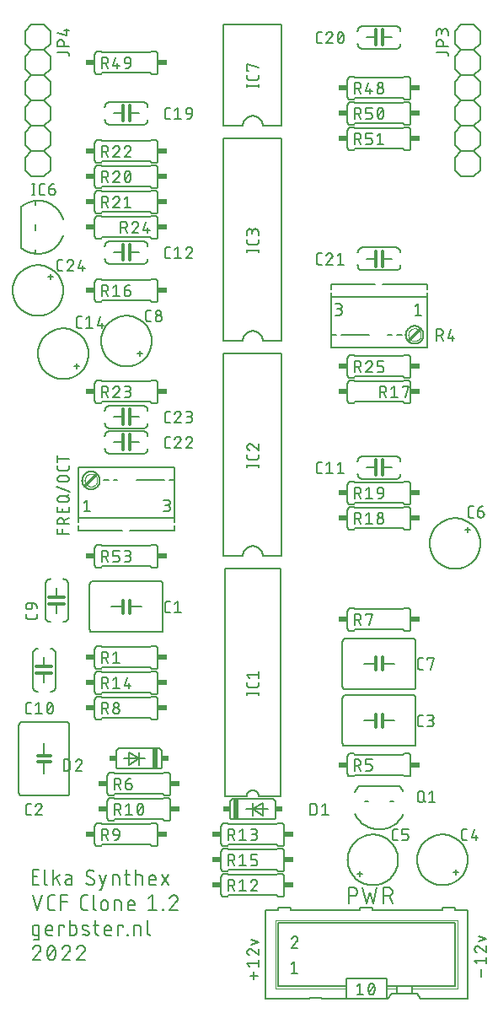
<source format=gbr>
G04 EAGLE Gerber RS-274X export*
G75*
%MOMM*%
%FSLAX34Y34*%
%LPD*%
%INSilkscreen Top*%
%IPPOS*%
%AMOC8*
5,1,8,0,0,1.08239X$1,22.5*%
G01*
%ADD10C,0.177800*%
%ADD11C,0.127000*%
%ADD12C,0.152400*%
%ADD13C,0.050800*%
%ADD14R,0.863600X0.609600*%
%ADD15C,0.304800*%
%ADD16R,0.508000X2.032000*%
%ADD17R,0.635000X0.508000*%


D10*
X26599Y120777D02*
X19939Y120777D01*
X19939Y135763D01*
X26599Y135763D01*
X24934Y129103D02*
X19939Y129103D01*
X32307Y123275D02*
X32307Y135763D01*
X32306Y123275D02*
X32308Y123177D01*
X32314Y123079D01*
X32323Y122981D01*
X32337Y122884D01*
X32354Y122788D01*
X32375Y122692D01*
X32400Y122597D01*
X32428Y122503D01*
X32460Y122410D01*
X32496Y122319D01*
X32535Y122229D01*
X32578Y122141D01*
X32625Y122054D01*
X32674Y121970D01*
X32727Y121887D01*
X32783Y121807D01*
X32842Y121729D01*
X32905Y121653D01*
X32970Y121579D01*
X33038Y121509D01*
X33108Y121441D01*
X33182Y121376D01*
X33258Y121313D01*
X33336Y121254D01*
X33416Y121198D01*
X33499Y121145D01*
X33583Y121096D01*
X33670Y121049D01*
X33758Y121006D01*
X33848Y120967D01*
X33939Y120931D01*
X34032Y120899D01*
X34126Y120871D01*
X34221Y120846D01*
X34317Y120825D01*
X34413Y120808D01*
X34510Y120794D01*
X34608Y120785D01*
X34706Y120779D01*
X34804Y120777D01*
X40751Y120777D02*
X40751Y135763D01*
X47412Y130768D02*
X40751Y125772D01*
X43665Y127854D02*
X47412Y120777D01*
X55778Y126605D02*
X59525Y126605D01*
X55778Y126605D02*
X55672Y126603D01*
X55565Y126597D01*
X55459Y126588D01*
X55354Y126574D01*
X55249Y126557D01*
X55144Y126535D01*
X55041Y126510D01*
X54938Y126481D01*
X54837Y126449D01*
X54737Y126413D01*
X54638Y126373D01*
X54541Y126329D01*
X54446Y126283D01*
X54352Y126232D01*
X54260Y126178D01*
X54170Y126121D01*
X54082Y126061D01*
X53997Y125997D01*
X53914Y125931D01*
X53833Y125861D01*
X53755Y125789D01*
X53680Y125714D01*
X53608Y125636D01*
X53538Y125555D01*
X53472Y125472D01*
X53408Y125387D01*
X53348Y125299D01*
X53291Y125209D01*
X53237Y125117D01*
X53186Y125023D01*
X53140Y124928D01*
X53096Y124831D01*
X53056Y124732D01*
X53020Y124632D01*
X52988Y124531D01*
X52959Y124428D01*
X52934Y124325D01*
X52912Y124220D01*
X52895Y124115D01*
X52881Y124010D01*
X52872Y123904D01*
X52866Y123797D01*
X52864Y123691D01*
X52866Y123585D01*
X52872Y123478D01*
X52881Y123372D01*
X52895Y123267D01*
X52912Y123162D01*
X52934Y123057D01*
X52959Y122954D01*
X52988Y122851D01*
X53020Y122750D01*
X53056Y122650D01*
X53096Y122551D01*
X53140Y122454D01*
X53186Y122359D01*
X53237Y122265D01*
X53291Y122173D01*
X53348Y122083D01*
X53408Y121995D01*
X53472Y121910D01*
X53538Y121827D01*
X53608Y121746D01*
X53680Y121668D01*
X53755Y121593D01*
X53833Y121521D01*
X53914Y121451D01*
X53997Y121385D01*
X54082Y121321D01*
X54170Y121261D01*
X54260Y121204D01*
X54352Y121150D01*
X54446Y121099D01*
X54541Y121053D01*
X54638Y121009D01*
X54737Y120969D01*
X54837Y120933D01*
X54938Y120901D01*
X55041Y120872D01*
X55144Y120847D01*
X55249Y120825D01*
X55354Y120808D01*
X55459Y120794D01*
X55565Y120785D01*
X55672Y120779D01*
X55778Y120777D01*
X59525Y120777D01*
X59525Y128270D01*
X59523Y128368D01*
X59517Y128466D01*
X59508Y128564D01*
X59494Y128661D01*
X59477Y128757D01*
X59456Y128853D01*
X59431Y128948D01*
X59403Y129042D01*
X59371Y129135D01*
X59335Y129226D01*
X59296Y129316D01*
X59253Y129404D01*
X59206Y129491D01*
X59157Y129575D01*
X59104Y129658D01*
X59048Y129738D01*
X58989Y129817D01*
X58926Y129892D01*
X58861Y129966D01*
X58793Y130036D01*
X58723Y130104D01*
X58649Y130170D01*
X58573Y130232D01*
X58495Y130291D01*
X58415Y130347D01*
X58332Y130400D01*
X58248Y130450D01*
X58161Y130496D01*
X58073Y130539D01*
X57983Y130578D01*
X57892Y130614D01*
X57799Y130646D01*
X57705Y130674D01*
X57610Y130699D01*
X57514Y130720D01*
X57418Y130737D01*
X57321Y130751D01*
X57223Y130760D01*
X57125Y130766D01*
X57027Y130768D01*
X53697Y130768D01*
X78914Y120777D02*
X79028Y120779D01*
X79141Y120785D01*
X79255Y120794D01*
X79367Y120808D01*
X79480Y120825D01*
X79592Y120847D01*
X79702Y120872D01*
X79812Y120900D01*
X79921Y120933D01*
X80029Y120969D01*
X80136Y121009D01*
X80241Y121053D01*
X80344Y121100D01*
X80446Y121150D01*
X80546Y121204D01*
X80644Y121262D01*
X80740Y121323D01*
X80834Y121387D01*
X80926Y121454D01*
X81016Y121524D01*
X81103Y121597D01*
X81187Y121673D01*
X81269Y121752D01*
X81348Y121834D01*
X81424Y121919D01*
X81497Y122005D01*
X81567Y122095D01*
X81635Y122187D01*
X81698Y122281D01*
X81759Y122377D01*
X81817Y122475D01*
X81871Y122575D01*
X81921Y122677D01*
X81968Y122780D01*
X82012Y122885D01*
X82052Y122992D01*
X82088Y123100D01*
X82121Y123209D01*
X82149Y123319D01*
X82174Y123429D01*
X82196Y123541D01*
X82213Y123654D01*
X82227Y123766D01*
X82236Y123880D01*
X82242Y123993D01*
X82244Y124107D01*
X78913Y120777D02*
X78745Y120779D01*
X78577Y120785D01*
X78409Y120795D01*
X78241Y120809D01*
X78073Y120827D01*
X77907Y120849D01*
X77740Y120875D01*
X77575Y120905D01*
X77410Y120939D01*
X77246Y120977D01*
X77083Y121019D01*
X76921Y121065D01*
X76760Y121115D01*
X76600Y121168D01*
X76442Y121225D01*
X76285Y121286D01*
X76130Y121351D01*
X75976Y121419D01*
X75824Y121492D01*
X75674Y121567D01*
X75525Y121647D01*
X75378Y121729D01*
X75234Y121816D01*
X75092Y121905D01*
X74951Y121999D01*
X74813Y122095D01*
X74678Y122195D01*
X74545Y122298D01*
X74414Y122404D01*
X74286Y122513D01*
X74160Y122625D01*
X74038Y122740D01*
X73918Y122858D01*
X74335Y132433D02*
X74337Y132547D01*
X74343Y132660D01*
X74352Y132774D01*
X74366Y132886D01*
X74383Y132999D01*
X74405Y133111D01*
X74430Y133221D01*
X74458Y133331D01*
X74491Y133440D01*
X74527Y133548D01*
X74567Y133655D01*
X74611Y133760D01*
X74658Y133863D01*
X74708Y133965D01*
X74762Y134065D01*
X74820Y134163D01*
X74881Y134259D01*
X74944Y134353D01*
X75012Y134445D01*
X75082Y134535D01*
X75155Y134621D01*
X75231Y134706D01*
X75310Y134788D01*
X75392Y134867D01*
X75477Y134943D01*
X75563Y135016D01*
X75653Y135086D01*
X75745Y135154D01*
X75839Y135217D01*
X75935Y135278D01*
X76033Y135336D01*
X76133Y135390D01*
X76235Y135440D01*
X76338Y135487D01*
X76443Y135531D01*
X76550Y135571D01*
X76658Y135607D01*
X76767Y135640D01*
X76877Y135668D01*
X76987Y135693D01*
X77099Y135715D01*
X77212Y135732D01*
X77324Y135746D01*
X77438Y135755D01*
X77551Y135761D01*
X77665Y135763D01*
X77820Y135761D01*
X77974Y135755D01*
X78128Y135746D01*
X78282Y135732D01*
X78436Y135715D01*
X78589Y135694D01*
X78741Y135670D01*
X78893Y135641D01*
X79044Y135609D01*
X79195Y135573D01*
X79344Y135533D01*
X79492Y135490D01*
X79640Y135443D01*
X79786Y135392D01*
X79930Y135338D01*
X80074Y135280D01*
X80215Y135218D01*
X80356Y135154D01*
X80494Y135085D01*
X80631Y135014D01*
X80766Y134938D01*
X80899Y134860D01*
X81031Y134778D01*
X81160Y134693D01*
X81287Y134605D01*
X81411Y134514D01*
X76000Y129519D02*
X75903Y129578D01*
X75809Y129641D01*
X75716Y129706D01*
X75626Y129775D01*
X75538Y129846D01*
X75453Y129921D01*
X75370Y129998D01*
X75290Y130078D01*
X75212Y130160D01*
X75138Y130246D01*
X75066Y130333D01*
X74997Y130423D01*
X74931Y130515D01*
X74869Y130610D01*
X74809Y130706D01*
X74753Y130804D01*
X74700Y130905D01*
X74651Y131007D01*
X74605Y131110D01*
X74562Y131215D01*
X74523Y131321D01*
X74487Y131429D01*
X74456Y131538D01*
X74428Y131647D01*
X74403Y131758D01*
X74382Y131869D01*
X74365Y131981D01*
X74352Y132094D01*
X74343Y132207D01*
X74337Y132320D01*
X74335Y132433D01*
X80578Y127021D02*
X80675Y126962D01*
X80769Y126899D01*
X80862Y126834D01*
X80952Y126765D01*
X81040Y126694D01*
X81125Y126619D01*
X81208Y126542D01*
X81288Y126462D01*
X81366Y126380D01*
X81440Y126294D01*
X81512Y126207D01*
X81581Y126117D01*
X81647Y126025D01*
X81709Y125930D01*
X81769Y125834D01*
X81825Y125736D01*
X81878Y125635D01*
X81927Y125533D01*
X81974Y125430D01*
X82016Y125325D01*
X82055Y125219D01*
X82091Y125111D01*
X82122Y125002D01*
X82150Y124893D01*
X82175Y124782D01*
X82196Y124671D01*
X82213Y124559D01*
X82226Y124446D01*
X82235Y124333D01*
X82241Y124220D01*
X82243Y124107D01*
X80579Y127021D02*
X76000Y129519D01*
X87634Y115782D02*
X89300Y115782D01*
X94295Y130768D01*
X87634Y130768D02*
X90965Y120777D01*
X100518Y120777D02*
X100518Y130768D01*
X104681Y130768D01*
X104779Y130766D01*
X104877Y130760D01*
X104975Y130751D01*
X105072Y130737D01*
X105168Y130720D01*
X105264Y130699D01*
X105359Y130674D01*
X105453Y130646D01*
X105546Y130614D01*
X105637Y130578D01*
X105727Y130539D01*
X105815Y130496D01*
X105902Y130450D01*
X105986Y130400D01*
X106069Y130347D01*
X106149Y130291D01*
X106227Y130232D01*
X106303Y130170D01*
X106377Y130104D01*
X106447Y130036D01*
X106515Y129966D01*
X106580Y129892D01*
X106643Y129817D01*
X106702Y129738D01*
X106758Y129658D01*
X106811Y129575D01*
X106860Y129491D01*
X106907Y129404D01*
X106950Y129316D01*
X106989Y129226D01*
X107025Y129135D01*
X107057Y129042D01*
X107085Y128948D01*
X107110Y128853D01*
X107131Y128757D01*
X107148Y128661D01*
X107162Y128564D01*
X107171Y128466D01*
X107177Y128368D01*
X107179Y128270D01*
X107179Y120777D01*
X112616Y130768D02*
X117612Y130768D01*
X114281Y135763D02*
X114281Y123275D01*
X114283Y123177D01*
X114289Y123079D01*
X114298Y122981D01*
X114312Y122884D01*
X114329Y122788D01*
X114350Y122692D01*
X114375Y122597D01*
X114403Y122503D01*
X114435Y122410D01*
X114471Y122319D01*
X114510Y122229D01*
X114553Y122141D01*
X114600Y122054D01*
X114649Y121970D01*
X114702Y121887D01*
X114758Y121807D01*
X114817Y121729D01*
X114880Y121653D01*
X114945Y121579D01*
X115013Y121509D01*
X115083Y121441D01*
X115157Y121376D01*
X115233Y121313D01*
X115311Y121254D01*
X115391Y121198D01*
X115474Y121145D01*
X115558Y121096D01*
X115645Y121049D01*
X115733Y121006D01*
X115823Y120967D01*
X115914Y120931D01*
X116007Y120899D01*
X116101Y120871D01*
X116196Y120846D01*
X116292Y120825D01*
X116388Y120808D01*
X116485Y120794D01*
X116583Y120785D01*
X116681Y120779D01*
X116779Y120777D01*
X117612Y120777D01*
X123808Y120777D02*
X123808Y135763D01*
X123808Y130768D02*
X127971Y130768D01*
X128069Y130766D01*
X128167Y130760D01*
X128265Y130751D01*
X128362Y130737D01*
X128458Y130720D01*
X128554Y130699D01*
X128649Y130674D01*
X128743Y130646D01*
X128836Y130614D01*
X128927Y130578D01*
X129017Y130539D01*
X129105Y130496D01*
X129192Y130450D01*
X129276Y130400D01*
X129359Y130347D01*
X129439Y130291D01*
X129517Y130232D01*
X129593Y130170D01*
X129667Y130104D01*
X129737Y130036D01*
X129805Y129966D01*
X129870Y129892D01*
X129933Y129817D01*
X129992Y129738D01*
X130048Y129658D01*
X130101Y129575D01*
X130150Y129491D01*
X130197Y129404D01*
X130240Y129316D01*
X130279Y129226D01*
X130315Y129135D01*
X130347Y129042D01*
X130375Y128948D01*
X130400Y128853D01*
X130421Y128757D01*
X130438Y128661D01*
X130452Y128564D01*
X130461Y128466D01*
X130467Y128368D01*
X130469Y128270D01*
X130468Y128270D02*
X130468Y120777D01*
X139685Y120777D02*
X143848Y120777D01*
X139685Y120777D02*
X139587Y120779D01*
X139489Y120785D01*
X139391Y120794D01*
X139294Y120808D01*
X139198Y120825D01*
X139102Y120846D01*
X139007Y120871D01*
X138913Y120899D01*
X138820Y120931D01*
X138729Y120967D01*
X138639Y121006D01*
X138551Y121049D01*
X138464Y121096D01*
X138380Y121145D01*
X138297Y121198D01*
X138217Y121254D01*
X138139Y121313D01*
X138063Y121376D01*
X137989Y121441D01*
X137919Y121509D01*
X137851Y121579D01*
X137786Y121653D01*
X137723Y121729D01*
X137664Y121807D01*
X137608Y121887D01*
X137555Y121970D01*
X137506Y122054D01*
X137459Y122141D01*
X137416Y122229D01*
X137377Y122319D01*
X137341Y122410D01*
X137309Y122503D01*
X137281Y122597D01*
X137256Y122692D01*
X137235Y122788D01*
X137218Y122884D01*
X137204Y122981D01*
X137195Y123079D01*
X137189Y123177D01*
X137187Y123275D01*
X137187Y127437D01*
X137189Y127551D01*
X137195Y127664D01*
X137204Y127778D01*
X137218Y127890D01*
X137235Y128003D01*
X137257Y128115D01*
X137282Y128225D01*
X137310Y128335D01*
X137343Y128444D01*
X137379Y128552D01*
X137419Y128659D01*
X137463Y128764D01*
X137510Y128867D01*
X137560Y128969D01*
X137614Y129069D01*
X137672Y129167D01*
X137733Y129263D01*
X137796Y129357D01*
X137864Y129449D01*
X137934Y129539D01*
X138007Y129625D01*
X138083Y129710D01*
X138162Y129792D01*
X138244Y129871D01*
X138329Y129947D01*
X138415Y130020D01*
X138505Y130090D01*
X138597Y130158D01*
X138691Y130221D01*
X138787Y130282D01*
X138885Y130340D01*
X138985Y130394D01*
X139087Y130444D01*
X139190Y130491D01*
X139295Y130535D01*
X139402Y130575D01*
X139510Y130611D01*
X139619Y130644D01*
X139729Y130672D01*
X139839Y130697D01*
X139951Y130719D01*
X140064Y130736D01*
X140176Y130750D01*
X140290Y130759D01*
X140403Y130765D01*
X140517Y130767D01*
X140631Y130765D01*
X140744Y130759D01*
X140858Y130750D01*
X140970Y130736D01*
X141083Y130719D01*
X141195Y130697D01*
X141305Y130672D01*
X141415Y130644D01*
X141524Y130611D01*
X141632Y130575D01*
X141739Y130535D01*
X141844Y130491D01*
X141947Y130444D01*
X142049Y130394D01*
X142149Y130340D01*
X142247Y130282D01*
X142343Y130221D01*
X142437Y130158D01*
X142529Y130090D01*
X142619Y130020D01*
X142705Y129947D01*
X142790Y129871D01*
X142872Y129792D01*
X142951Y129710D01*
X143027Y129625D01*
X143100Y129539D01*
X143170Y129449D01*
X143238Y129357D01*
X143301Y129263D01*
X143362Y129167D01*
X143420Y129069D01*
X143474Y128969D01*
X143524Y128867D01*
X143571Y128764D01*
X143615Y128659D01*
X143655Y128552D01*
X143691Y128444D01*
X143724Y128335D01*
X143752Y128225D01*
X143777Y128115D01*
X143799Y128003D01*
X143816Y127890D01*
X143830Y127778D01*
X143839Y127664D01*
X143845Y127551D01*
X143847Y127437D01*
X143848Y127437D02*
X143848Y125772D01*
X137187Y125772D01*
X149575Y120777D02*
X156236Y130768D01*
X149575Y130768D02*
X156236Y120777D01*
X24934Y95631D02*
X19939Y110617D01*
X29930Y110617D02*
X24934Y95631D01*
X38922Y95631D02*
X42252Y95631D01*
X38922Y95631D02*
X38808Y95633D01*
X38695Y95639D01*
X38581Y95648D01*
X38469Y95662D01*
X38356Y95679D01*
X38244Y95701D01*
X38134Y95726D01*
X38024Y95754D01*
X37915Y95787D01*
X37807Y95823D01*
X37700Y95863D01*
X37595Y95907D01*
X37492Y95954D01*
X37390Y96004D01*
X37290Y96058D01*
X37192Y96116D01*
X37096Y96177D01*
X37002Y96240D01*
X36910Y96308D01*
X36820Y96378D01*
X36734Y96451D01*
X36649Y96527D01*
X36567Y96606D01*
X36488Y96688D01*
X36412Y96773D01*
X36339Y96859D01*
X36269Y96949D01*
X36201Y97041D01*
X36138Y97135D01*
X36077Y97231D01*
X36019Y97329D01*
X35965Y97429D01*
X35915Y97531D01*
X35868Y97634D01*
X35824Y97739D01*
X35784Y97846D01*
X35748Y97954D01*
X35715Y98063D01*
X35687Y98173D01*
X35662Y98283D01*
X35640Y98395D01*
X35623Y98508D01*
X35609Y98620D01*
X35600Y98734D01*
X35594Y98847D01*
X35592Y98961D01*
X35592Y107287D01*
X35594Y107401D01*
X35600Y107514D01*
X35609Y107628D01*
X35623Y107740D01*
X35640Y107853D01*
X35662Y107965D01*
X35687Y108075D01*
X35715Y108185D01*
X35748Y108294D01*
X35784Y108402D01*
X35824Y108509D01*
X35868Y108614D01*
X35915Y108717D01*
X35965Y108819D01*
X36019Y108919D01*
X36077Y109017D01*
X36138Y109113D01*
X36201Y109207D01*
X36269Y109299D01*
X36339Y109389D01*
X36412Y109475D01*
X36488Y109560D01*
X36567Y109642D01*
X36649Y109721D01*
X36733Y109797D01*
X36820Y109870D01*
X36910Y109940D01*
X37002Y110007D01*
X37096Y110071D01*
X37192Y110132D01*
X37290Y110190D01*
X37390Y110244D01*
X37492Y110294D01*
X37595Y110341D01*
X37700Y110385D01*
X37807Y110425D01*
X37915Y110461D01*
X38024Y110494D01*
X38134Y110522D01*
X38244Y110547D01*
X38356Y110569D01*
X38469Y110586D01*
X38581Y110600D01*
X38695Y110609D01*
X38808Y110615D01*
X38922Y110617D01*
X42252Y110617D01*
X48554Y110617D02*
X48554Y95631D01*
X48554Y110617D02*
X55215Y110617D01*
X55215Y103957D02*
X48554Y103957D01*
X72122Y95631D02*
X75452Y95631D01*
X72122Y95631D02*
X72008Y95633D01*
X71895Y95639D01*
X71781Y95648D01*
X71669Y95662D01*
X71556Y95679D01*
X71444Y95701D01*
X71334Y95726D01*
X71224Y95754D01*
X71115Y95787D01*
X71007Y95823D01*
X70900Y95863D01*
X70795Y95907D01*
X70692Y95954D01*
X70590Y96004D01*
X70490Y96058D01*
X70392Y96116D01*
X70296Y96177D01*
X70202Y96240D01*
X70110Y96308D01*
X70020Y96378D01*
X69934Y96451D01*
X69849Y96527D01*
X69767Y96606D01*
X69688Y96688D01*
X69612Y96773D01*
X69539Y96859D01*
X69469Y96949D01*
X69401Y97041D01*
X69338Y97135D01*
X69277Y97231D01*
X69219Y97329D01*
X69165Y97429D01*
X69115Y97531D01*
X69068Y97634D01*
X69024Y97739D01*
X68984Y97846D01*
X68948Y97954D01*
X68915Y98063D01*
X68887Y98173D01*
X68862Y98283D01*
X68840Y98395D01*
X68823Y98508D01*
X68809Y98620D01*
X68800Y98734D01*
X68794Y98847D01*
X68792Y98961D01*
X68792Y107287D01*
X68794Y107401D01*
X68800Y107514D01*
X68809Y107628D01*
X68823Y107740D01*
X68840Y107853D01*
X68862Y107965D01*
X68887Y108075D01*
X68915Y108185D01*
X68948Y108294D01*
X68984Y108402D01*
X69024Y108509D01*
X69068Y108614D01*
X69115Y108717D01*
X69165Y108819D01*
X69219Y108919D01*
X69277Y109017D01*
X69338Y109113D01*
X69401Y109207D01*
X69469Y109299D01*
X69539Y109389D01*
X69612Y109475D01*
X69688Y109560D01*
X69767Y109642D01*
X69849Y109721D01*
X69933Y109797D01*
X70020Y109870D01*
X70110Y109940D01*
X70202Y110007D01*
X70296Y110071D01*
X70392Y110132D01*
X70490Y110190D01*
X70590Y110244D01*
X70692Y110294D01*
X70795Y110341D01*
X70900Y110385D01*
X71007Y110425D01*
X71115Y110461D01*
X71224Y110494D01*
X71334Y110522D01*
X71444Y110547D01*
X71556Y110569D01*
X71669Y110586D01*
X71781Y110600D01*
X71895Y110609D01*
X72008Y110615D01*
X72122Y110617D01*
X75452Y110617D01*
X81238Y110617D02*
X81238Y98129D01*
X81240Y98031D01*
X81246Y97933D01*
X81255Y97835D01*
X81269Y97738D01*
X81286Y97642D01*
X81307Y97546D01*
X81332Y97451D01*
X81360Y97357D01*
X81392Y97264D01*
X81428Y97173D01*
X81467Y97083D01*
X81510Y96995D01*
X81557Y96908D01*
X81606Y96824D01*
X81659Y96741D01*
X81715Y96661D01*
X81774Y96583D01*
X81837Y96507D01*
X81902Y96433D01*
X81970Y96363D01*
X82040Y96295D01*
X82114Y96230D01*
X82190Y96167D01*
X82268Y96108D01*
X82348Y96052D01*
X82431Y95999D01*
X82515Y95950D01*
X82602Y95903D01*
X82690Y95860D01*
X82780Y95821D01*
X82871Y95785D01*
X82964Y95753D01*
X83058Y95725D01*
X83153Y95700D01*
X83249Y95679D01*
X83345Y95662D01*
X83442Y95648D01*
X83540Y95639D01*
X83638Y95633D01*
X83736Y95631D01*
X88996Y98961D02*
X88996Y102291D01*
X88998Y102405D01*
X89004Y102518D01*
X89013Y102632D01*
X89027Y102744D01*
X89044Y102857D01*
X89066Y102969D01*
X89091Y103079D01*
X89119Y103189D01*
X89152Y103298D01*
X89188Y103406D01*
X89228Y103513D01*
X89272Y103618D01*
X89319Y103721D01*
X89369Y103823D01*
X89423Y103923D01*
X89481Y104021D01*
X89542Y104117D01*
X89605Y104211D01*
X89673Y104303D01*
X89743Y104393D01*
X89816Y104479D01*
X89892Y104564D01*
X89971Y104646D01*
X90053Y104725D01*
X90138Y104801D01*
X90224Y104874D01*
X90314Y104944D01*
X90406Y105012D01*
X90500Y105075D01*
X90596Y105136D01*
X90694Y105194D01*
X90794Y105248D01*
X90896Y105298D01*
X90999Y105345D01*
X91104Y105389D01*
X91211Y105429D01*
X91319Y105465D01*
X91428Y105498D01*
X91538Y105526D01*
X91648Y105551D01*
X91760Y105573D01*
X91873Y105590D01*
X91985Y105604D01*
X92099Y105613D01*
X92212Y105619D01*
X92326Y105621D01*
X92440Y105619D01*
X92553Y105613D01*
X92667Y105604D01*
X92779Y105590D01*
X92892Y105573D01*
X93004Y105551D01*
X93114Y105526D01*
X93224Y105498D01*
X93333Y105465D01*
X93441Y105429D01*
X93548Y105389D01*
X93653Y105345D01*
X93756Y105298D01*
X93858Y105248D01*
X93958Y105194D01*
X94056Y105136D01*
X94152Y105075D01*
X94246Y105012D01*
X94338Y104944D01*
X94428Y104874D01*
X94514Y104801D01*
X94599Y104725D01*
X94681Y104646D01*
X94760Y104564D01*
X94836Y104479D01*
X94909Y104393D01*
X94979Y104303D01*
X95047Y104211D01*
X95110Y104117D01*
X95171Y104021D01*
X95229Y103923D01*
X95283Y103823D01*
X95333Y103721D01*
X95380Y103618D01*
X95424Y103513D01*
X95464Y103406D01*
X95500Y103298D01*
X95533Y103189D01*
X95561Y103079D01*
X95586Y102969D01*
X95608Y102857D01*
X95625Y102744D01*
X95639Y102632D01*
X95648Y102518D01*
X95654Y102405D01*
X95656Y102291D01*
X95656Y98961D01*
X95654Y98847D01*
X95648Y98734D01*
X95639Y98620D01*
X95625Y98508D01*
X95608Y98395D01*
X95586Y98283D01*
X95561Y98173D01*
X95533Y98063D01*
X95500Y97954D01*
X95464Y97846D01*
X95424Y97739D01*
X95380Y97634D01*
X95333Y97531D01*
X95283Y97429D01*
X95229Y97329D01*
X95171Y97231D01*
X95110Y97135D01*
X95047Y97041D01*
X94979Y96949D01*
X94909Y96859D01*
X94836Y96773D01*
X94760Y96688D01*
X94681Y96606D01*
X94599Y96527D01*
X94514Y96451D01*
X94428Y96378D01*
X94338Y96308D01*
X94246Y96240D01*
X94152Y96177D01*
X94056Y96116D01*
X93958Y96058D01*
X93858Y96004D01*
X93756Y95954D01*
X93653Y95907D01*
X93548Y95863D01*
X93441Y95823D01*
X93333Y95787D01*
X93224Y95754D01*
X93114Y95726D01*
X93004Y95701D01*
X92892Y95679D01*
X92779Y95662D01*
X92667Y95648D01*
X92553Y95639D01*
X92440Y95633D01*
X92326Y95631D01*
X92212Y95633D01*
X92099Y95639D01*
X91985Y95648D01*
X91873Y95662D01*
X91760Y95679D01*
X91648Y95701D01*
X91538Y95726D01*
X91428Y95754D01*
X91319Y95787D01*
X91211Y95823D01*
X91104Y95863D01*
X90999Y95907D01*
X90896Y95954D01*
X90794Y96004D01*
X90694Y96058D01*
X90596Y96116D01*
X90500Y96177D01*
X90406Y96240D01*
X90314Y96308D01*
X90224Y96378D01*
X90138Y96451D01*
X90053Y96527D01*
X89971Y96606D01*
X89892Y96688D01*
X89816Y96773D01*
X89743Y96859D01*
X89673Y96949D01*
X89605Y97041D01*
X89542Y97135D01*
X89481Y97231D01*
X89423Y97329D01*
X89369Y97429D01*
X89319Y97531D01*
X89272Y97634D01*
X89228Y97739D01*
X89188Y97846D01*
X89152Y97954D01*
X89119Y98063D01*
X89091Y98173D01*
X89066Y98283D01*
X89044Y98395D01*
X89027Y98508D01*
X89013Y98620D01*
X89004Y98734D01*
X88998Y98847D01*
X88996Y98961D01*
X102375Y95631D02*
X102375Y105622D01*
X106538Y105622D01*
X106636Y105620D01*
X106734Y105614D01*
X106832Y105605D01*
X106929Y105591D01*
X107025Y105574D01*
X107121Y105553D01*
X107216Y105528D01*
X107310Y105500D01*
X107403Y105468D01*
X107494Y105432D01*
X107584Y105393D01*
X107672Y105350D01*
X107759Y105304D01*
X107843Y105254D01*
X107926Y105201D01*
X108006Y105145D01*
X108084Y105086D01*
X108160Y105024D01*
X108234Y104958D01*
X108304Y104890D01*
X108372Y104820D01*
X108437Y104746D01*
X108500Y104671D01*
X108559Y104592D01*
X108615Y104512D01*
X108668Y104429D01*
X108717Y104345D01*
X108764Y104258D01*
X108807Y104170D01*
X108846Y104080D01*
X108882Y103989D01*
X108914Y103896D01*
X108942Y103802D01*
X108967Y103707D01*
X108988Y103611D01*
X109005Y103515D01*
X109019Y103418D01*
X109028Y103320D01*
X109034Y103222D01*
X109036Y103124D01*
X109035Y103124D02*
X109035Y95631D01*
X118252Y95631D02*
X122415Y95631D01*
X118252Y95631D02*
X118154Y95633D01*
X118056Y95639D01*
X117958Y95648D01*
X117861Y95662D01*
X117765Y95679D01*
X117669Y95700D01*
X117574Y95725D01*
X117480Y95753D01*
X117387Y95785D01*
X117296Y95821D01*
X117206Y95860D01*
X117118Y95903D01*
X117031Y95950D01*
X116947Y95999D01*
X116864Y96052D01*
X116784Y96108D01*
X116706Y96167D01*
X116630Y96230D01*
X116556Y96295D01*
X116486Y96363D01*
X116418Y96433D01*
X116353Y96507D01*
X116290Y96583D01*
X116231Y96661D01*
X116175Y96741D01*
X116122Y96824D01*
X116073Y96908D01*
X116026Y96995D01*
X115983Y97083D01*
X115944Y97173D01*
X115908Y97264D01*
X115876Y97357D01*
X115848Y97451D01*
X115823Y97546D01*
X115802Y97642D01*
X115785Y97738D01*
X115771Y97835D01*
X115762Y97933D01*
X115756Y98031D01*
X115754Y98129D01*
X115754Y102291D01*
X115756Y102405D01*
X115762Y102518D01*
X115771Y102632D01*
X115785Y102744D01*
X115802Y102857D01*
X115824Y102969D01*
X115849Y103079D01*
X115877Y103189D01*
X115910Y103298D01*
X115946Y103406D01*
X115986Y103513D01*
X116030Y103618D01*
X116077Y103721D01*
X116127Y103823D01*
X116181Y103923D01*
X116239Y104021D01*
X116300Y104117D01*
X116363Y104211D01*
X116431Y104303D01*
X116501Y104393D01*
X116574Y104479D01*
X116650Y104564D01*
X116729Y104646D01*
X116811Y104725D01*
X116896Y104801D01*
X116982Y104874D01*
X117072Y104944D01*
X117164Y105012D01*
X117258Y105075D01*
X117354Y105136D01*
X117452Y105194D01*
X117552Y105248D01*
X117654Y105298D01*
X117757Y105345D01*
X117862Y105389D01*
X117969Y105429D01*
X118077Y105465D01*
X118186Y105498D01*
X118296Y105526D01*
X118406Y105551D01*
X118518Y105573D01*
X118631Y105590D01*
X118743Y105604D01*
X118857Y105613D01*
X118970Y105619D01*
X119084Y105621D01*
X119198Y105619D01*
X119311Y105613D01*
X119425Y105604D01*
X119537Y105590D01*
X119650Y105573D01*
X119762Y105551D01*
X119872Y105526D01*
X119982Y105498D01*
X120091Y105465D01*
X120199Y105429D01*
X120306Y105389D01*
X120411Y105345D01*
X120514Y105298D01*
X120616Y105248D01*
X120716Y105194D01*
X120814Y105136D01*
X120910Y105075D01*
X121004Y105012D01*
X121096Y104944D01*
X121186Y104874D01*
X121272Y104801D01*
X121357Y104725D01*
X121439Y104646D01*
X121518Y104564D01*
X121594Y104479D01*
X121667Y104393D01*
X121737Y104303D01*
X121805Y104211D01*
X121868Y104117D01*
X121929Y104021D01*
X121987Y103923D01*
X122041Y103823D01*
X122091Y103721D01*
X122138Y103618D01*
X122182Y103513D01*
X122222Y103406D01*
X122258Y103298D01*
X122291Y103189D01*
X122319Y103079D01*
X122344Y102969D01*
X122366Y102857D01*
X122383Y102744D01*
X122397Y102632D01*
X122406Y102518D01*
X122412Y102405D01*
X122414Y102291D01*
X122415Y102291D02*
X122415Y100626D01*
X115754Y100626D01*
X136725Y107287D02*
X140888Y110617D01*
X140888Y95631D01*
X145050Y95631D02*
X136725Y95631D01*
X150877Y95631D02*
X150877Y96464D01*
X151710Y96464D01*
X151710Y95631D01*
X150877Y95631D01*
X165863Y106871D02*
X165861Y106991D01*
X165855Y107111D01*
X165846Y107231D01*
X165832Y107350D01*
X165815Y107469D01*
X165794Y107587D01*
X165769Y107705D01*
X165740Y107821D01*
X165708Y107937D01*
X165672Y108052D01*
X165632Y108165D01*
X165589Y108277D01*
X165542Y108388D01*
X165492Y108497D01*
X165438Y108604D01*
X165381Y108710D01*
X165320Y108813D01*
X165256Y108915D01*
X165189Y109015D01*
X165119Y109112D01*
X165046Y109207D01*
X164969Y109300D01*
X164890Y109390D01*
X164808Y109478D01*
X164723Y109563D01*
X164635Y109645D01*
X164545Y109724D01*
X164452Y109801D01*
X164357Y109874D01*
X164260Y109944D01*
X164160Y110011D01*
X164058Y110075D01*
X163955Y110136D01*
X163849Y110193D01*
X163742Y110247D01*
X163633Y110297D01*
X163522Y110344D01*
X163410Y110387D01*
X163297Y110427D01*
X163182Y110463D01*
X163066Y110495D01*
X162950Y110524D01*
X162832Y110549D01*
X162714Y110570D01*
X162595Y110587D01*
X162476Y110601D01*
X162356Y110610D01*
X162236Y110616D01*
X162116Y110618D01*
X162116Y110617D02*
X161978Y110615D01*
X161841Y110609D01*
X161704Y110599D01*
X161567Y110586D01*
X161431Y110568D01*
X161295Y110546D01*
X161159Y110521D01*
X161025Y110492D01*
X160892Y110459D01*
X160759Y110422D01*
X160628Y110381D01*
X160497Y110337D01*
X160369Y110289D01*
X160241Y110237D01*
X160115Y110181D01*
X159991Y110122D01*
X159868Y110060D01*
X159748Y109994D01*
X159629Y109925D01*
X159512Y109852D01*
X159398Y109776D01*
X159285Y109696D01*
X159175Y109614D01*
X159067Y109528D01*
X158962Y109440D01*
X158860Y109348D01*
X158760Y109254D01*
X158662Y109156D01*
X158568Y109056D01*
X158477Y108953D01*
X158388Y108848D01*
X158303Y108740D01*
X158220Y108630D01*
X158141Y108518D01*
X158065Y108403D01*
X157992Y108286D01*
X157923Y108167D01*
X157857Y108047D01*
X157795Y107924D01*
X157736Y107800D01*
X157681Y107674D01*
X157629Y107546D01*
X157581Y107417D01*
X157537Y107287D01*
X164613Y103957D02*
X164703Y104045D01*
X164789Y104136D01*
X164873Y104229D01*
X164954Y104325D01*
X165032Y104423D01*
X165106Y104523D01*
X165178Y104626D01*
X165246Y104731D01*
X165311Y104839D01*
X165373Y104948D01*
X165431Y105059D01*
X165486Y105172D01*
X165537Y105286D01*
X165584Y105402D01*
X165628Y105519D01*
X165668Y105638D01*
X165705Y105758D01*
X165738Y105879D01*
X165767Y106001D01*
X165792Y106123D01*
X165813Y106247D01*
X165831Y106371D01*
X165844Y106496D01*
X165854Y106621D01*
X165860Y106746D01*
X165862Y106871D01*
X164614Y103957D02*
X157537Y95631D01*
X165862Y95631D01*
X26599Y70485D02*
X22437Y70485D01*
X22339Y70487D01*
X22241Y70493D01*
X22143Y70502D01*
X22046Y70516D01*
X21950Y70533D01*
X21854Y70554D01*
X21759Y70579D01*
X21665Y70607D01*
X21572Y70639D01*
X21481Y70675D01*
X21391Y70714D01*
X21303Y70757D01*
X21216Y70804D01*
X21132Y70853D01*
X21049Y70906D01*
X20969Y70962D01*
X20891Y71021D01*
X20815Y71084D01*
X20741Y71149D01*
X20671Y71217D01*
X20603Y71287D01*
X20538Y71361D01*
X20475Y71437D01*
X20416Y71515D01*
X20360Y71595D01*
X20307Y71678D01*
X20258Y71762D01*
X20211Y71849D01*
X20168Y71937D01*
X20129Y72027D01*
X20093Y72118D01*
X20061Y72211D01*
X20033Y72305D01*
X20008Y72400D01*
X19987Y72496D01*
X19970Y72592D01*
X19956Y72689D01*
X19947Y72787D01*
X19941Y72885D01*
X19939Y72983D01*
X19939Y77978D01*
X19941Y78076D01*
X19947Y78174D01*
X19956Y78272D01*
X19970Y78369D01*
X19987Y78465D01*
X20008Y78561D01*
X20033Y78656D01*
X20061Y78750D01*
X20093Y78843D01*
X20129Y78934D01*
X20168Y79024D01*
X20211Y79112D01*
X20258Y79199D01*
X20307Y79283D01*
X20360Y79366D01*
X20416Y79446D01*
X20475Y79525D01*
X20538Y79600D01*
X20603Y79674D01*
X20671Y79744D01*
X20741Y79812D01*
X20815Y79878D01*
X20891Y79940D01*
X20969Y79999D01*
X21049Y80055D01*
X21132Y80108D01*
X21216Y80158D01*
X21303Y80204D01*
X21391Y80247D01*
X21481Y80286D01*
X21572Y80322D01*
X21665Y80354D01*
X21759Y80382D01*
X21854Y80407D01*
X21950Y80428D01*
X22046Y80445D01*
X22143Y80459D01*
X22241Y80468D01*
X22339Y80474D01*
X22437Y80476D01*
X26599Y80476D01*
X26599Y67987D01*
X26600Y67987D02*
X26598Y67889D01*
X26592Y67791D01*
X26583Y67693D01*
X26569Y67596D01*
X26552Y67500D01*
X26531Y67404D01*
X26506Y67309D01*
X26478Y67215D01*
X26446Y67122D01*
X26410Y67031D01*
X26371Y66941D01*
X26328Y66853D01*
X26281Y66766D01*
X26232Y66682D01*
X26179Y66599D01*
X26123Y66519D01*
X26064Y66440D01*
X26001Y66365D01*
X25936Y66291D01*
X25868Y66221D01*
X25798Y66153D01*
X25724Y66087D01*
X25648Y66025D01*
X25570Y65966D01*
X25490Y65910D01*
X25407Y65857D01*
X25323Y65807D01*
X25236Y65761D01*
X25148Y65718D01*
X25058Y65679D01*
X24967Y65643D01*
X24874Y65611D01*
X24780Y65583D01*
X24685Y65558D01*
X24589Y65537D01*
X24493Y65520D01*
X24396Y65506D01*
X24298Y65497D01*
X24200Y65491D01*
X24102Y65489D01*
X24102Y65490D02*
X20772Y65490D01*
X35899Y70485D02*
X40062Y70485D01*
X35899Y70485D02*
X35801Y70487D01*
X35703Y70493D01*
X35605Y70502D01*
X35508Y70516D01*
X35412Y70533D01*
X35316Y70554D01*
X35221Y70579D01*
X35127Y70607D01*
X35034Y70639D01*
X34943Y70675D01*
X34853Y70714D01*
X34765Y70757D01*
X34678Y70804D01*
X34594Y70853D01*
X34511Y70906D01*
X34431Y70962D01*
X34353Y71021D01*
X34277Y71084D01*
X34203Y71149D01*
X34133Y71217D01*
X34065Y71287D01*
X34000Y71361D01*
X33937Y71437D01*
X33878Y71515D01*
X33822Y71595D01*
X33769Y71678D01*
X33720Y71762D01*
X33673Y71849D01*
X33630Y71937D01*
X33591Y72027D01*
X33555Y72118D01*
X33523Y72211D01*
X33495Y72305D01*
X33470Y72400D01*
X33449Y72496D01*
X33432Y72592D01*
X33418Y72689D01*
X33409Y72787D01*
X33403Y72885D01*
X33401Y72983D01*
X33401Y77145D01*
X33402Y77145D02*
X33404Y77259D01*
X33410Y77372D01*
X33419Y77486D01*
X33433Y77598D01*
X33450Y77711D01*
X33472Y77823D01*
X33497Y77933D01*
X33525Y78043D01*
X33558Y78152D01*
X33594Y78260D01*
X33634Y78367D01*
X33678Y78472D01*
X33725Y78575D01*
X33775Y78677D01*
X33829Y78777D01*
X33887Y78875D01*
X33948Y78971D01*
X34011Y79065D01*
X34079Y79157D01*
X34149Y79247D01*
X34222Y79333D01*
X34298Y79418D01*
X34377Y79500D01*
X34459Y79579D01*
X34544Y79655D01*
X34630Y79728D01*
X34720Y79798D01*
X34812Y79866D01*
X34906Y79929D01*
X35002Y79990D01*
X35100Y80048D01*
X35200Y80102D01*
X35302Y80152D01*
X35405Y80199D01*
X35510Y80243D01*
X35617Y80283D01*
X35725Y80319D01*
X35834Y80352D01*
X35944Y80380D01*
X36054Y80405D01*
X36166Y80427D01*
X36279Y80444D01*
X36391Y80458D01*
X36505Y80467D01*
X36618Y80473D01*
X36732Y80475D01*
X36846Y80473D01*
X36959Y80467D01*
X37073Y80458D01*
X37185Y80444D01*
X37298Y80427D01*
X37410Y80405D01*
X37520Y80380D01*
X37630Y80352D01*
X37739Y80319D01*
X37847Y80283D01*
X37954Y80243D01*
X38059Y80199D01*
X38162Y80152D01*
X38264Y80102D01*
X38364Y80048D01*
X38462Y79990D01*
X38558Y79929D01*
X38652Y79866D01*
X38744Y79798D01*
X38834Y79728D01*
X38920Y79655D01*
X39005Y79579D01*
X39087Y79500D01*
X39166Y79418D01*
X39242Y79333D01*
X39315Y79247D01*
X39385Y79157D01*
X39453Y79065D01*
X39516Y78971D01*
X39577Y78875D01*
X39635Y78777D01*
X39689Y78677D01*
X39739Y78575D01*
X39786Y78472D01*
X39830Y78367D01*
X39870Y78260D01*
X39906Y78152D01*
X39939Y78043D01*
X39967Y77933D01*
X39992Y77823D01*
X40014Y77711D01*
X40031Y77598D01*
X40045Y77486D01*
X40054Y77372D01*
X40060Y77259D01*
X40062Y77145D01*
X40062Y75480D01*
X33401Y75480D01*
X46876Y70485D02*
X46876Y80476D01*
X51871Y80476D01*
X51871Y78811D01*
X57270Y85471D02*
X57270Y70485D01*
X61433Y70485D01*
X61531Y70487D01*
X61629Y70493D01*
X61727Y70502D01*
X61824Y70516D01*
X61920Y70533D01*
X62016Y70554D01*
X62111Y70579D01*
X62205Y70607D01*
X62298Y70639D01*
X62389Y70675D01*
X62479Y70714D01*
X62567Y70757D01*
X62654Y70804D01*
X62738Y70853D01*
X62821Y70906D01*
X62901Y70962D01*
X62979Y71021D01*
X63055Y71083D01*
X63129Y71149D01*
X63199Y71217D01*
X63267Y71287D01*
X63332Y71361D01*
X63395Y71436D01*
X63454Y71515D01*
X63510Y71595D01*
X63563Y71678D01*
X63612Y71762D01*
X63659Y71849D01*
X63702Y71937D01*
X63741Y72027D01*
X63777Y72118D01*
X63809Y72211D01*
X63837Y72305D01*
X63862Y72400D01*
X63883Y72496D01*
X63900Y72592D01*
X63914Y72689D01*
X63923Y72787D01*
X63929Y72885D01*
X63931Y72983D01*
X63930Y72983D02*
X63930Y77978D01*
X63931Y77978D02*
X63929Y78076D01*
X63923Y78174D01*
X63914Y78272D01*
X63900Y78369D01*
X63883Y78465D01*
X63862Y78561D01*
X63837Y78656D01*
X63809Y78750D01*
X63777Y78843D01*
X63741Y78934D01*
X63702Y79024D01*
X63659Y79112D01*
X63612Y79199D01*
X63563Y79283D01*
X63510Y79366D01*
X63454Y79446D01*
X63395Y79525D01*
X63332Y79600D01*
X63267Y79674D01*
X63199Y79744D01*
X63129Y79812D01*
X63055Y79878D01*
X62979Y79940D01*
X62901Y79999D01*
X62821Y80055D01*
X62738Y80108D01*
X62654Y80158D01*
X62567Y80204D01*
X62479Y80247D01*
X62389Y80286D01*
X62298Y80322D01*
X62205Y80354D01*
X62111Y80382D01*
X62016Y80407D01*
X61920Y80428D01*
X61824Y80445D01*
X61727Y80459D01*
X61629Y80468D01*
X61531Y80474D01*
X61433Y80476D01*
X57270Y80476D01*
X71319Y76313D02*
X75482Y74648D01*
X71319Y76312D02*
X71234Y76348D01*
X71151Y76388D01*
X71070Y76431D01*
X70990Y76478D01*
X70913Y76528D01*
X70837Y76581D01*
X70764Y76637D01*
X70694Y76697D01*
X70626Y76759D01*
X70561Y76824D01*
X70499Y76892D01*
X70439Y76963D01*
X70383Y77036D01*
X70330Y77111D01*
X70280Y77189D01*
X70234Y77268D01*
X70191Y77350D01*
X70151Y77433D01*
X70115Y77518D01*
X70083Y77604D01*
X70054Y77692D01*
X70030Y77781D01*
X70009Y77871D01*
X69992Y77961D01*
X69978Y78052D01*
X69969Y78144D01*
X69964Y78236D01*
X69962Y78328D01*
X69964Y78420D01*
X69971Y78512D01*
X69981Y78604D01*
X69995Y78695D01*
X70013Y78786D01*
X70035Y78875D01*
X70061Y78964D01*
X70091Y79051D01*
X70124Y79137D01*
X70161Y79221D01*
X70201Y79304D01*
X70245Y79385D01*
X70292Y79464D01*
X70343Y79541D01*
X70397Y79616D01*
X70454Y79689D01*
X70514Y79759D01*
X70577Y79826D01*
X70643Y79890D01*
X70711Y79952D01*
X70782Y80011D01*
X70856Y80066D01*
X70932Y80119D01*
X71010Y80168D01*
X71090Y80214D01*
X71171Y80256D01*
X71255Y80295D01*
X71340Y80330D01*
X71427Y80361D01*
X71515Y80389D01*
X71604Y80413D01*
X71694Y80433D01*
X71784Y80450D01*
X71876Y80462D01*
X71968Y80471D01*
X72060Y80475D01*
X72152Y80476D01*
X72379Y80470D01*
X72606Y80459D01*
X72833Y80442D01*
X73059Y80419D01*
X73285Y80392D01*
X73510Y80358D01*
X73734Y80320D01*
X73957Y80276D01*
X74179Y80227D01*
X74400Y80172D01*
X74619Y80112D01*
X74837Y80047D01*
X75053Y79976D01*
X75267Y79901D01*
X75480Y79820D01*
X75690Y79734D01*
X75899Y79643D01*
X75482Y74648D02*
X75567Y74612D01*
X75650Y74572D01*
X75731Y74529D01*
X75811Y74482D01*
X75888Y74432D01*
X75964Y74379D01*
X76037Y74323D01*
X76107Y74263D01*
X76175Y74201D01*
X76240Y74136D01*
X76302Y74068D01*
X76362Y73997D01*
X76418Y73924D01*
X76471Y73849D01*
X76521Y73771D01*
X76567Y73692D01*
X76610Y73610D01*
X76650Y73527D01*
X76686Y73442D01*
X76718Y73356D01*
X76747Y73268D01*
X76771Y73179D01*
X76792Y73089D01*
X76809Y72999D01*
X76823Y72908D01*
X76832Y72816D01*
X76837Y72724D01*
X76839Y72632D01*
X76837Y72540D01*
X76830Y72448D01*
X76820Y72356D01*
X76806Y72265D01*
X76788Y72174D01*
X76766Y72085D01*
X76740Y71996D01*
X76710Y71909D01*
X76677Y71823D01*
X76640Y71739D01*
X76600Y71656D01*
X76556Y71575D01*
X76509Y71496D01*
X76458Y71419D01*
X76404Y71344D01*
X76347Y71271D01*
X76287Y71201D01*
X76224Y71134D01*
X76158Y71070D01*
X76090Y71008D01*
X76019Y70949D01*
X75945Y70894D01*
X75869Y70841D01*
X75791Y70792D01*
X75711Y70746D01*
X75630Y70704D01*
X75546Y70665D01*
X75461Y70630D01*
X75374Y70599D01*
X75286Y70571D01*
X75197Y70547D01*
X75107Y70527D01*
X75017Y70510D01*
X74925Y70498D01*
X74833Y70489D01*
X74741Y70485D01*
X74649Y70484D01*
X74649Y70485D02*
X74315Y70494D01*
X73982Y70511D01*
X73649Y70535D01*
X73316Y70568D01*
X72985Y70608D01*
X72654Y70656D01*
X72325Y70712D01*
X71997Y70775D01*
X71671Y70847D01*
X71347Y70926D01*
X71024Y71012D01*
X70704Y71107D01*
X70386Y71209D01*
X70070Y71318D01*
X81673Y80476D02*
X86668Y80476D01*
X83338Y85471D02*
X83338Y72983D01*
X83340Y72885D01*
X83346Y72787D01*
X83355Y72689D01*
X83369Y72592D01*
X83386Y72496D01*
X83407Y72400D01*
X83432Y72305D01*
X83460Y72211D01*
X83492Y72118D01*
X83528Y72027D01*
X83567Y71937D01*
X83610Y71849D01*
X83657Y71762D01*
X83706Y71678D01*
X83759Y71595D01*
X83815Y71515D01*
X83874Y71437D01*
X83937Y71361D01*
X84002Y71287D01*
X84070Y71217D01*
X84140Y71149D01*
X84214Y71084D01*
X84290Y71021D01*
X84368Y70962D01*
X84448Y70906D01*
X84531Y70853D01*
X84615Y70804D01*
X84702Y70757D01*
X84790Y70714D01*
X84880Y70675D01*
X84971Y70639D01*
X85064Y70607D01*
X85158Y70579D01*
X85253Y70554D01*
X85349Y70533D01*
X85445Y70516D01*
X85542Y70502D01*
X85640Y70493D01*
X85738Y70487D01*
X85836Y70485D01*
X86668Y70485D01*
X94867Y70485D02*
X99029Y70485D01*
X94867Y70485D02*
X94769Y70487D01*
X94671Y70493D01*
X94573Y70502D01*
X94476Y70516D01*
X94380Y70533D01*
X94284Y70554D01*
X94189Y70579D01*
X94095Y70607D01*
X94002Y70639D01*
X93911Y70675D01*
X93821Y70714D01*
X93733Y70757D01*
X93646Y70804D01*
X93562Y70853D01*
X93479Y70906D01*
X93399Y70962D01*
X93321Y71021D01*
X93245Y71084D01*
X93171Y71149D01*
X93101Y71217D01*
X93033Y71287D01*
X92968Y71361D01*
X92905Y71437D01*
X92846Y71515D01*
X92790Y71595D01*
X92737Y71678D01*
X92688Y71762D01*
X92641Y71849D01*
X92598Y71937D01*
X92559Y72027D01*
X92523Y72118D01*
X92491Y72211D01*
X92463Y72305D01*
X92438Y72400D01*
X92417Y72496D01*
X92400Y72592D01*
X92386Y72689D01*
X92377Y72787D01*
X92371Y72885D01*
X92369Y72983D01*
X92369Y77145D01*
X92371Y77259D01*
X92377Y77372D01*
X92386Y77486D01*
X92400Y77598D01*
X92417Y77711D01*
X92439Y77823D01*
X92464Y77933D01*
X92492Y78043D01*
X92525Y78152D01*
X92561Y78260D01*
X92601Y78367D01*
X92645Y78472D01*
X92692Y78575D01*
X92742Y78677D01*
X92796Y78777D01*
X92854Y78875D01*
X92915Y78971D01*
X92978Y79065D01*
X93046Y79157D01*
X93116Y79247D01*
X93189Y79333D01*
X93265Y79418D01*
X93344Y79500D01*
X93426Y79579D01*
X93511Y79655D01*
X93597Y79728D01*
X93687Y79798D01*
X93779Y79866D01*
X93873Y79929D01*
X93969Y79990D01*
X94067Y80048D01*
X94167Y80102D01*
X94269Y80152D01*
X94372Y80199D01*
X94477Y80243D01*
X94584Y80283D01*
X94692Y80319D01*
X94801Y80352D01*
X94911Y80380D01*
X95021Y80405D01*
X95133Y80427D01*
X95246Y80444D01*
X95358Y80458D01*
X95472Y80467D01*
X95585Y80473D01*
X95699Y80475D01*
X95813Y80473D01*
X95926Y80467D01*
X96040Y80458D01*
X96152Y80444D01*
X96265Y80427D01*
X96377Y80405D01*
X96487Y80380D01*
X96597Y80352D01*
X96706Y80319D01*
X96814Y80283D01*
X96921Y80243D01*
X97026Y80199D01*
X97129Y80152D01*
X97231Y80102D01*
X97331Y80048D01*
X97429Y79990D01*
X97525Y79929D01*
X97619Y79866D01*
X97711Y79798D01*
X97801Y79728D01*
X97887Y79655D01*
X97972Y79579D01*
X98054Y79500D01*
X98133Y79418D01*
X98209Y79333D01*
X98282Y79247D01*
X98352Y79157D01*
X98420Y79065D01*
X98483Y78971D01*
X98544Y78875D01*
X98602Y78777D01*
X98656Y78677D01*
X98706Y78575D01*
X98753Y78472D01*
X98797Y78367D01*
X98837Y78260D01*
X98873Y78152D01*
X98906Y78043D01*
X98934Y77933D01*
X98959Y77823D01*
X98981Y77711D01*
X98998Y77598D01*
X99012Y77486D01*
X99021Y77372D01*
X99027Y77259D01*
X99029Y77145D01*
X99029Y75480D01*
X92369Y75480D01*
X105844Y70485D02*
X105844Y80476D01*
X110839Y80476D01*
X110839Y78811D01*
X115104Y71318D02*
X115104Y70485D01*
X115104Y71318D02*
X115937Y71318D01*
X115937Y70485D01*
X115104Y70485D01*
X122101Y70485D02*
X122101Y80476D01*
X126263Y80476D01*
X126361Y80474D01*
X126459Y80468D01*
X126557Y80459D01*
X126654Y80445D01*
X126750Y80428D01*
X126846Y80407D01*
X126941Y80382D01*
X127035Y80354D01*
X127128Y80322D01*
X127219Y80286D01*
X127309Y80247D01*
X127397Y80204D01*
X127484Y80158D01*
X127568Y80108D01*
X127651Y80055D01*
X127731Y79999D01*
X127809Y79940D01*
X127885Y79878D01*
X127959Y79812D01*
X128029Y79744D01*
X128097Y79674D01*
X128162Y79600D01*
X128225Y79525D01*
X128284Y79446D01*
X128340Y79366D01*
X128393Y79283D01*
X128442Y79199D01*
X128489Y79112D01*
X128532Y79024D01*
X128571Y78934D01*
X128607Y78843D01*
X128639Y78750D01*
X128667Y78656D01*
X128692Y78561D01*
X128713Y78465D01*
X128730Y78369D01*
X128744Y78272D01*
X128753Y78174D01*
X128759Y78076D01*
X128761Y77978D01*
X128761Y70485D01*
X135651Y72983D02*
X135651Y85471D01*
X135651Y72983D02*
X135653Y72885D01*
X135659Y72787D01*
X135668Y72689D01*
X135682Y72592D01*
X135699Y72496D01*
X135720Y72400D01*
X135745Y72305D01*
X135773Y72211D01*
X135805Y72118D01*
X135841Y72027D01*
X135880Y71937D01*
X135923Y71849D01*
X135970Y71762D01*
X136019Y71678D01*
X136072Y71595D01*
X136128Y71515D01*
X136187Y71437D01*
X136250Y71361D01*
X136315Y71287D01*
X136383Y71217D01*
X136453Y71149D01*
X136527Y71084D01*
X136603Y71021D01*
X136681Y70962D01*
X136761Y70906D01*
X136844Y70853D01*
X136928Y70804D01*
X137015Y70757D01*
X137103Y70714D01*
X137193Y70675D01*
X137284Y70639D01*
X137377Y70607D01*
X137471Y70579D01*
X137566Y70554D01*
X137662Y70533D01*
X137758Y70516D01*
X137855Y70502D01*
X137953Y70493D01*
X138051Y70487D01*
X138149Y70485D01*
X28265Y56579D02*
X28263Y56699D01*
X28257Y56819D01*
X28248Y56939D01*
X28234Y57058D01*
X28217Y57177D01*
X28196Y57295D01*
X28171Y57413D01*
X28142Y57529D01*
X28110Y57645D01*
X28074Y57760D01*
X28034Y57873D01*
X27991Y57985D01*
X27944Y58096D01*
X27894Y58205D01*
X27840Y58312D01*
X27783Y58418D01*
X27722Y58521D01*
X27658Y58623D01*
X27591Y58723D01*
X27521Y58820D01*
X27448Y58915D01*
X27371Y59008D01*
X27292Y59098D01*
X27210Y59186D01*
X27125Y59271D01*
X27037Y59353D01*
X26947Y59432D01*
X26854Y59509D01*
X26759Y59582D01*
X26662Y59652D01*
X26562Y59719D01*
X26460Y59783D01*
X26357Y59844D01*
X26251Y59901D01*
X26144Y59955D01*
X26035Y60005D01*
X25924Y60052D01*
X25812Y60095D01*
X25699Y60135D01*
X25584Y60171D01*
X25468Y60203D01*
X25352Y60232D01*
X25234Y60257D01*
X25116Y60278D01*
X24997Y60295D01*
X24878Y60309D01*
X24758Y60318D01*
X24638Y60324D01*
X24518Y60326D01*
X24518Y60325D02*
X24380Y60323D01*
X24243Y60317D01*
X24106Y60307D01*
X23969Y60294D01*
X23833Y60276D01*
X23697Y60254D01*
X23561Y60229D01*
X23427Y60200D01*
X23294Y60167D01*
X23161Y60130D01*
X23030Y60089D01*
X22899Y60045D01*
X22771Y59997D01*
X22643Y59945D01*
X22517Y59889D01*
X22393Y59830D01*
X22270Y59768D01*
X22150Y59702D01*
X22031Y59633D01*
X21914Y59560D01*
X21800Y59484D01*
X21687Y59404D01*
X21577Y59322D01*
X21469Y59236D01*
X21364Y59148D01*
X21262Y59056D01*
X21162Y58962D01*
X21064Y58864D01*
X20970Y58764D01*
X20879Y58661D01*
X20790Y58556D01*
X20705Y58448D01*
X20622Y58338D01*
X20543Y58226D01*
X20467Y58111D01*
X20394Y57994D01*
X20325Y57875D01*
X20259Y57755D01*
X20197Y57632D01*
X20138Y57508D01*
X20083Y57382D01*
X20031Y57254D01*
X19983Y57125D01*
X19939Y56995D01*
X27015Y53665D02*
X27105Y53753D01*
X27191Y53844D01*
X27275Y53937D01*
X27356Y54033D01*
X27434Y54131D01*
X27508Y54231D01*
X27580Y54334D01*
X27648Y54439D01*
X27713Y54547D01*
X27775Y54656D01*
X27833Y54767D01*
X27888Y54880D01*
X27939Y54994D01*
X27986Y55110D01*
X28030Y55227D01*
X28070Y55346D01*
X28107Y55466D01*
X28140Y55587D01*
X28169Y55709D01*
X28194Y55831D01*
X28215Y55955D01*
X28233Y56079D01*
X28246Y56204D01*
X28256Y56329D01*
X28262Y56454D01*
X28264Y56579D01*
X27016Y53665D02*
X19939Y45339D01*
X28265Y45339D01*
X34804Y52832D02*
X34808Y53127D01*
X34818Y53421D01*
X34836Y53716D01*
X34860Y54010D01*
X34892Y54303D01*
X34930Y54595D01*
X34976Y54886D01*
X35029Y55176D01*
X35088Y55465D01*
X35154Y55752D01*
X35227Y56038D01*
X35307Y56322D01*
X35394Y56604D01*
X35487Y56883D01*
X35587Y57161D01*
X35694Y57435D01*
X35807Y57708D01*
X35927Y57977D01*
X36053Y58244D01*
X36054Y58244D02*
X36092Y58347D01*
X36133Y58448D01*
X36177Y58547D01*
X36225Y58646D01*
X36276Y58742D01*
X36331Y58836D01*
X36389Y58929D01*
X36450Y59019D01*
X36515Y59107D01*
X36582Y59193D01*
X36653Y59276D01*
X36726Y59357D01*
X36802Y59435D01*
X36881Y59511D01*
X36963Y59583D01*
X37047Y59653D01*
X37134Y59719D01*
X37222Y59783D01*
X37313Y59843D01*
X37407Y59900D01*
X37502Y59954D01*
X37599Y60004D01*
X37697Y60051D01*
X37797Y60094D01*
X37899Y60134D01*
X38002Y60170D01*
X38106Y60202D01*
X38212Y60231D01*
X38318Y60256D01*
X38425Y60277D01*
X38533Y60294D01*
X38641Y60308D01*
X38750Y60317D01*
X38859Y60323D01*
X38968Y60325D01*
X39077Y60323D01*
X39186Y60317D01*
X39295Y60308D01*
X39403Y60294D01*
X39511Y60277D01*
X39618Y60256D01*
X39724Y60231D01*
X39830Y60202D01*
X39934Y60170D01*
X40037Y60134D01*
X40139Y60094D01*
X40239Y60051D01*
X40337Y60004D01*
X40434Y59954D01*
X40529Y59900D01*
X40623Y59843D01*
X40714Y59783D01*
X40802Y59719D01*
X40889Y59653D01*
X40973Y59583D01*
X41055Y59511D01*
X41134Y59435D01*
X41210Y59357D01*
X41283Y59276D01*
X41354Y59193D01*
X41421Y59107D01*
X41486Y59019D01*
X41547Y58929D01*
X41605Y58836D01*
X41660Y58742D01*
X41711Y58646D01*
X41759Y58547D01*
X41803Y58448D01*
X41844Y58347D01*
X41882Y58244D01*
X42008Y57977D01*
X42128Y57708D01*
X42241Y57435D01*
X42348Y57161D01*
X42448Y56883D01*
X42541Y56604D01*
X42628Y56322D01*
X42708Y56038D01*
X42781Y55752D01*
X42847Y55465D01*
X42906Y55176D01*
X42959Y54886D01*
X43005Y54595D01*
X43043Y54303D01*
X43075Y54010D01*
X43099Y53716D01*
X43117Y53421D01*
X43127Y53127D01*
X43131Y52832D01*
X34805Y52832D02*
X34809Y52537D01*
X34819Y52243D01*
X34837Y51948D01*
X34861Y51654D01*
X34893Y51361D01*
X34931Y51069D01*
X34977Y50778D01*
X35030Y50488D01*
X35089Y50199D01*
X35155Y49912D01*
X35228Y49626D01*
X35308Y49342D01*
X35395Y49060D01*
X35488Y48781D01*
X35588Y48503D01*
X35695Y48229D01*
X35808Y47956D01*
X35928Y47687D01*
X36054Y47420D01*
X36092Y47317D01*
X36133Y47216D01*
X36177Y47117D01*
X36225Y47018D01*
X36276Y46922D01*
X36331Y46828D01*
X36389Y46735D01*
X36450Y46645D01*
X36515Y46557D01*
X36582Y46471D01*
X36653Y46388D01*
X36726Y46307D01*
X36802Y46229D01*
X36881Y46153D01*
X36963Y46081D01*
X37047Y46011D01*
X37134Y45945D01*
X37222Y45881D01*
X37313Y45821D01*
X37407Y45764D01*
X37502Y45710D01*
X37599Y45660D01*
X37697Y45613D01*
X37797Y45570D01*
X37899Y45530D01*
X38002Y45494D01*
X38106Y45462D01*
X38212Y45433D01*
X38318Y45408D01*
X38425Y45387D01*
X38533Y45370D01*
X38641Y45356D01*
X38750Y45347D01*
X38859Y45341D01*
X38968Y45339D01*
X41882Y47420D02*
X42008Y47687D01*
X42128Y47956D01*
X42241Y48229D01*
X42348Y48503D01*
X42448Y48781D01*
X42541Y49060D01*
X42628Y49342D01*
X42708Y49626D01*
X42781Y49912D01*
X42847Y50199D01*
X42906Y50488D01*
X42959Y50778D01*
X43005Y51069D01*
X43043Y51361D01*
X43075Y51654D01*
X43099Y51948D01*
X43117Y52243D01*
X43127Y52537D01*
X43131Y52832D01*
X41882Y47420D02*
X41844Y47317D01*
X41803Y47216D01*
X41759Y47117D01*
X41711Y47018D01*
X41660Y46922D01*
X41605Y46828D01*
X41547Y46735D01*
X41486Y46645D01*
X41421Y46557D01*
X41354Y46471D01*
X41283Y46388D01*
X41210Y46307D01*
X41134Y46229D01*
X41055Y46153D01*
X40973Y46081D01*
X40889Y46011D01*
X40802Y45945D01*
X40714Y45881D01*
X40622Y45821D01*
X40529Y45764D01*
X40434Y45710D01*
X40337Y45660D01*
X40239Y45613D01*
X40139Y45570D01*
X40037Y45530D01*
X39934Y45494D01*
X39830Y45462D01*
X39724Y45433D01*
X39618Y45408D01*
X39511Y45387D01*
X39403Y45370D01*
X39295Y45356D01*
X39186Y45347D01*
X39077Y45341D01*
X38968Y45339D01*
X35637Y48669D02*
X42298Y56995D01*
X54250Y60326D02*
X54370Y60324D01*
X54490Y60318D01*
X54610Y60309D01*
X54729Y60295D01*
X54848Y60278D01*
X54966Y60257D01*
X55084Y60232D01*
X55200Y60203D01*
X55316Y60171D01*
X55431Y60135D01*
X55544Y60095D01*
X55656Y60052D01*
X55767Y60005D01*
X55876Y59955D01*
X55983Y59901D01*
X56089Y59844D01*
X56192Y59783D01*
X56294Y59719D01*
X56394Y59652D01*
X56491Y59582D01*
X56586Y59509D01*
X56679Y59432D01*
X56769Y59353D01*
X56857Y59271D01*
X56942Y59186D01*
X57024Y59098D01*
X57103Y59008D01*
X57180Y58915D01*
X57253Y58820D01*
X57323Y58723D01*
X57390Y58623D01*
X57454Y58521D01*
X57515Y58418D01*
X57572Y58312D01*
X57626Y58205D01*
X57676Y58096D01*
X57723Y57985D01*
X57766Y57873D01*
X57806Y57760D01*
X57842Y57645D01*
X57874Y57529D01*
X57903Y57413D01*
X57928Y57295D01*
X57949Y57177D01*
X57966Y57058D01*
X57980Y56939D01*
X57989Y56819D01*
X57995Y56699D01*
X57997Y56579D01*
X54250Y60325D02*
X54112Y60323D01*
X53975Y60317D01*
X53838Y60307D01*
X53701Y60294D01*
X53565Y60276D01*
X53429Y60254D01*
X53293Y60229D01*
X53159Y60200D01*
X53026Y60167D01*
X52893Y60130D01*
X52762Y60089D01*
X52631Y60045D01*
X52503Y59997D01*
X52375Y59945D01*
X52249Y59889D01*
X52125Y59830D01*
X52002Y59768D01*
X51882Y59702D01*
X51763Y59633D01*
X51646Y59560D01*
X51532Y59484D01*
X51419Y59404D01*
X51309Y59322D01*
X51201Y59236D01*
X51096Y59148D01*
X50994Y59056D01*
X50894Y58962D01*
X50796Y58864D01*
X50702Y58764D01*
X50611Y58661D01*
X50522Y58556D01*
X50437Y58448D01*
X50354Y58338D01*
X50275Y58226D01*
X50199Y58111D01*
X50126Y57994D01*
X50057Y57875D01*
X49991Y57755D01*
X49929Y57632D01*
X49870Y57508D01*
X49815Y57382D01*
X49763Y57254D01*
X49715Y57125D01*
X49671Y56995D01*
X56747Y53665D02*
X56837Y53753D01*
X56923Y53844D01*
X57007Y53937D01*
X57088Y54033D01*
X57166Y54131D01*
X57240Y54231D01*
X57312Y54334D01*
X57380Y54439D01*
X57445Y54547D01*
X57507Y54656D01*
X57565Y54767D01*
X57620Y54880D01*
X57671Y54994D01*
X57718Y55110D01*
X57762Y55227D01*
X57802Y55346D01*
X57839Y55466D01*
X57872Y55587D01*
X57901Y55709D01*
X57926Y55831D01*
X57947Y55955D01*
X57965Y56079D01*
X57978Y56204D01*
X57988Y56329D01*
X57994Y56454D01*
X57996Y56579D01*
X56747Y53665D02*
X49671Y45339D01*
X57996Y45339D01*
X72862Y56579D02*
X72860Y56699D01*
X72854Y56819D01*
X72845Y56939D01*
X72831Y57058D01*
X72814Y57177D01*
X72793Y57295D01*
X72768Y57413D01*
X72739Y57529D01*
X72707Y57645D01*
X72671Y57760D01*
X72631Y57873D01*
X72588Y57985D01*
X72541Y58096D01*
X72491Y58205D01*
X72437Y58312D01*
X72380Y58418D01*
X72319Y58521D01*
X72255Y58623D01*
X72188Y58723D01*
X72118Y58820D01*
X72045Y58915D01*
X71968Y59008D01*
X71889Y59098D01*
X71807Y59186D01*
X71722Y59271D01*
X71634Y59353D01*
X71544Y59432D01*
X71451Y59509D01*
X71356Y59582D01*
X71259Y59652D01*
X71159Y59719D01*
X71057Y59783D01*
X70954Y59844D01*
X70848Y59901D01*
X70741Y59955D01*
X70632Y60005D01*
X70521Y60052D01*
X70409Y60095D01*
X70296Y60135D01*
X70181Y60171D01*
X70065Y60203D01*
X69949Y60232D01*
X69831Y60257D01*
X69713Y60278D01*
X69594Y60295D01*
X69475Y60309D01*
X69355Y60318D01*
X69235Y60324D01*
X69115Y60326D01*
X69115Y60325D02*
X68977Y60323D01*
X68840Y60317D01*
X68703Y60307D01*
X68566Y60294D01*
X68430Y60276D01*
X68294Y60254D01*
X68158Y60229D01*
X68024Y60200D01*
X67891Y60167D01*
X67758Y60130D01*
X67627Y60089D01*
X67496Y60045D01*
X67368Y59997D01*
X67240Y59945D01*
X67114Y59889D01*
X66990Y59830D01*
X66867Y59768D01*
X66747Y59702D01*
X66628Y59633D01*
X66511Y59560D01*
X66397Y59484D01*
X66284Y59404D01*
X66174Y59322D01*
X66066Y59236D01*
X65961Y59148D01*
X65859Y59056D01*
X65759Y58962D01*
X65661Y58864D01*
X65567Y58764D01*
X65476Y58661D01*
X65387Y58556D01*
X65302Y58448D01*
X65219Y58338D01*
X65140Y58226D01*
X65064Y58111D01*
X64991Y57994D01*
X64922Y57875D01*
X64856Y57755D01*
X64794Y57632D01*
X64735Y57508D01*
X64680Y57382D01*
X64628Y57254D01*
X64580Y57125D01*
X64536Y56995D01*
X71613Y53665D02*
X71703Y53753D01*
X71789Y53844D01*
X71873Y53937D01*
X71954Y54033D01*
X72032Y54131D01*
X72106Y54231D01*
X72178Y54334D01*
X72246Y54439D01*
X72311Y54547D01*
X72373Y54656D01*
X72431Y54767D01*
X72486Y54880D01*
X72537Y54994D01*
X72584Y55110D01*
X72628Y55227D01*
X72668Y55346D01*
X72705Y55466D01*
X72738Y55587D01*
X72767Y55709D01*
X72792Y55831D01*
X72813Y55955D01*
X72831Y56079D01*
X72844Y56204D01*
X72854Y56329D01*
X72860Y56454D01*
X72862Y56579D01*
X71613Y53665D02*
X64536Y45339D01*
X72862Y45339D01*
D11*
X471170Y36576D02*
X471170Y28956D01*
X466725Y41783D02*
X464185Y44958D01*
X475615Y44958D01*
X475615Y41783D02*
X475615Y48133D01*
X464185Y56706D02*
X464187Y56810D01*
X464193Y56915D01*
X464202Y57019D01*
X464215Y57122D01*
X464233Y57225D01*
X464253Y57327D01*
X464278Y57429D01*
X464306Y57529D01*
X464338Y57629D01*
X464374Y57727D01*
X464413Y57824D01*
X464455Y57919D01*
X464501Y58013D01*
X464551Y58105D01*
X464603Y58195D01*
X464659Y58283D01*
X464719Y58369D01*
X464781Y58453D01*
X464846Y58534D01*
X464914Y58613D01*
X464986Y58690D01*
X465059Y58763D01*
X465136Y58835D01*
X465215Y58903D01*
X465296Y58968D01*
X465380Y59030D01*
X465466Y59090D01*
X465554Y59146D01*
X465644Y59198D01*
X465736Y59248D01*
X465830Y59294D01*
X465925Y59336D01*
X466022Y59375D01*
X466120Y59411D01*
X466220Y59443D01*
X466320Y59471D01*
X466422Y59496D01*
X466524Y59516D01*
X466627Y59534D01*
X466730Y59547D01*
X466834Y59556D01*
X466939Y59562D01*
X467043Y59564D01*
X464185Y56706D02*
X464187Y56588D01*
X464193Y56469D01*
X464202Y56351D01*
X464215Y56234D01*
X464233Y56117D01*
X464253Y56000D01*
X464278Y55884D01*
X464306Y55769D01*
X464339Y55656D01*
X464374Y55543D01*
X464414Y55431D01*
X464456Y55321D01*
X464503Y55212D01*
X464553Y55104D01*
X464606Y54999D01*
X464663Y54895D01*
X464723Y54793D01*
X464786Y54693D01*
X464853Y54595D01*
X464922Y54499D01*
X464995Y54406D01*
X465071Y54315D01*
X465149Y54226D01*
X465231Y54140D01*
X465315Y54057D01*
X465401Y53976D01*
X465491Y53899D01*
X465582Y53824D01*
X465676Y53752D01*
X465773Y53683D01*
X465871Y53618D01*
X465972Y53555D01*
X466075Y53496D01*
X466179Y53440D01*
X466285Y53388D01*
X466393Y53339D01*
X466502Y53294D01*
X466613Y53252D01*
X466725Y53214D01*
X469265Y58611D02*
X469190Y58687D01*
X469111Y58762D01*
X469030Y58833D01*
X468946Y58902D01*
X468860Y58967D01*
X468772Y59029D01*
X468682Y59089D01*
X468590Y59145D01*
X468495Y59198D01*
X468399Y59247D01*
X468301Y59293D01*
X468202Y59336D01*
X468101Y59375D01*
X467999Y59410D01*
X467896Y59442D01*
X467792Y59470D01*
X467687Y59495D01*
X467580Y59516D01*
X467474Y59533D01*
X467367Y59546D01*
X467259Y59555D01*
X467151Y59561D01*
X467043Y59563D01*
X469265Y58611D02*
X475615Y53213D01*
X475615Y59563D01*
X475615Y66675D02*
X467995Y64135D01*
X467995Y69215D02*
X475615Y66675D01*
X242570Y33655D02*
X242570Y26035D01*
X246380Y29845D02*
X238760Y29845D01*
X238125Y38862D02*
X235585Y42037D01*
X247015Y42037D01*
X247015Y38862D02*
X247015Y45212D01*
X235585Y53785D02*
X235587Y53889D01*
X235593Y53994D01*
X235602Y54098D01*
X235615Y54201D01*
X235633Y54304D01*
X235653Y54406D01*
X235678Y54508D01*
X235706Y54608D01*
X235738Y54708D01*
X235774Y54806D01*
X235813Y54903D01*
X235855Y54998D01*
X235901Y55092D01*
X235951Y55184D01*
X236003Y55274D01*
X236059Y55362D01*
X236119Y55448D01*
X236181Y55532D01*
X236246Y55613D01*
X236314Y55692D01*
X236386Y55769D01*
X236459Y55842D01*
X236536Y55914D01*
X236615Y55982D01*
X236696Y56047D01*
X236780Y56109D01*
X236866Y56169D01*
X236954Y56225D01*
X237044Y56277D01*
X237136Y56327D01*
X237230Y56373D01*
X237325Y56415D01*
X237422Y56454D01*
X237520Y56490D01*
X237620Y56522D01*
X237720Y56550D01*
X237822Y56575D01*
X237924Y56595D01*
X238027Y56613D01*
X238130Y56626D01*
X238234Y56635D01*
X238339Y56641D01*
X238443Y56643D01*
X235585Y53785D02*
X235587Y53667D01*
X235593Y53548D01*
X235602Y53430D01*
X235615Y53313D01*
X235633Y53196D01*
X235653Y53079D01*
X235678Y52963D01*
X235706Y52848D01*
X235739Y52735D01*
X235774Y52622D01*
X235814Y52510D01*
X235856Y52400D01*
X235903Y52291D01*
X235953Y52183D01*
X236006Y52078D01*
X236063Y51974D01*
X236123Y51872D01*
X236186Y51772D01*
X236253Y51674D01*
X236322Y51578D01*
X236395Y51485D01*
X236471Y51394D01*
X236549Y51305D01*
X236631Y51219D01*
X236715Y51136D01*
X236801Y51055D01*
X236891Y50978D01*
X236982Y50903D01*
X237076Y50831D01*
X237173Y50762D01*
X237271Y50697D01*
X237372Y50634D01*
X237475Y50575D01*
X237579Y50519D01*
X237685Y50467D01*
X237793Y50418D01*
X237902Y50373D01*
X238013Y50331D01*
X238125Y50293D01*
X240665Y55690D02*
X240590Y55766D01*
X240511Y55841D01*
X240430Y55912D01*
X240346Y55981D01*
X240260Y56046D01*
X240172Y56108D01*
X240082Y56168D01*
X239990Y56224D01*
X239895Y56277D01*
X239799Y56326D01*
X239701Y56372D01*
X239602Y56415D01*
X239501Y56454D01*
X239399Y56489D01*
X239296Y56521D01*
X239192Y56549D01*
X239087Y56574D01*
X238980Y56595D01*
X238874Y56612D01*
X238767Y56625D01*
X238659Y56634D01*
X238551Y56640D01*
X238443Y56642D01*
X240665Y55690D02*
X247015Y50292D01*
X247015Y56642D01*
X247015Y63754D02*
X239395Y61214D01*
X239395Y66294D02*
X247015Y63754D01*
D12*
X445770Y133350D02*
X448310Y133350D01*
X445770Y133350D02*
X445770Y135890D01*
X445770Y133350D02*
X443230Y133350D01*
X445770Y133350D02*
X445770Y130810D01*
X406400Y146050D02*
X406408Y146673D01*
X406431Y147296D01*
X406469Y147919D01*
X406522Y148540D01*
X406591Y149159D01*
X406675Y149777D01*
X406774Y150392D01*
X406888Y151005D01*
X407017Y151615D01*
X407161Y152222D01*
X407320Y152825D01*
X407494Y153423D01*
X407682Y154018D01*
X407885Y154607D01*
X408102Y155191D01*
X408333Y155770D01*
X408579Y156343D01*
X408839Y156910D01*
X409112Y157470D01*
X409399Y158023D01*
X409700Y158570D01*
X410014Y159108D01*
X410341Y159639D01*
X410681Y160161D01*
X411033Y160676D01*
X411399Y161181D01*
X411776Y161677D01*
X412166Y162164D01*
X412567Y162641D01*
X412980Y163108D01*
X413404Y163564D01*
X413839Y164011D01*
X414286Y164446D01*
X414742Y164870D01*
X415209Y165283D01*
X415686Y165684D01*
X416173Y166074D01*
X416669Y166451D01*
X417174Y166817D01*
X417689Y167169D01*
X418211Y167509D01*
X418742Y167836D01*
X419280Y168150D01*
X419827Y168451D01*
X420380Y168738D01*
X420940Y169011D01*
X421507Y169271D01*
X422080Y169517D01*
X422659Y169748D01*
X423243Y169965D01*
X423832Y170168D01*
X424427Y170356D01*
X425025Y170530D01*
X425628Y170689D01*
X426235Y170833D01*
X426845Y170962D01*
X427458Y171076D01*
X428073Y171175D01*
X428691Y171259D01*
X429310Y171328D01*
X429931Y171381D01*
X430554Y171419D01*
X431177Y171442D01*
X431800Y171450D01*
X432423Y171442D01*
X433046Y171419D01*
X433669Y171381D01*
X434290Y171328D01*
X434909Y171259D01*
X435527Y171175D01*
X436142Y171076D01*
X436755Y170962D01*
X437365Y170833D01*
X437972Y170689D01*
X438575Y170530D01*
X439173Y170356D01*
X439768Y170168D01*
X440357Y169965D01*
X440941Y169748D01*
X441520Y169517D01*
X442093Y169271D01*
X442660Y169011D01*
X443220Y168738D01*
X443773Y168451D01*
X444320Y168150D01*
X444858Y167836D01*
X445389Y167509D01*
X445911Y167169D01*
X446426Y166817D01*
X446931Y166451D01*
X447427Y166074D01*
X447914Y165684D01*
X448391Y165283D01*
X448858Y164870D01*
X449314Y164446D01*
X449761Y164011D01*
X450196Y163564D01*
X450620Y163108D01*
X451033Y162641D01*
X451434Y162164D01*
X451824Y161677D01*
X452201Y161181D01*
X452567Y160676D01*
X452919Y160161D01*
X453259Y159639D01*
X453586Y159108D01*
X453900Y158570D01*
X454201Y158023D01*
X454488Y157470D01*
X454761Y156910D01*
X455021Y156343D01*
X455267Y155770D01*
X455498Y155191D01*
X455715Y154607D01*
X455918Y154018D01*
X456106Y153423D01*
X456280Y152825D01*
X456439Y152222D01*
X456583Y151615D01*
X456712Y151005D01*
X456826Y150392D01*
X456925Y149777D01*
X457009Y149159D01*
X457078Y148540D01*
X457131Y147919D01*
X457169Y147296D01*
X457192Y146673D01*
X457200Y146050D01*
X457192Y145427D01*
X457169Y144804D01*
X457131Y144181D01*
X457078Y143560D01*
X457009Y142941D01*
X456925Y142323D01*
X456826Y141708D01*
X456712Y141095D01*
X456583Y140485D01*
X456439Y139878D01*
X456280Y139275D01*
X456106Y138677D01*
X455918Y138082D01*
X455715Y137493D01*
X455498Y136909D01*
X455267Y136330D01*
X455021Y135757D01*
X454761Y135190D01*
X454488Y134630D01*
X454201Y134077D01*
X453900Y133530D01*
X453586Y132992D01*
X453259Y132461D01*
X452919Y131939D01*
X452567Y131424D01*
X452201Y130919D01*
X451824Y130423D01*
X451434Y129936D01*
X451033Y129459D01*
X450620Y128992D01*
X450196Y128536D01*
X449761Y128089D01*
X449314Y127654D01*
X448858Y127230D01*
X448391Y126817D01*
X447914Y126416D01*
X447427Y126026D01*
X446931Y125649D01*
X446426Y125283D01*
X445911Y124931D01*
X445389Y124591D01*
X444858Y124264D01*
X444320Y123950D01*
X443773Y123649D01*
X443220Y123362D01*
X442660Y123089D01*
X442093Y122829D01*
X441520Y122583D01*
X440941Y122352D01*
X440357Y122135D01*
X439768Y121932D01*
X439173Y121744D01*
X438575Y121570D01*
X437972Y121411D01*
X437365Y121267D01*
X436755Y121138D01*
X436142Y121024D01*
X435527Y120925D01*
X434909Y120841D01*
X434290Y120772D01*
X433669Y120719D01*
X433046Y120681D01*
X432423Y120658D01*
X431800Y120650D01*
X431177Y120658D01*
X430554Y120681D01*
X429931Y120719D01*
X429310Y120772D01*
X428691Y120841D01*
X428073Y120925D01*
X427458Y121024D01*
X426845Y121138D01*
X426235Y121267D01*
X425628Y121411D01*
X425025Y121570D01*
X424427Y121744D01*
X423832Y121932D01*
X423243Y122135D01*
X422659Y122352D01*
X422080Y122583D01*
X421507Y122829D01*
X420940Y123089D01*
X420380Y123362D01*
X419827Y123649D01*
X419280Y123950D01*
X418742Y124264D01*
X418211Y124591D01*
X417689Y124931D01*
X417174Y125283D01*
X416669Y125649D01*
X416173Y126026D01*
X415686Y126416D01*
X415209Y126817D01*
X414742Y127230D01*
X414286Y127654D01*
X413839Y128089D01*
X413404Y128536D01*
X412980Y128992D01*
X412567Y129459D01*
X412166Y129936D01*
X411776Y130423D01*
X411399Y130919D01*
X411033Y131424D01*
X410681Y131939D01*
X410341Y132461D01*
X410014Y132992D01*
X409700Y133530D01*
X409399Y134077D01*
X409112Y134630D01*
X408839Y135190D01*
X408579Y135757D01*
X408333Y136330D01*
X408102Y136909D01*
X407885Y137493D01*
X407682Y138082D01*
X407494Y138677D01*
X407320Y139275D01*
X407161Y139878D01*
X407017Y140485D01*
X406888Y141095D01*
X406774Y141708D01*
X406675Y142323D01*
X406591Y142941D01*
X406522Y143560D01*
X406469Y144181D01*
X406431Y144804D01*
X406408Y145427D01*
X406400Y146050D01*
D11*
X454025Y165735D02*
X456565Y165735D01*
X454025Y165735D02*
X453925Y165737D01*
X453826Y165743D01*
X453726Y165753D01*
X453628Y165766D01*
X453529Y165784D01*
X453432Y165805D01*
X453336Y165830D01*
X453240Y165859D01*
X453146Y165892D01*
X453053Y165928D01*
X452962Y165968D01*
X452872Y166012D01*
X452784Y166059D01*
X452698Y166109D01*
X452614Y166163D01*
X452532Y166220D01*
X452453Y166280D01*
X452375Y166344D01*
X452301Y166410D01*
X452229Y166479D01*
X452160Y166551D01*
X452094Y166625D01*
X452030Y166703D01*
X451970Y166782D01*
X451913Y166864D01*
X451859Y166948D01*
X451809Y167034D01*
X451762Y167122D01*
X451718Y167212D01*
X451678Y167303D01*
X451642Y167396D01*
X451609Y167490D01*
X451580Y167586D01*
X451555Y167682D01*
X451534Y167779D01*
X451516Y167878D01*
X451503Y167976D01*
X451493Y168076D01*
X451487Y168175D01*
X451485Y168275D01*
X451485Y174625D01*
X451487Y174725D01*
X451493Y174824D01*
X451503Y174924D01*
X451516Y175022D01*
X451534Y175121D01*
X451555Y175218D01*
X451580Y175314D01*
X451609Y175410D01*
X451642Y175504D01*
X451678Y175597D01*
X451718Y175688D01*
X451762Y175778D01*
X451809Y175866D01*
X451859Y175952D01*
X451913Y176036D01*
X451970Y176118D01*
X452030Y176197D01*
X452094Y176275D01*
X452160Y176349D01*
X452229Y176421D01*
X452301Y176490D01*
X452375Y176556D01*
X452453Y176620D01*
X452532Y176680D01*
X452614Y176737D01*
X452698Y176791D01*
X452784Y176841D01*
X452872Y176888D01*
X452962Y176932D01*
X453053Y176972D01*
X453146Y177008D01*
X453240Y177041D01*
X453336Y177070D01*
X453432Y177095D01*
X453529Y177116D01*
X453628Y177134D01*
X453726Y177147D01*
X453826Y177157D01*
X453925Y177163D01*
X454025Y177165D01*
X456565Y177165D01*
X463587Y177165D02*
X461047Y168275D01*
X467397Y168275D01*
X465492Y170815D02*
X465492Y165735D01*
D12*
X349250Y132080D02*
X349250Y129540D01*
X349250Y132080D02*
X351790Y132080D01*
X349250Y132080D02*
X349250Y134620D01*
X349250Y132080D02*
X346710Y132080D01*
X336550Y146050D02*
X336558Y146673D01*
X336581Y147296D01*
X336619Y147919D01*
X336672Y148540D01*
X336741Y149159D01*
X336825Y149777D01*
X336924Y150392D01*
X337038Y151005D01*
X337167Y151615D01*
X337311Y152222D01*
X337470Y152825D01*
X337644Y153423D01*
X337832Y154018D01*
X338035Y154607D01*
X338252Y155191D01*
X338483Y155770D01*
X338729Y156343D01*
X338989Y156910D01*
X339262Y157470D01*
X339549Y158023D01*
X339850Y158570D01*
X340164Y159108D01*
X340491Y159639D01*
X340831Y160161D01*
X341183Y160676D01*
X341549Y161181D01*
X341926Y161677D01*
X342316Y162164D01*
X342717Y162641D01*
X343130Y163108D01*
X343554Y163564D01*
X343989Y164011D01*
X344436Y164446D01*
X344892Y164870D01*
X345359Y165283D01*
X345836Y165684D01*
X346323Y166074D01*
X346819Y166451D01*
X347324Y166817D01*
X347839Y167169D01*
X348361Y167509D01*
X348892Y167836D01*
X349430Y168150D01*
X349977Y168451D01*
X350530Y168738D01*
X351090Y169011D01*
X351657Y169271D01*
X352230Y169517D01*
X352809Y169748D01*
X353393Y169965D01*
X353982Y170168D01*
X354577Y170356D01*
X355175Y170530D01*
X355778Y170689D01*
X356385Y170833D01*
X356995Y170962D01*
X357608Y171076D01*
X358223Y171175D01*
X358841Y171259D01*
X359460Y171328D01*
X360081Y171381D01*
X360704Y171419D01*
X361327Y171442D01*
X361950Y171450D01*
X362573Y171442D01*
X363196Y171419D01*
X363819Y171381D01*
X364440Y171328D01*
X365059Y171259D01*
X365677Y171175D01*
X366292Y171076D01*
X366905Y170962D01*
X367515Y170833D01*
X368122Y170689D01*
X368725Y170530D01*
X369323Y170356D01*
X369918Y170168D01*
X370507Y169965D01*
X371091Y169748D01*
X371670Y169517D01*
X372243Y169271D01*
X372810Y169011D01*
X373370Y168738D01*
X373923Y168451D01*
X374470Y168150D01*
X375008Y167836D01*
X375539Y167509D01*
X376061Y167169D01*
X376576Y166817D01*
X377081Y166451D01*
X377577Y166074D01*
X378064Y165684D01*
X378541Y165283D01*
X379008Y164870D01*
X379464Y164446D01*
X379911Y164011D01*
X380346Y163564D01*
X380770Y163108D01*
X381183Y162641D01*
X381584Y162164D01*
X381974Y161677D01*
X382351Y161181D01*
X382717Y160676D01*
X383069Y160161D01*
X383409Y159639D01*
X383736Y159108D01*
X384050Y158570D01*
X384351Y158023D01*
X384638Y157470D01*
X384911Y156910D01*
X385171Y156343D01*
X385417Y155770D01*
X385648Y155191D01*
X385865Y154607D01*
X386068Y154018D01*
X386256Y153423D01*
X386430Y152825D01*
X386589Y152222D01*
X386733Y151615D01*
X386862Y151005D01*
X386976Y150392D01*
X387075Y149777D01*
X387159Y149159D01*
X387228Y148540D01*
X387281Y147919D01*
X387319Y147296D01*
X387342Y146673D01*
X387350Y146050D01*
X387342Y145427D01*
X387319Y144804D01*
X387281Y144181D01*
X387228Y143560D01*
X387159Y142941D01*
X387075Y142323D01*
X386976Y141708D01*
X386862Y141095D01*
X386733Y140485D01*
X386589Y139878D01*
X386430Y139275D01*
X386256Y138677D01*
X386068Y138082D01*
X385865Y137493D01*
X385648Y136909D01*
X385417Y136330D01*
X385171Y135757D01*
X384911Y135190D01*
X384638Y134630D01*
X384351Y134077D01*
X384050Y133530D01*
X383736Y132992D01*
X383409Y132461D01*
X383069Y131939D01*
X382717Y131424D01*
X382351Y130919D01*
X381974Y130423D01*
X381584Y129936D01*
X381183Y129459D01*
X380770Y128992D01*
X380346Y128536D01*
X379911Y128089D01*
X379464Y127654D01*
X379008Y127230D01*
X378541Y126817D01*
X378064Y126416D01*
X377577Y126026D01*
X377081Y125649D01*
X376576Y125283D01*
X376061Y124931D01*
X375539Y124591D01*
X375008Y124264D01*
X374470Y123950D01*
X373923Y123649D01*
X373370Y123362D01*
X372810Y123089D01*
X372243Y122829D01*
X371670Y122583D01*
X371091Y122352D01*
X370507Y122135D01*
X369918Y121932D01*
X369323Y121744D01*
X368725Y121570D01*
X368122Y121411D01*
X367515Y121267D01*
X366905Y121138D01*
X366292Y121024D01*
X365677Y120925D01*
X365059Y120841D01*
X364440Y120772D01*
X363819Y120719D01*
X363196Y120681D01*
X362573Y120658D01*
X361950Y120650D01*
X361327Y120658D01*
X360704Y120681D01*
X360081Y120719D01*
X359460Y120772D01*
X358841Y120841D01*
X358223Y120925D01*
X357608Y121024D01*
X356995Y121138D01*
X356385Y121267D01*
X355778Y121411D01*
X355175Y121570D01*
X354577Y121744D01*
X353982Y121932D01*
X353393Y122135D01*
X352809Y122352D01*
X352230Y122583D01*
X351657Y122829D01*
X351090Y123089D01*
X350530Y123362D01*
X349977Y123649D01*
X349430Y123950D01*
X348892Y124264D01*
X348361Y124591D01*
X347839Y124931D01*
X347324Y125283D01*
X346819Y125649D01*
X346323Y126026D01*
X345836Y126416D01*
X345359Y126817D01*
X344892Y127230D01*
X344436Y127654D01*
X343989Y128089D01*
X343554Y128536D01*
X343130Y128992D01*
X342717Y129459D01*
X342316Y129936D01*
X341926Y130423D01*
X341549Y130919D01*
X341183Y131424D01*
X340831Y131939D01*
X340491Y132461D01*
X340164Y132992D01*
X339850Y133530D01*
X339549Y134077D01*
X339262Y134630D01*
X338989Y135190D01*
X338729Y135757D01*
X338483Y136330D01*
X338252Y136909D01*
X338035Y137493D01*
X337832Y138082D01*
X337644Y138677D01*
X337470Y139275D01*
X337311Y139878D01*
X337167Y140485D01*
X337038Y141095D01*
X336924Y141708D01*
X336825Y142323D01*
X336741Y142941D01*
X336672Y143560D01*
X336619Y144181D01*
X336581Y144804D01*
X336558Y145427D01*
X336550Y146050D01*
D11*
X384175Y165735D02*
X386715Y165735D01*
X384175Y165735D02*
X384075Y165737D01*
X383976Y165743D01*
X383876Y165753D01*
X383778Y165766D01*
X383679Y165784D01*
X383582Y165805D01*
X383486Y165830D01*
X383390Y165859D01*
X383296Y165892D01*
X383203Y165928D01*
X383112Y165968D01*
X383022Y166012D01*
X382934Y166059D01*
X382848Y166109D01*
X382764Y166163D01*
X382682Y166220D01*
X382603Y166280D01*
X382525Y166344D01*
X382451Y166410D01*
X382379Y166479D01*
X382310Y166551D01*
X382244Y166625D01*
X382180Y166703D01*
X382120Y166782D01*
X382063Y166864D01*
X382009Y166948D01*
X381959Y167034D01*
X381912Y167122D01*
X381868Y167212D01*
X381828Y167303D01*
X381792Y167396D01*
X381759Y167490D01*
X381730Y167586D01*
X381705Y167682D01*
X381684Y167779D01*
X381666Y167878D01*
X381653Y167976D01*
X381643Y168076D01*
X381637Y168175D01*
X381635Y168275D01*
X381635Y174625D01*
X381637Y174725D01*
X381643Y174824D01*
X381653Y174924D01*
X381666Y175022D01*
X381684Y175121D01*
X381705Y175218D01*
X381730Y175314D01*
X381759Y175410D01*
X381792Y175504D01*
X381828Y175597D01*
X381868Y175688D01*
X381912Y175778D01*
X381959Y175866D01*
X382009Y175952D01*
X382063Y176036D01*
X382120Y176118D01*
X382180Y176197D01*
X382244Y176275D01*
X382310Y176349D01*
X382379Y176421D01*
X382451Y176490D01*
X382525Y176556D01*
X382603Y176620D01*
X382682Y176680D01*
X382764Y176737D01*
X382848Y176791D01*
X382934Y176841D01*
X383022Y176888D01*
X383112Y176932D01*
X383203Y176972D01*
X383296Y177008D01*
X383390Y177041D01*
X383486Y177070D01*
X383582Y177095D01*
X383679Y177116D01*
X383778Y177134D01*
X383876Y177147D01*
X383976Y177157D01*
X384075Y177163D01*
X384175Y177165D01*
X386715Y177165D01*
X391197Y165735D02*
X395007Y165735D01*
X395107Y165737D01*
X395206Y165743D01*
X395306Y165753D01*
X395404Y165766D01*
X395503Y165784D01*
X395600Y165805D01*
X395696Y165830D01*
X395792Y165859D01*
X395886Y165892D01*
X395979Y165928D01*
X396070Y165968D01*
X396160Y166012D01*
X396248Y166059D01*
X396334Y166109D01*
X396418Y166163D01*
X396500Y166220D01*
X396579Y166280D01*
X396657Y166344D01*
X396731Y166410D01*
X396803Y166479D01*
X396872Y166551D01*
X396938Y166625D01*
X397002Y166703D01*
X397062Y166782D01*
X397119Y166864D01*
X397173Y166948D01*
X397223Y167034D01*
X397270Y167122D01*
X397314Y167212D01*
X397354Y167303D01*
X397390Y167396D01*
X397423Y167490D01*
X397452Y167586D01*
X397477Y167682D01*
X397498Y167779D01*
X397516Y167878D01*
X397529Y167976D01*
X397539Y168076D01*
X397545Y168175D01*
X397547Y168275D01*
X397547Y169545D01*
X397545Y169645D01*
X397539Y169744D01*
X397529Y169844D01*
X397516Y169942D01*
X397498Y170041D01*
X397477Y170138D01*
X397452Y170234D01*
X397423Y170330D01*
X397390Y170424D01*
X397354Y170517D01*
X397314Y170608D01*
X397270Y170698D01*
X397223Y170786D01*
X397173Y170872D01*
X397119Y170956D01*
X397062Y171038D01*
X397002Y171117D01*
X396938Y171195D01*
X396872Y171269D01*
X396803Y171341D01*
X396731Y171410D01*
X396657Y171476D01*
X396579Y171540D01*
X396500Y171600D01*
X396418Y171657D01*
X396334Y171711D01*
X396248Y171761D01*
X396160Y171808D01*
X396070Y171852D01*
X395979Y171892D01*
X395886Y171928D01*
X395792Y171961D01*
X395696Y171990D01*
X395600Y172015D01*
X395503Y172036D01*
X395404Y172054D01*
X395306Y172067D01*
X395206Y172077D01*
X395107Y172083D01*
X395007Y172085D01*
X391197Y172085D01*
X391197Y177165D01*
X397547Y177165D01*
X444500Y82550D02*
X266700Y82550D01*
X444500Y82550D02*
X444500Y19050D01*
X266700Y19050D02*
X266700Y82550D01*
X266700Y95250D02*
X254000Y95250D01*
X410210Y6350D02*
X457200Y6350D01*
X457200Y95250D01*
X254000Y95250D02*
X254000Y6350D01*
X401320Y19050D02*
X444500Y19050D01*
X375920Y26670D02*
X335280Y26670D01*
X335280Y19050D01*
X266700Y19050D01*
X335280Y19050D02*
X335280Y16510D01*
X375920Y19050D02*
X375920Y26670D01*
X375920Y19050D02*
X375920Y16510D01*
X444500Y95250D02*
X444500Y97790D01*
X431800Y97790D01*
X431800Y95250D01*
X444500Y95250D02*
X457200Y95250D01*
X361950Y97790D02*
X349250Y97790D01*
X361950Y97790D02*
X361950Y95250D01*
X431800Y95250D01*
X349250Y95250D02*
X349250Y97790D01*
X279400Y97790D02*
X266700Y97790D01*
X266700Y95250D01*
X279400Y95250D02*
X279400Y97790D01*
X279400Y95250D02*
X349250Y95250D01*
X375920Y6350D02*
X377190Y6350D01*
X375920Y6350D02*
X335280Y6350D01*
X386080Y16510D02*
X386080Y19050D01*
X375920Y19050D01*
X401320Y19050D02*
X401320Y16510D01*
X401320Y19050D02*
X386080Y19050D01*
X381000Y11430D02*
X377190Y6350D01*
X406400Y11430D02*
X410210Y6350D01*
X406400Y11430D02*
X401320Y11430D01*
D13*
X386080Y16510D02*
X375920Y16510D01*
D11*
X375920Y6350D01*
D13*
X401320Y16510D02*
X447040Y16510D01*
X447040Y85090D01*
X264160Y85090D01*
X264160Y16510D01*
X335280Y16510D01*
D11*
X335280Y6350D01*
X386080Y11430D02*
X386080Y16510D01*
X386080Y11430D02*
X381000Y11430D01*
X401320Y11430D02*
X401320Y16510D01*
X401320Y11430D02*
X386080Y11430D01*
X335280Y6350D02*
X311150Y6350D01*
X311150Y7620D01*
X298450Y7620D01*
X298450Y6350D01*
X254000Y6350D01*
X346075Y19685D02*
X349250Y22225D01*
X349250Y10795D01*
X346075Y10795D02*
X352425Y10795D01*
X357505Y16510D02*
X357508Y16735D01*
X357516Y16960D01*
X357529Y17184D01*
X357548Y17408D01*
X357572Y17632D01*
X357601Y17855D01*
X357636Y18077D01*
X357676Y18298D01*
X357722Y18518D01*
X357772Y18737D01*
X357828Y18955D01*
X357889Y19172D01*
X357955Y19387D01*
X358026Y19600D01*
X358103Y19811D01*
X358184Y20021D01*
X358270Y20229D01*
X358361Y20434D01*
X358457Y20637D01*
X358457Y20638D02*
X358489Y20726D01*
X358525Y20813D01*
X358564Y20899D01*
X358607Y20983D01*
X358653Y21065D01*
X358702Y21145D01*
X358754Y21223D01*
X358810Y21299D01*
X358868Y21373D01*
X358930Y21444D01*
X358994Y21513D01*
X359061Y21579D01*
X359130Y21642D01*
X359202Y21703D01*
X359276Y21761D01*
X359353Y21815D01*
X359431Y21867D01*
X359512Y21915D01*
X359594Y21960D01*
X359679Y22002D01*
X359765Y22040D01*
X359852Y22075D01*
X359940Y22107D01*
X360030Y22134D01*
X360121Y22159D01*
X360213Y22179D01*
X360305Y22196D01*
X360399Y22209D01*
X360492Y22218D01*
X360586Y22224D01*
X360680Y22226D01*
X360774Y22224D01*
X360868Y22218D01*
X360961Y22209D01*
X361055Y22196D01*
X361147Y22179D01*
X361239Y22159D01*
X361330Y22134D01*
X361420Y22107D01*
X361508Y22075D01*
X361595Y22040D01*
X361681Y22002D01*
X361766Y21960D01*
X361848Y21915D01*
X361929Y21867D01*
X362007Y21815D01*
X362084Y21761D01*
X362158Y21703D01*
X362230Y21642D01*
X362299Y21579D01*
X362366Y21513D01*
X362430Y21444D01*
X362492Y21373D01*
X362550Y21299D01*
X362606Y21223D01*
X362658Y21145D01*
X362707Y21065D01*
X362753Y20983D01*
X362796Y20899D01*
X362835Y20813D01*
X362871Y20726D01*
X362903Y20638D01*
X362903Y20637D02*
X362999Y20434D01*
X363090Y20229D01*
X363176Y20021D01*
X363257Y19811D01*
X363334Y19600D01*
X363405Y19387D01*
X363471Y19172D01*
X363532Y18955D01*
X363588Y18737D01*
X363638Y18518D01*
X363684Y18298D01*
X363724Y18077D01*
X363759Y17855D01*
X363788Y17632D01*
X363812Y17408D01*
X363831Y17184D01*
X363844Y16960D01*
X363852Y16735D01*
X363855Y16510D01*
X357505Y16510D02*
X357508Y16285D01*
X357516Y16060D01*
X357529Y15836D01*
X357548Y15612D01*
X357572Y15388D01*
X357601Y15165D01*
X357636Y14943D01*
X357676Y14722D01*
X357722Y14502D01*
X357772Y14283D01*
X357828Y14065D01*
X357889Y13848D01*
X357955Y13633D01*
X358026Y13420D01*
X358103Y13209D01*
X358184Y12999D01*
X358270Y12791D01*
X358361Y12586D01*
X358457Y12383D01*
X358489Y12295D01*
X358525Y12208D01*
X358564Y12122D01*
X358607Y12038D01*
X358653Y11956D01*
X358702Y11876D01*
X358754Y11798D01*
X358810Y11722D01*
X358868Y11648D01*
X358930Y11577D01*
X358994Y11508D01*
X359061Y11442D01*
X359130Y11379D01*
X359202Y11318D01*
X359276Y11260D01*
X359353Y11206D01*
X359431Y11154D01*
X359512Y11106D01*
X359594Y11061D01*
X359679Y11019D01*
X359765Y10981D01*
X359852Y10946D01*
X359940Y10914D01*
X360030Y10887D01*
X360121Y10862D01*
X360213Y10842D01*
X360305Y10825D01*
X360399Y10812D01*
X360492Y10803D01*
X360586Y10797D01*
X360680Y10795D01*
X362903Y12383D02*
X362999Y12586D01*
X363090Y12791D01*
X363176Y12999D01*
X363257Y13209D01*
X363334Y13420D01*
X363405Y13633D01*
X363471Y13848D01*
X363532Y14065D01*
X363588Y14283D01*
X363638Y14502D01*
X363684Y14722D01*
X363724Y14943D01*
X363759Y15165D01*
X363788Y15388D01*
X363812Y15612D01*
X363831Y15836D01*
X363844Y16060D01*
X363852Y16285D01*
X363855Y16510D01*
X362903Y12383D02*
X362871Y12295D01*
X362835Y12208D01*
X362796Y12122D01*
X362753Y12038D01*
X362707Y11956D01*
X362658Y11876D01*
X362606Y11798D01*
X362550Y11722D01*
X362492Y11648D01*
X362430Y11577D01*
X362366Y11508D01*
X362299Y11442D01*
X362230Y11379D01*
X362158Y11318D01*
X362084Y11260D01*
X362007Y11206D01*
X361929Y11154D01*
X361848Y11106D01*
X361766Y11061D01*
X361681Y11019D01*
X361595Y10981D01*
X361508Y10946D01*
X361420Y10914D01*
X361330Y10887D01*
X361239Y10862D01*
X361147Y10842D01*
X361055Y10825D01*
X360961Y10812D01*
X360868Y10803D01*
X360774Y10797D01*
X360680Y10795D01*
X358140Y13335D02*
X363220Y19685D01*
X283210Y43815D02*
X280035Y41275D01*
X283210Y43815D02*
X283210Y32385D01*
X280035Y32385D02*
X286385Y32385D01*
X286386Y66358D02*
X286384Y66462D01*
X286378Y66567D01*
X286369Y66671D01*
X286356Y66774D01*
X286338Y66877D01*
X286318Y66979D01*
X286293Y67081D01*
X286265Y67181D01*
X286233Y67281D01*
X286197Y67379D01*
X286158Y67476D01*
X286116Y67571D01*
X286070Y67665D01*
X286020Y67757D01*
X285968Y67847D01*
X285912Y67935D01*
X285852Y68021D01*
X285790Y68105D01*
X285725Y68186D01*
X285657Y68265D01*
X285585Y68342D01*
X285512Y68415D01*
X285435Y68487D01*
X285356Y68555D01*
X285275Y68620D01*
X285191Y68682D01*
X285105Y68742D01*
X285017Y68798D01*
X284927Y68850D01*
X284835Y68900D01*
X284741Y68946D01*
X284646Y68988D01*
X284549Y69027D01*
X284451Y69063D01*
X284351Y69095D01*
X284251Y69123D01*
X284149Y69148D01*
X284047Y69168D01*
X283944Y69186D01*
X283841Y69199D01*
X283737Y69208D01*
X283632Y69214D01*
X283528Y69216D01*
X283528Y69215D02*
X283410Y69213D01*
X283291Y69207D01*
X283173Y69198D01*
X283056Y69185D01*
X282939Y69167D01*
X282822Y69147D01*
X282706Y69122D01*
X282591Y69094D01*
X282478Y69061D01*
X282365Y69026D01*
X282253Y68986D01*
X282143Y68944D01*
X282034Y68897D01*
X281926Y68847D01*
X281821Y68794D01*
X281717Y68737D01*
X281615Y68677D01*
X281515Y68614D01*
X281417Y68547D01*
X281321Y68478D01*
X281228Y68405D01*
X281137Y68329D01*
X281048Y68251D01*
X280962Y68169D01*
X280879Y68085D01*
X280798Y67999D01*
X280721Y67909D01*
X280646Y67818D01*
X280574Y67724D01*
X280505Y67627D01*
X280440Y67529D01*
X280377Y67428D01*
X280318Y67325D01*
X280262Y67221D01*
X280210Y67115D01*
X280161Y67007D01*
X280116Y66898D01*
X280074Y66787D01*
X280036Y66675D01*
X285433Y64136D02*
X285509Y64211D01*
X285584Y64290D01*
X285655Y64371D01*
X285724Y64455D01*
X285789Y64541D01*
X285851Y64629D01*
X285911Y64719D01*
X285967Y64811D01*
X286020Y64906D01*
X286069Y65002D01*
X286115Y65100D01*
X286158Y65199D01*
X286197Y65300D01*
X286232Y65402D01*
X286264Y65505D01*
X286292Y65609D01*
X286317Y65714D01*
X286338Y65821D01*
X286355Y65927D01*
X286368Y66034D01*
X286377Y66142D01*
X286383Y66250D01*
X286385Y66358D01*
X285433Y64135D02*
X280035Y57785D01*
X286385Y57785D01*
D10*
X337439Y102489D02*
X337439Y118491D01*
X341884Y118491D01*
X342016Y118489D01*
X342147Y118483D01*
X342279Y118473D01*
X342410Y118460D01*
X342540Y118442D01*
X342670Y118421D01*
X342800Y118396D01*
X342928Y118367D01*
X343056Y118334D01*
X343182Y118297D01*
X343308Y118257D01*
X343432Y118213D01*
X343555Y118165D01*
X343676Y118114D01*
X343796Y118059D01*
X343914Y118001D01*
X344030Y117939D01*
X344144Y117873D01*
X344257Y117805D01*
X344367Y117733D01*
X344475Y117658D01*
X344581Y117579D01*
X344685Y117498D01*
X344786Y117413D01*
X344884Y117326D01*
X344980Y117235D01*
X345073Y117142D01*
X345164Y117046D01*
X345251Y116948D01*
X345336Y116847D01*
X345417Y116743D01*
X345496Y116637D01*
X345571Y116529D01*
X345643Y116419D01*
X345711Y116306D01*
X345777Y116192D01*
X345839Y116076D01*
X345897Y115958D01*
X345952Y115838D01*
X346003Y115717D01*
X346051Y115594D01*
X346095Y115470D01*
X346135Y115344D01*
X346172Y115218D01*
X346205Y115090D01*
X346234Y114962D01*
X346259Y114832D01*
X346280Y114702D01*
X346298Y114572D01*
X346311Y114441D01*
X346321Y114309D01*
X346327Y114178D01*
X346329Y114046D01*
X346327Y113914D01*
X346321Y113783D01*
X346311Y113651D01*
X346298Y113520D01*
X346280Y113390D01*
X346259Y113260D01*
X346234Y113130D01*
X346205Y113002D01*
X346172Y112874D01*
X346135Y112748D01*
X346095Y112622D01*
X346051Y112498D01*
X346003Y112375D01*
X345952Y112254D01*
X345897Y112134D01*
X345839Y112016D01*
X345777Y111900D01*
X345711Y111786D01*
X345643Y111673D01*
X345571Y111563D01*
X345496Y111455D01*
X345417Y111349D01*
X345336Y111245D01*
X345251Y111144D01*
X345164Y111046D01*
X345073Y110950D01*
X344980Y110857D01*
X344884Y110766D01*
X344786Y110679D01*
X344685Y110594D01*
X344581Y110513D01*
X344475Y110434D01*
X344367Y110359D01*
X344257Y110287D01*
X344144Y110219D01*
X344030Y110153D01*
X343914Y110091D01*
X343796Y110033D01*
X343676Y109978D01*
X343555Y109927D01*
X343432Y109879D01*
X343308Y109835D01*
X343182Y109795D01*
X343056Y109758D01*
X342928Y109725D01*
X342800Y109696D01*
X342670Y109671D01*
X342540Y109650D01*
X342410Y109632D01*
X342279Y109619D01*
X342147Y109609D01*
X342016Y109603D01*
X341884Y109601D01*
X337439Y109601D01*
X351734Y118491D02*
X355290Y102489D01*
X358846Y113157D01*
X362402Y102489D01*
X365958Y118491D01*
X372738Y118491D02*
X372738Y102489D01*
X372738Y118491D02*
X377183Y118491D01*
X377315Y118489D01*
X377446Y118483D01*
X377578Y118473D01*
X377709Y118460D01*
X377839Y118442D01*
X377969Y118421D01*
X378099Y118396D01*
X378227Y118367D01*
X378355Y118334D01*
X378481Y118297D01*
X378607Y118257D01*
X378731Y118213D01*
X378854Y118165D01*
X378975Y118114D01*
X379095Y118059D01*
X379213Y118001D01*
X379329Y117939D01*
X379443Y117873D01*
X379556Y117805D01*
X379666Y117733D01*
X379774Y117658D01*
X379880Y117579D01*
X379984Y117498D01*
X380085Y117413D01*
X380183Y117326D01*
X380279Y117235D01*
X380372Y117142D01*
X380463Y117046D01*
X380550Y116948D01*
X380635Y116847D01*
X380716Y116743D01*
X380795Y116637D01*
X380870Y116529D01*
X380942Y116419D01*
X381010Y116306D01*
X381076Y116192D01*
X381138Y116076D01*
X381196Y115958D01*
X381251Y115838D01*
X381302Y115717D01*
X381350Y115594D01*
X381394Y115470D01*
X381434Y115344D01*
X381471Y115218D01*
X381504Y115090D01*
X381533Y114962D01*
X381558Y114832D01*
X381579Y114702D01*
X381597Y114572D01*
X381610Y114441D01*
X381620Y114309D01*
X381626Y114178D01*
X381628Y114046D01*
X381626Y113914D01*
X381620Y113783D01*
X381610Y113651D01*
X381597Y113520D01*
X381579Y113390D01*
X381558Y113260D01*
X381533Y113130D01*
X381504Y113002D01*
X381471Y112874D01*
X381434Y112748D01*
X381394Y112622D01*
X381350Y112498D01*
X381302Y112375D01*
X381251Y112254D01*
X381196Y112134D01*
X381138Y112016D01*
X381076Y111900D01*
X381010Y111786D01*
X380942Y111673D01*
X380870Y111563D01*
X380795Y111455D01*
X380716Y111349D01*
X380635Y111245D01*
X380550Y111144D01*
X380463Y111046D01*
X380372Y110950D01*
X380279Y110857D01*
X380183Y110766D01*
X380085Y110679D01*
X379984Y110594D01*
X379880Y110513D01*
X379774Y110434D01*
X379666Y110359D01*
X379556Y110287D01*
X379443Y110219D01*
X379329Y110153D01*
X379213Y110091D01*
X379095Y110033D01*
X378975Y109978D01*
X378854Y109927D01*
X378731Y109879D01*
X378607Y109835D01*
X378481Y109795D01*
X378355Y109758D01*
X378227Y109725D01*
X378099Y109696D01*
X377969Y109671D01*
X377839Y109650D01*
X377709Y109632D01*
X377578Y109619D01*
X377446Y109609D01*
X377315Y109603D01*
X377183Y109601D01*
X372738Y109601D01*
X378072Y109601D02*
X381628Y102489D01*
D12*
X146050Y340360D02*
X146048Y340260D01*
X146042Y340161D01*
X146032Y340061D01*
X146019Y339963D01*
X146001Y339864D01*
X145980Y339767D01*
X145955Y339671D01*
X145926Y339575D01*
X145893Y339481D01*
X145857Y339388D01*
X145817Y339297D01*
X145773Y339207D01*
X145726Y339119D01*
X145676Y339033D01*
X145622Y338949D01*
X145565Y338867D01*
X145505Y338788D01*
X145441Y338710D01*
X145375Y338636D01*
X145306Y338564D01*
X145234Y338495D01*
X145160Y338429D01*
X145082Y338365D01*
X145003Y338305D01*
X144921Y338248D01*
X144837Y338194D01*
X144751Y338144D01*
X144663Y338097D01*
X144573Y338053D01*
X144482Y338013D01*
X144389Y337977D01*
X144295Y337944D01*
X144199Y337915D01*
X144103Y337890D01*
X144006Y337869D01*
X143907Y337851D01*
X143809Y337838D01*
X143709Y337828D01*
X143610Y337822D01*
X143510Y337820D01*
X146050Y358140D02*
X146048Y358240D01*
X146042Y358339D01*
X146032Y358439D01*
X146019Y358537D01*
X146001Y358636D01*
X145980Y358733D01*
X145955Y358829D01*
X145926Y358925D01*
X145893Y359019D01*
X145857Y359112D01*
X145817Y359203D01*
X145773Y359293D01*
X145726Y359381D01*
X145676Y359467D01*
X145622Y359551D01*
X145565Y359633D01*
X145505Y359712D01*
X145441Y359790D01*
X145375Y359864D01*
X145306Y359936D01*
X145234Y360005D01*
X145160Y360071D01*
X145082Y360135D01*
X145003Y360195D01*
X144921Y360252D01*
X144837Y360306D01*
X144751Y360356D01*
X144663Y360403D01*
X144573Y360447D01*
X144482Y360487D01*
X144389Y360523D01*
X144295Y360556D01*
X144199Y360585D01*
X144103Y360610D01*
X144006Y360631D01*
X143907Y360649D01*
X143809Y360662D01*
X143709Y360672D01*
X143610Y360678D01*
X143510Y360680D01*
X85090Y360680D02*
X84990Y360678D01*
X84891Y360672D01*
X84791Y360662D01*
X84693Y360649D01*
X84594Y360631D01*
X84497Y360610D01*
X84401Y360585D01*
X84305Y360556D01*
X84211Y360523D01*
X84118Y360487D01*
X84027Y360447D01*
X83937Y360403D01*
X83849Y360356D01*
X83763Y360306D01*
X83679Y360252D01*
X83597Y360195D01*
X83518Y360135D01*
X83440Y360071D01*
X83366Y360005D01*
X83294Y359936D01*
X83225Y359864D01*
X83159Y359790D01*
X83095Y359712D01*
X83035Y359633D01*
X82978Y359551D01*
X82924Y359467D01*
X82874Y359381D01*
X82827Y359293D01*
X82783Y359203D01*
X82743Y359112D01*
X82707Y359019D01*
X82674Y358925D01*
X82645Y358829D01*
X82620Y358733D01*
X82599Y358636D01*
X82581Y358537D01*
X82568Y358439D01*
X82558Y358339D01*
X82552Y358240D01*
X82550Y358140D01*
X82550Y340360D02*
X82552Y340260D01*
X82558Y340161D01*
X82568Y340061D01*
X82581Y339963D01*
X82599Y339864D01*
X82620Y339767D01*
X82645Y339671D01*
X82674Y339575D01*
X82707Y339481D01*
X82743Y339388D01*
X82783Y339297D01*
X82827Y339207D01*
X82874Y339119D01*
X82924Y339033D01*
X82978Y338949D01*
X83035Y338867D01*
X83095Y338788D01*
X83159Y338710D01*
X83225Y338636D01*
X83294Y338564D01*
X83366Y338495D01*
X83440Y338429D01*
X83518Y338365D01*
X83597Y338305D01*
X83679Y338248D01*
X83763Y338194D01*
X83849Y338144D01*
X83937Y338097D01*
X84027Y338053D01*
X84118Y338013D01*
X84211Y337977D01*
X84305Y337944D01*
X84401Y337915D01*
X84497Y337890D01*
X84594Y337869D01*
X84693Y337851D01*
X84791Y337838D01*
X84891Y337828D01*
X84990Y337822D01*
X85090Y337820D01*
X146050Y340360D02*
X146050Y358140D01*
X143510Y337820D02*
X139700Y337820D01*
X138430Y339090D01*
X139700Y360680D02*
X143510Y360680D01*
X139700Y360680D02*
X138430Y359410D01*
X90170Y339090D02*
X88900Y337820D01*
X90170Y339090D02*
X138430Y339090D01*
X90170Y359410D02*
X88900Y360680D01*
X90170Y359410D02*
X138430Y359410D01*
X88900Y337820D02*
X85090Y337820D01*
X85090Y360680D02*
X88900Y360680D01*
X82550Y358140D02*
X82550Y340360D01*
D14*
X78232Y349250D03*
X150368Y349250D03*
D11*
X89535Y343535D02*
X89535Y354965D01*
X92710Y354965D01*
X92821Y354963D01*
X92931Y354957D01*
X93042Y354948D01*
X93152Y354934D01*
X93261Y354917D01*
X93370Y354896D01*
X93478Y354871D01*
X93585Y354842D01*
X93691Y354810D01*
X93796Y354774D01*
X93899Y354734D01*
X94001Y354691D01*
X94102Y354644D01*
X94201Y354593D01*
X94298Y354540D01*
X94392Y354483D01*
X94485Y354422D01*
X94576Y354359D01*
X94665Y354292D01*
X94751Y354222D01*
X94834Y354149D01*
X94916Y354074D01*
X94994Y353996D01*
X95069Y353914D01*
X95142Y353831D01*
X95212Y353745D01*
X95279Y353656D01*
X95342Y353565D01*
X95403Y353472D01*
X95460Y353377D01*
X95513Y353281D01*
X95564Y353182D01*
X95611Y353081D01*
X95654Y352979D01*
X95694Y352876D01*
X95730Y352771D01*
X95762Y352665D01*
X95791Y352558D01*
X95816Y352450D01*
X95837Y352341D01*
X95854Y352232D01*
X95868Y352122D01*
X95877Y352011D01*
X95883Y351901D01*
X95885Y351790D01*
X95883Y351679D01*
X95877Y351569D01*
X95868Y351458D01*
X95854Y351348D01*
X95837Y351239D01*
X95816Y351130D01*
X95791Y351022D01*
X95762Y350915D01*
X95730Y350809D01*
X95694Y350704D01*
X95654Y350601D01*
X95611Y350499D01*
X95564Y350398D01*
X95513Y350299D01*
X95460Y350202D01*
X95403Y350108D01*
X95342Y350015D01*
X95279Y349924D01*
X95212Y349835D01*
X95142Y349749D01*
X95069Y349666D01*
X94994Y349584D01*
X94916Y349506D01*
X94834Y349431D01*
X94751Y349358D01*
X94665Y349288D01*
X94576Y349221D01*
X94485Y349158D01*
X94392Y349097D01*
X94297Y349040D01*
X94201Y348987D01*
X94102Y348936D01*
X94001Y348889D01*
X93899Y348846D01*
X93796Y348806D01*
X93691Y348770D01*
X93585Y348738D01*
X93478Y348709D01*
X93370Y348684D01*
X93261Y348663D01*
X93152Y348646D01*
X93042Y348632D01*
X92931Y348623D01*
X92821Y348617D01*
X92710Y348615D01*
X89535Y348615D01*
X93345Y348615D02*
X95885Y343535D01*
X100882Y352425D02*
X104057Y354965D01*
X104057Y343535D01*
X100882Y343535D02*
X107232Y343535D01*
D15*
X111252Y400050D02*
X111252Y406400D01*
X111252Y400050D02*
X111252Y393700D01*
D12*
X111252Y400050D02*
X99060Y400050D01*
D15*
X117602Y400050D02*
X117602Y406400D01*
X117602Y400050D02*
X117602Y393700D01*
D12*
X117602Y400050D02*
X129540Y400050D01*
X77470Y422910D02*
X77470Y377190D01*
X80010Y374650D02*
X148590Y374650D01*
X151130Y377190D02*
X151130Y422910D01*
X148590Y425450D02*
X80010Y425450D01*
X148590Y425450D02*
X148690Y425448D01*
X148789Y425442D01*
X148889Y425432D01*
X148987Y425419D01*
X149086Y425401D01*
X149183Y425380D01*
X149279Y425355D01*
X149375Y425326D01*
X149469Y425293D01*
X149562Y425257D01*
X149653Y425217D01*
X149743Y425173D01*
X149831Y425126D01*
X149917Y425076D01*
X150001Y425022D01*
X150083Y424965D01*
X150162Y424905D01*
X150240Y424841D01*
X150314Y424775D01*
X150386Y424706D01*
X150455Y424634D01*
X150521Y424560D01*
X150585Y424482D01*
X150645Y424403D01*
X150702Y424321D01*
X150756Y424237D01*
X150806Y424151D01*
X150853Y424063D01*
X150897Y423973D01*
X150937Y423882D01*
X150973Y423789D01*
X151006Y423695D01*
X151035Y423599D01*
X151060Y423503D01*
X151081Y423406D01*
X151099Y423307D01*
X151112Y423209D01*
X151122Y423109D01*
X151128Y423010D01*
X151130Y422910D01*
X151130Y377190D02*
X151128Y377090D01*
X151122Y376991D01*
X151112Y376891D01*
X151099Y376793D01*
X151081Y376694D01*
X151060Y376597D01*
X151035Y376501D01*
X151006Y376405D01*
X150973Y376311D01*
X150937Y376218D01*
X150897Y376127D01*
X150853Y376037D01*
X150806Y375949D01*
X150756Y375863D01*
X150702Y375779D01*
X150645Y375697D01*
X150585Y375618D01*
X150521Y375540D01*
X150455Y375466D01*
X150386Y375394D01*
X150314Y375325D01*
X150240Y375259D01*
X150162Y375195D01*
X150083Y375135D01*
X150001Y375078D01*
X149917Y375024D01*
X149831Y374974D01*
X149743Y374927D01*
X149653Y374883D01*
X149562Y374843D01*
X149469Y374807D01*
X149375Y374774D01*
X149279Y374745D01*
X149183Y374720D01*
X149086Y374699D01*
X148987Y374681D01*
X148889Y374668D01*
X148789Y374658D01*
X148690Y374652D01*
X148590Y374650D01*
X80010Y374650D02*
X79910Y374652D01*
X79811Y374658D01*
X79711Y374668D01*
X79613Y374681D01*
X79514Y374699D01*
X79417Y374720D01*
X79321Y374745D01*
X79225Y374774D01*
X79131Y374807D01*
X79038Y374843D01*
X78947Y374883D01*
X78857Y374927D01*
X78769Y374974D01*
X78683Y375024D01*
X78599Y375078D01*
X78517Y375135D01*
X78438Y375195D01*
X78360Y375259D01*
X78286Y375325D01*
X78214Y375394D01*
X78145Y375466D01*
X78079Y375540D01*
X78015Y375618D01*
X77955Y375697D01*
X77898Y375779D01*
X77844Y375863D01*
X77794Y375949D01*
X77747Y376037D01*
X77703Y376127D01*
X77663Y376218D01*
X77627Y376311D01*
X77594Y376405D01*
X77565Y376501D01*
X77540Y376597D01*
X77519Y376694D01*
X77501Y376793D01*
X77488Y376891D01*
X77478Y376991D01*
X77472Y377090D01*
X77470Y377190D01*
X77470Y422910D02*
X77472Y423010D01*
X77478Y423109D01*
X77488Y423209D01*
X77501Y423307D01*
X77519Y423406D01*
X77540Y423503D01*
X77565Y423599D01*
X77594Y423695D01*
X77627Y423789D01*
X77663Y423882D01*
X77703Y423973D01*
X77747Y424063D01*
X77794Y424151D01*
X77844Y424237D01*
X77898Y424321D01*
X77955Y424403D01*
X78015Y424482D01*
X78079Y424560D01*
X78145Y424634D01*
X78214Y424706D01*
X78286Y424775D01*
X78360Y424841D01*
X78438Y424905D01*
X78517Y424965D01*
X78599Y425022D01*
X78683Y425076D01*
X78769Y425126D01*
X78857Y425173D01*
X78947Y425217D01*
X79038Y425257D01*
X79131Y425293D01*
X79225Y425326D01*
X79321Y425355D01*
X79417Y425380D01*
X79514Y425401D01*
X79613Y425419D01*
X79711Y425432D01*
X79811Y425442D01*
X79910Y425448D01*
X80010Y425450D01*
D11*
X155575Y394335D02*
X158115Y394335D01*
X155575Y394335D02*
X155475Y394337D01*
X155376Y394343D01*
X155276Y394353D01*
X155178Y394366D01*
X155079Y394384D01*
X154982Y394405D01*
X154886Y394430D01*
X154790Y394459D01*
X154696Y394492D01*
X154603Y394528D01*
X154512Y394568D01*
X154422Y394612D01*
X154334Y394659D01*
X154248Y394709D01*
X154164Y394763D01*
X154082Y394820D01*
X154003Y394880D01*
X153925Y394944D01*
X153851Y395010D01*
X153779Y395079D01*
X153710Y395151D01*
X153644Y395225D01*
X153580Y395303D01*
X153520Y395382D01*
X153463Y395464D01*
X153409Y395548D01*
X153359Y395634D01*
X153312Y395722D01*
X153268Y395812D01*
X153228Y395903D01*
X153192Y395996D01*
X153159Y396090D01*
X153130Y396186D01*
X153105Y396282D01*
X153084Y396379D01*
X153066Y396478D01*
X153053Y396576D01*
X153043Y396676D01*
X153037Y396775D01*
X153035Y396875D01*
X153035Y403225D01*
X153037Y403325D01*
X153043Y403424D01*
X153053Y403524D01*
X153066Y403622D01*
X153084Y403721D01*
X153105Y403818D01*
X153130Y403914D01*
X153159Y404010D01*
X153192Y404104D01*
X153228Y404197D01*
X153268Y404288D01*
X153312Y404378D01*
X153359Y404466D01*
X153409Y404552D01*
X153463Y404636D01*
X153520Y404718D01*
X153580Y404797D01*
X153644Y404875D01*
X153710Y404949D01*
X153779Y405021D01*
X153851Y405090D01*
X153925Y405156D01*
X154003Y405220D01*
X154082Y405280D01*
X154164Y405337D01*
X154248Y405391D01*
X154334Y405441D01*
X154422Y405488D01*
X154512Y405532D01*
X154603Y405572D01*
X154696Y405608D01*
X154790Y405641D01*
X154886Y405670D01*
X154982Y405695D01*
X155079Y405716D01*
X155178Y405734D01*
X155276Y405747D01*
X155376Y405757D01*
X155475Y405763D01*
X155575Y405765D01*
X158115Y405765D01*
X162597Y403225D02*
X165772Y405765D01*
X165772Y394335D01*
X162597Y394335D02*
X168947Y394335D01*
D15*
X38100Y250698D02*
X31750Y250698D01*
X25400Y250698D01*
D12*
X31750Y250698D02*
X31750Y262890D01*
D15*
X31750Y244348D02*
X38100Y244348D01*
X31750Y244348D02*
X25400Y244348D01*
D12*
X31750Y244348D02*
X31750Y232410D01*
X54610Y284480D02*
X8890Y284480D01*
X6350Y281940D02*
X6350Y213360D01*
X8890Y210820D02*
X54610Y210820D01*
X57150Y213360D02*
X57150Y281940D01*
X57150Y213360D02*
X57148Y213260D01*
X57142Y213161D01*
X57132Y213061D01*
X57119Y212963D01*
X57101Y212864D01*
X57080Y212767D01*
X57055Y212671D01*
X57026Y212575D01*
X56993Y212481D01*
X56957Y212388D01*
X56917Y212297D01*
X56873Y212207D01*
X56826Y212119D01*
X56776Y212033D01*
X56722Y211949D01*
X56665Y211867D01*
X56605Y211788D01*
X56541Y211710D01*
X56475Y211636D01*
X56406Y211564D01*
X56334Y211495D01*
X56260Y211429D01*
X56182Y211365D01*
X56103Y211305D01*
X56021Y211248D01*
X55937Y211194D01*
X55851Y211144D01*
X55763Y211097D01*
X55673Y211053D01*
X55582Y211013D01*
X55489Y210977D01*
X55395Y210944D01*
X55299Y210915D01*
X55203Y210890D01*
X55106Y210869D01*
X55007Y210851D01*
X54909Y210838D01*
X54809Y210828D01*
X54710Y210822D01*
X54610Y210820D01*
X8890Y210820D02*
X8790Y210822D01*
X8691Y210828D01*
X8591Y210838D01*
X8493Y210851D01*
X8394Y210869D01*
X8297Y210890D01*
X8201Y210915D01*
X8105Y210944D01*
X8011Y210977D01*
X7918Y211013D01*
X7827Y211053D01*
X7737Y211097D01*
X7649Y211144D01*
X7563Y211194D01*
X7479Y211248D01*
X7397Y211305D01*
X7318Y211365D01*
X7240Y211429D01*
X7166Y211495D01*
X7094Y211564D01*
X7025Y211636D01*
X6959Y211710D01*
X6895Y211788D01*
X6835Y211867D01*
X6778Y211949D01*
X6724Y212033D01*
X6674Y212119D01*
X6627Y212207D01*
X6583Y212297D01*
X6543Y212388D01*
X6507Y212481D01*
X6474Y212575D01*
X6445Y212671D01*
X6420Y212767D01*
X6399Y212864D01*
X6381Y212963D01*
X6368Y213061D01*
X6358Y213161D01*
X6352Y213260D01*
X6350Y213360D01*
X6350Y281940D02*
X6352Y282040D01*
X6358Y282139D01*
X6368Y282239D01*
X6381Y282337D01*
X6399Y282436D01*
X6420Y282533D01*
X6445Y282629D01*
X6474Y282725D01*
X6507Y282819D01*
X6543Y282912D01*
X6583Y283003D01*
X6627Y283093D01*
X6674Y283181D01*
X6724Y283267D01*
X6778Y283351D01*
X6835Y283433D01*
X6895Y283512D01*
X6959Y283590D01*
X7025Y283664D01*
X7094Y283736D01*
X7166Y283805D01*
X7240Y283871D01*
X7318Y283935D01*
X7397Y283995D01*
X7479Y284052D01*
X7563Y284106D01*
X7649Y284156D01*
X7737Y284203D01*
X7827Y284247D01*
X7918Y284287D01*
X8011Y284323D01*
X8105Y284356D01*
X8201Y284385D01*
X8297Y284410D01*
X8394Y284431D01*
X8493Y284449D01*
X8591Y284462D01*
X8691Y284472D01*
X8790Y284478D01*
X8890Y284480D01*
X54610Y284480D02*
X54710Y284478D01*
X54809Y284472D01*
X54909Y284462D01*
X55007Y284449D01*
X55106Y284431D01*
X55203Y284410D01*
X55299Y284385D01*
X55395Y284356D01*
X55489Y284323D01*
X55582Y284287D01*
X55673Y284247D01*
X55763Y284203D01*
X55851Y284156D01*
X55937Y284106D01*
X56021Y284052D01*
X56103Y283995D01*
X56182Y283935D01*
X56260Y283871D01*
X56334Y283805D01*
X56406Y283736D01*
X56475Y283664D01*
X56541Y283590D01*
X56605Y283512D01*
X56665Y283433D01*
X56722Y283351D01*
X56776Y283267D01*
X56826Y283181D01*
X56873Y283093D01*
X56917Y283003D01*
X56957Y282912D01*
X56993Y282819D01*
X57026Y282725D01*
X57055Y282629D01*
X57080Y282533D01*
X57101Y282436D01*
X57119Y282337D01*
X57132Y282239D01*
X57142Y282139D01*
X57148Y282040D01*
X57150Y281940D01*
D11*
X18415Y191135D02*
X15875Y191135D01*
X15775Y191137D01*
X15676Y191143D01*
X15576Y191153D01*
X15478Y191166D01*
X15379Y191184D01*
X15282Y191205D01*
X15186Y191230D01*
X15090Y191259D01*
X14996Y191292D01*
X14903Y191328D01*
X14812Y191368D01*
X14722Y191412D01*
X14634Y191459D01*
X14548Y191509D01*
X14464Y191563D01*
X14382Y191620D01*
X14303Y191680D01*
X14225Y191744D01*
X14151Y191810D01*
X14079Y191879D01*
X14010Y191951D01*
X13944Y192025D01*
X13880Y192103D01*
X13820Y192182D01*
X13763Y192264D01*
X13709Y192348D01*
X13659Y192434D01*
X13612Y192522D01*
X13568Y192612D01*
X13528Y192703D01*
X13492Y192796D01*
X13459Y192890D01*
X13430Y192986D01*
X13405Y193082D01*
X13384Y193179D01*
X13366Y193278D01*
X13353Y193376D01*
X13343Y193476D01*
X13337Y193575D01*
X13335Y193675D01*
X13335Y200025D01*
X13337Y200125D01*
X13343Y200224D01*
X13353Y200324D01*
X13366Y200422D01*
X13384Y200521D01*
X13405Y200618D01*
X13430Y200714D01*
X13459Y200810D01*
X13492Y200904D01*
X13528Y200997D01*
X13568Y201088D01*
X13612Y201178D01*
X13659Y201266D01*
X13709Y201352D01*
X13763Y201436D01*
X13820Y201518D01*
X13880Y201597D01*
X13944Y201675D01*
X14010Y201749D01*
X14079Y201821D01*
X14151Y201890D01*
X14225Y201956D01*
X14303Y202020D01*
X14382Y202080D01*
X14464Y202137D01*
X14548Y202191D01*
X14634Y202241D01*
X14722Y202288D01*
X14812Y202332D01*
X14903Y202372D01*
X14996Y202408D01*
X15090Y202441D01*
X15186Y202470D01*
X15282Y202495D01*
X15379Y202516D01*
X15478Y202534D01*
X15576Y202547D01*
X15676Y202557D01*
X15775Y202563D01*
X15875Y202565D01*
X18415Y202565D01*
X26390Y202566D02*
X26494Y202564D01*
X26599Y202558D01*
X26703Y202549D01*
X26806Y202536D01*
X26909Y202518D01*
X27011Y202498D01*
X27113Y202473D01*
X27213Y202445D01*
X27313Y202413D01*
X27411Y202377D01*
X27508Y202338D01*
X27603Y202296D01*
X27697Y202250D01*
X27789Y202200D01*
X27879Y202148D01*
X27967Y202092D01*
X28053Y202032D01*
X28137Y201970D01*
X28218Y201905D01*
X28297Y201837D01*
X28374Y201765D01*
X28447Y201692D01*
X28519Y201615D01*
X28587Y201536D01*
X28652Y201455D01*
X28714Y201371D01*
X28774Y201285D01*
X28830Y201197D01*
X28882Y201107D01*
X28932Y201015D01*
X28978Y200921D01*
X29020Y200826D01*
X29059Y200729D01*
X29095Y200631D01*
X29127Y200531D01*
X29155Y200431D01*
X29180Y200329D01*
X29200Y200227D01*
X29218Y200124D01*
X29231Y200021D01*
X29240Y199917D01*
X29246Y199812D01*
X29248Y199708D01*
X26390Y202565D02*
X26272Y202563D01*
X26153Y202557D01*
X26035Y202548D01*
X25918Y202535D01*
X25801Y202517D01*
X25684Y202497D01*
X25568Y202472D01*
X25453Y202444D01*
X25340Y202411D01*
X25227Y202376D01*
X25115Y202336D01*
X25005Y202294D01*
X24896Y202247D01*
X24788Y202197D01*
X24683Y202144D01*
X24579Y202087D01*
X24477Y202027D01*
X24377Y201964D01*
X24279Y201897D01*
X24183Y201828D01*
X24090Y201755D01*
X23999Y201679D01*
X23910Y201601D01*
X23824Y201519D01*
X23741Y201435D01*
X23660Y201349D01*
X23583Y201259D01*
X23508Y201168D01*
X23436Y201074D01*
X23367Y200977D01*
X23302Y200879D01*
X23239Y200778D01*
X23180Y200675D01*
X23124Y200571D01*
X23072Y200465D01*
X23023Y200357D01*
X22978Y200248D01*
X22936Y200137D01*
X22898Y200025D01*
X28295Y197486D02*
X28371Y197561D01*
X28446Y197640D01*
X28517Y197721D01*
X28586Y197805D01*
X28651Y197891D01*
X28713Y197979D01*
X28773Y198069D01*
X28829Y198161D01*
X28882Y198256D01*
X28931Y198352D01*
X28977Y198450D01*
X29020Y198549D01*
X29059Y198650D01*
X29094Y198752D01*
X29126Y198855D01*
X29154Y198959D01*
X29179Y199064D01*
X29200Y199171D01*
X29217Y199277D01*
X29230Y199384D01*
X29239Y199492D01*
X29245Y199600D01*
X29247Y199708D01*
X28295Y197485D02*
X22897Y191135D01*
X29247Y191135D01*
D12*
X320040Y660400D02*
X416560Y660400D01*
X416560Y711200D01*
X320040Y711200D01*
X320040Y673100D02*
X320040Y660400D01*
D15*
X398780Y668020D02*
X408940Y678180D01*
D12*
X320040Y718820D02*
X320040Y723900D01*
X320040Y715010D02*
X320040Y711200D01*
X320040Y723900D02*
X364490Y723900D01*
X372110Y723900D02*
X416560Y723900D01*
X416560Y718820D01*
X416560Y715010D02*
X416560Y711200D01*
X325120Y673100D02*
X320040Y673100D01*
X320040Y711200D01*
X386080Y673100D02*
X391160Y673100D01*
X358140Y673100D02*
X330200Y673100D01*
X377190Y673100D02*
X381000Y673100D01*
X394970Y673100D02*
X394973Y673318D01*
X394981Y673536D01*
X394994Y673754D01*
X395013Y673971D01*
X395037Y674188D01*
X395066Y674404D01*
X395101Y674620D01*
X395141Y674834D01*
X395186Y675048D01*
X395236Y675260D01*
X395292Y675471D01*
X395353Y675681D01*
X395419Y675889D01*
X395490Y676095D01*
X395566Y676299D01*
X395647Y676502D01*
X395733Y676703D01*
X395824Y676901D01*
X395919Y677097D01*
X396020Y677291D01*
X396125Y677482D01*
X396235Y677670D01*
X396349Y677856D01*
X396468Y678039D01*
X396592Y678219D01*
X396719Y678396D01*
X396852Y678569D01*
X396988Y678740D01*
X397128Y678907D01*
X397273Y679070D01*
X397421Y679230D01*
X397574Y679386D01*
X397730Y679539D01*
X397890Y679687D01*
X398053Y679832D01*
X398220Y679972D01*
X398391Y680108D01*
X398564Y680241D01*
X398741Y680368D01*
X398921Y680492D01*
X399104Y680611D01*
X399290Y680725D01*
X399478Y680835D01*
X399669Y680940D01*
X399863Y681041D01*
X400059Y681136D01*
X400257Y681227D01*
X400458Y681313D01*
X400661Y681394D01*
X400865Y681470D01*
X401071Y681541D01*
X401279Y681607D01*
X401489Y681668D01*
X401700Y681724D01*
X401912Y681774D01*
X402126Y681819D01*
X402340Y681859D01*
X402556Y681894D01*
X402772Y681923D01*
X402989Y681947D01*
X403206Y681966D01*
X403424Y681979D01*
X403642Y681987D01*
X403860Y681990D01*
X404078Y681987D01*
X404296Y681979D01*
X404514Y681966D01*
X404731Y681947D01*
X404948Y681923D01*
X405164Y681894D01*
X405380Y681859D01*
X405594Y681819D01*
X405808Y681774D01*
X406020Y681724D01*
X406231Y681668D01*
X406441Y681607D01*
X406649Y681541D01*
X406855Y681470D01*
X407059Y681394D01*
X407262Y681313D01*
X407463Y681227D01*
X407661Y681136D01*
X407857Y681041D01*
X408051Y680940D01*
X408242Y680835D01*
X408430Y680725D01*
X408616Y680611D01*
X408799Y680492D01*
X408979Y680368D01*
X409156Y680241D01*
X409329Y680108D01*
X409500Y679972D01*
X409667Y679832D01*
X409830Y679687D01*
X409990Y679539D01*
X410146Y679386D01*
X410299Y679230D01*
X410447Y679070D01*
X410592Y678907D01*
X410732Y678740D01*
X410868Y678569D01*
X411001Y678396D01*
X411128Y678219D01*
X411252Y678039D01*
X411371Y677856D01*
X411485Y677670D01*
X411595Y677482D01*
X411700Y677291D01*
X411801Y677097D01*
X411896Y676901D01*
X411987Y676703D01*
X412073Y676502D01*
X412154Y676299D01*
X412230Y676095D01*
X412301Y675889D01*
X412367Y675681D01*
X412428Y675471D01*
X412484Y675260D01*
X412534Y675048D01*
X412579Y674834D01*
X412619Y674620D01*
X412654Y674404D01*
X412683Y674188D01*
X412707Y673971D01*
X412726Y673754D01*
X412739Y673536D01*
X412747Y673318D01*
X412750Y673100D01*
X412747Y672882D01*
X412739Y672664D01*
X412726Y672446D01*
X412707Y672229D01*
X412683Y672012D01*
X412654Y671796D01*
X412619Y671580D01*
X412579Y671366D01*
X412534Y671152D01*
X412484Y670940D01*
X412428Y670729D01*
X412367Y670519D01*
X412301Y670311D01*
X412230Y670105D01*
X412154Y669901D01*
X412073Y669698D01*
X411987Y669497D01*
X411896Y669299D01*
X411801Y669103D01*
X411700Y668909D01*
X411595Y668718D01*
X411485Y668530D01*
X411371Y668344D01*
X411252Y668161D01*
X411128Y667981D01*
X411001Y667804D01*
X410868Y667631D01*
X410732Y667460D01*
X410592Y667293D01*
X410447Y667130D01*
X410299Y666970D01*
X410146Y666814D01*
X409990Y666661D01*
X409830Y666513D01*
X409667Y666368D01*
X409500Y666228D01*
X409329Y666092D01*
X409156Y665959D01*
X408979Y665832D01*
X408799Y665708D01*
X408616Y665589D01*
X408430Y665475D01*
X408242Y665365D01*
X408051Y665260D01*
X407857Y665159D01*
X407661Y665064D01*
X407463Y664973D01*
X407262Y664887D01*
X407059Y664806D01*
X406855Y664730D01*
X406649Y664659D01*
X406441Y664593D01*
X406231Y664532D01*
X406020Y664476D01*
X405808Y664426D01*
X405594Y664381D01*
X405380Y664341D01*
X405164Y664306D01*
X404948Y664277D01*
X404731Y664253D01*
X404514Y664234D01*
X404296Y664221D01*
X404078Y664213D01*
X403860Y664210D01*
X403642Y664213D01*
X403424Y664221D01*
X403206Y664234D01*
X402989Y664253D01*
X402772Y664277D01*
X402556Y664306D01*
X402340Y664341D01*
X402126Y664381D01*
X401912Y664426D01*
X401700Y664476D01*
X401489Y664532D01*
X401279Y664593D01*
X401071Y664659D01*
X400865Y664730D01*
X400661Y664806D01*
X400458Y664887D01*
X400257Y664973D01*
X400059Y665064D01*
X399863Y665159D01*
X399669Y665260D01*
X399478Y665365D01*
X399290Y665475D01*
X399104Y665589D01*
X398921Y665708D01*
X398741Y665832D01*
X398564Y665959D01*
X398391Y666092D01*
X398220Y666228D01*
X398053Y666368D01*
X397890Y666513D01*
X397730Y666661D01*
X397574Y666814D01*
X397421Y666970D01*
X397273Y667130D01*
X397128Y667293D01*
X396988Y667460D01*
X396852Y667631D01*
X396719Y667804D01*
X396592Y667981D01*
X396468Y668161D01*
X396349Y668344D01*
X396235Y668530D01*
X396125Y668718D01*
X396020Y668909D01*
X395919Y669103D01*
X395824Y669299D01*
X395733Y669497D01*
X395647Y669698D01*
X395566Y669901D01*
X395490Y670105D01*
X395419Y670311D01*
X395353Y670519D01*
X395292Y670729D01*
X395236Y670940D01*
X395186Y671152D01*
X395141Y671366D01*
X395101Y671580D01*
X395066Y671796D01*
X395037Y672012D01*
X395013Y672229D01*
X394994Y672446D01*
X394981Y672664D01*
X394973Y672882D01*
X394970Y673100D01*
D13*
X397510Y673100D02*
X397512Y673259D01*
X397518Y673418D01*
X397528Y673576D01*
X397542Y673735D01*
X397560Y673893D01*
X397581Y674050D01*
X397607Y674207D01*
X397637Y674363D01*
X397670Y674519D01*
X397708Y674673D01*
X397749Y674827D01*
X397794Y674979D01*
X397843Y675130D01*
X397896Y675280D01*
X397952Y675429D01*
X398013Y675576D01*
X398076Y675721D01*
X398144Y675865D01*
X398215Y676008D01*
X398289Y676148D01*
X398367Y676286D01*
X398449Y676423D01*
X398534Y676557D01*
X398622Y676690D01*
X398713Y676820D01*
X398808Y676947D01*
X398906Y677072D01*
X399007Y677195D01*
X399111Y677315D01*
X399218Y677433D01*
X399328Y677548D01*
X399441Y677660D01*
X399556Y677769D01*
X399674Y677875D01*
X399795Y677979D01*
X399919Y678079D01*
X400044Y678176D01*
X400173Y678270D01*
X400303Y678360D01*
X400436Y678448D01*
X400571Y678532D01*
X400708Y678612D01*
X400847Y678690D01*
X400988Y678763D01*
X401130Y678833D01*
X401275Y678900D01*
X401421Y678963D01*
X401568Y679022D01*
X401717Y679078D01*
X401868Y679129D01*
X402019Y679177D01*
X402172Y679221D01*
X402326Y679262D01*
X402480Y679298D01*
X402636Y679331D01*
X402792Y679360D01*
X402949Y679384D01*
X403107Y679405D01*
X403265Y679422D01*
X403423Y679435D01*
X403582Y679444D01*
X403741Y679449D01*
X403900Y679450D01*
X404059Y679447D01*
X404217Y679440D01*
X404376Y679429D01*
X404534Y679414D01*
X404692Y679395D01*
X404849Y679372D01*
X405006Y679346D01*
X405162Y679315D01*
X405317Y679281D01*
X405471Y679242D01*
X405625Y679200D01*
X405777Y679154D01*
X405928Y679104D01*
X406077Y679050D01*
X406226Y678993D01*
X406372Y678932D01*
X406518Y678867D01*
X406661Y678799D01*
X406803Y678727D01*
X406943Y678651D01*
X407081Y678573D01*
X407217Y678490D01*
X407351Y678405D01*
X407482Y678316D01*
X407612Y678223D01*
X407739Y678128D01*
X407863Y678029D01*
X407986Y677927D01*
X408105Y677823D01*
X408222Y677715D01*
X408336Y677604D01*
X408447Y677491D01*
X408556Y677375D01*
X408661Y677256D01*
X408764Y677134D01*
X408863Y677010D01*
X408960Y676884D01*
X409053Y676755D01*
X409143Y676624D01*
X409229Y676490D01*
X409312Y676355D01*
X409392Y676217D01*
X409468Y676078D01*
X409541Y675937D01*
X409610Y675794D01*
X409676Y675649D01*
X409738Y675502D01*
X409796Y675355D01*
X409851Y675205D01*
X409902Y675055D01*
X409949Y674903D01*
X409992Y674750D01*
X410031Y674596D01*
X410067Y674441D01*
X410098Y674285D01*
X410126Y674129D01*
X410150Y673972D01*
X410170Y673814D01*
X410186Y673656D01*
X410198Y673497D01*
X410206Y673338D01*
X410210Y673179D01*
X410210Y673021D01*
X410206Y672862D01*
X410198Y672703D01*
X410186Y672544D01*
X410170Y672386D01*
X410150Y672228D01*
X410126Y672071D01*
X410098Y671915D01*
X410067Y671759D01*
X410031Y671604D01*
X409992Y671450D01*
X409949Y671297D01*
X409902Y671145D01*
X409851Y670995D01*
X409796Y670845D01*
X409738Y670698D01*
X409676Y670551D01*
X409610Y670406D01*
X409541Y670263D01*
X409468Y670122D01*
X409392Y669983D01*
X409312Y669845D01*
X409229Y669710D01*
X409143Y669576D01*
X409053Y669445D01*
X408960Y669316D01*
X408863Y669190D01*
X408764Y669066D01*
X408661Y668944D01*
X408556Y668825D01*
X408447Y668709D01*
X408336Y668596D01*
X408222Y668485D01*
X408105Y668377D01*
X407986Y668273D01*
X407863Y668171D01*
X407739Y668072D01*
X407612Y667977D01*
X407482Y667884D01*
X407351Y667795D01*
X407217Y667710D01*
X407081Y667627D01*
X406943Y667549D01*
X406803Y667473D01*
X406661Y667401D01*
X406518Y667333D01*
X406372Y667268D01*
X406226Y667207D01*
X406077Y667150D01*
X405928Y667096D01*
X405777Y667046D01*
X405625Y667000D01*
X405471Y666958D01*
X405317Y666919D01*
X405162Y666885D01*
X405006Y666854D01*
X404849Y666828D01*
X404692Y666805D01*
X404534Y666786D01*
X404376Y666771D01*
X404217Y666760D01*
X404059Y666753D01*
X403900Y666750D01*
X403741Y666751D01*
X403582Y666756D01*
X403423Y666765D01*
X403265Y666778D01*
X403107Y666795D01*
X402949Y666816D01*
X402792Y666840D01*
X402636Y666869D01*
X402480Y666902D01*
X402326Y666938D01*
X402172Y666979D01*
X402019Y667023D01*
X401868Y667071D01*
X401717Y667122D01*
X401568Y667178D01*
X401421Y667237D01*
X401275Y667300D01*
X401130Y667367D01*
X400988Y667437D01*
X400847Y667510D01*
X400708Y667588D01*
X400571Y667668D01*
X400436Y667752D01*
X400303Y667840D01*
X400173Y667930D01*
X400044Y668024D01*
X399919Y668121D01*
X399795Y668221D01*
X399674Y668325D01*
X399556Y668431D01*
X399441Y668540D01*
X399328Y668652D01*
X399218Y668767D01*
X399111Y668885D01*
X399007Y669005D01*
X398906Y669128D01*
X398808Y669253D01*
X398713Y669380D01*
X398622Y669510D01*
X398534Y669643D01*
X398449Y669777D01*
X398367Y669914D01*
X398289Y670052D01*
X398215Y670192D01*
X398144Y670335D01*
X398076Y670479D01*
X398013Y670624D01*
X397952Y670771D01*
X397896Y670920D01*
X397843Y671070D01*
X397794Y671221D01*
X397749Y671373D01*
X397708Y671527D01*
X397670Y671681D01*
X397637Y671837D01*
X397607Y671993D01*
X397581Y672150D01*
X397560Y672307D01*
X397542Y672465D01*
X397528Y672624D01*
X397518Y672782D01*
X397512Y672941D01*
X397510Y673100D01*
D11*
X327660Y692785D02*
X324485Y692785D01*
X327660Y692785D02*
X327771Y692787D01*
X327881Y692793D01*
X327992Y692802D01*
X328102Y692816D01*
X328211Y692833D01*
X328320Y692854D01*
X328428Y692879D01*
X328535Y692908D01*
X328641Y692940D01*
X328746Y692976D01*
X328849Y693016D01*
X328951Y693059D01*
X329052Y693106D01*
X329151Y693157D01*
X329248Y693210D01*
X329342Y693267D01*
X329435Y693328D01*
X329526Y693391D01*
X329615Y693458D01*
X329701Y693528D01*
X329784Y693601D01*
X329866Y693676D01*
X329944Y693754D01*
X330019Y693836D01*
X330092Y693919D01*
X330162Y694005D01*
X330229Y694094D01*
X330292Y694185D01*
X330353Y694278D01*
X330410Y694373D01*
X330463Y694469D01*
X330514Y694568D01*
X330561Y694669D01*
X330604Y694771D01*
X330644Y694874D01*
X330680Y694979D01*
X330712Y695085D01*
X330741Y695192D01*
X330766Y695300D01*
X330787Y695409D01*
X330804Y695518D01*
X330818Y695628D01*
X330827Y695739D01*
X330833Y695849D01*
X330835Y695960D01*
X330833Y696071D01*
X330827Y696181D01*
X330818Y696292D01*
X330804Y696402D01*
X330787Y696511D01*
X330766Y696620D01*
X330741Y696728D01*
X330712Y696835D01*
X330680Y696941D01*
X330644Y697046D01*
X330604Y697149D01*
X330561Y697251D01*
X330514Y697352D01*
X330463Y697451D01*
X330410Y697547D01*
X330353Y697642D01*
X330292Y697735D01*
X330229Y697826D01*
X330162Y697915D01*
X330092Y698001D01*
X330019Y698084D01*
X329944Y698166D01*
X329866Y698244D01*
X329784Y698319D01*
X329701Y698392D01*
X329615Y698462D01*
X329526Y698529D01*
X329435Y698592D01*
X329342Y698653D01*
X329248Y698710D01*
X329151Y698763D01*
X329052Y698814D01*
X328951Y698861D01*
X328849Y698904D01*
X328746Y698944D01*
X328641Y698980D01*
X328535Y699012D01*
X328428Y699041D01*
X328320Y699066D01*
X328211Y699087D01*
X328102Y699104D01*
X327992Y699118D01*
X327881Y699127D01*
X327771Y699133D01*
X327660Y699135D01*
X328295Y704215D02*
X324485Y704215D01*
X328295Y704215D02*
X328395Y704213D01*
X328494Y704207D01*
X328594Y704197D01*
X328692Y704184D01*
X328791Y704166D01*
X328888Y704145D01*
X328984Y704120D01*
X329080Y704091D01*
X329174Y704058D01*
X329267Y704022D01*
X329358Y703982D01*
X329448Y703938D01*
X329536Y703891D01*
X329622Y703841D01*
X329706Y703787D01*
X329788Y703730D01*
X329867Y703670D01*
X329945Y703606D01*
X330019Y703540D01*
X330091Y703471D01*
X330160Y703399D01*
X330226Y703325D01*
X330290Y703247D01*
X330350Y703168D01*
X330407Y703086D01*
X330461Y703002D01*
X330511Y702916D01*
X330558Y702828D01*
X330602Y702738D01*
X330642Y702647D01*
X330678Y702554D01*
X330711Y702460D01*
X330740Y702364D01*
X330765Y702268D01*
X330786Y702171D01*
X330804Y702072D01*
X330817Y701974D01*
X330827Y701874D01*
X330833Y701775D01*
X330835Y701675D01*
X330833Y701575D01*
X330827Y701476D01*
X330817Y701376D01*
X330804Y701278D01*
X330786Y701179D01*
X330765Y701082D01*
X330740Y700986D01*
X330711Y700890D01*
X330678Y700796D01*
X330642Y700703D01*
X330602Y700612D01*
X330558Y700522D01*
X330511Y700434D01*
X330461Y700348D01*
X330407Y700264D01*
X330350Y700182D01*
X330290Y700103D01*
X330226Y700025D01*
X330160Y699951D01*
X330091Y699879D01*
X330019Y699810D01*
X329945Y699744D01*
X329867Y699680D01*
X329788Y699620D01*
X329706Y699563D01*
X329622Y699509D01*
X329536Y699459D01*
X329448Y699412D01*
X329358Y699368D01*
X329267Y699328D01*
X329174Y699292D01*
X329080Y699259D01*
X328984Y699230D01*
X328888Y699205D01*
X328791Y699184D01*
X328692Y699166D01*
X328594Y699153D01*
X328494Y699143D01*
X328395Y699137D01*
X328295Y699135D01*
X325755Y699135D01*
X404495Y701675D02*
X407670Y704215D01*
X407670Y692785D01*
X404495Y692785D02*
X410845Y692785D01*
X426085Y678815D02*
X426085Y667385D01*
X426085Y678815D02*
X429260Y678815D01*
X429371Y678813D01*
X429481Y678807D01*
X429592Y678798D01*
X429702Y678784D01*
X429811Y678767D01*
X429920Y678746D01*
X430028Y678721D01*
X430135Y678692D01*
X430241Y678660D01*
X430346Y678624D01*
X430449Y678584D01*
X430551Y678541D01*
X430652Y678494D01*
X430751Y678443D01*
X430848Y678390D01*
X430942Y678333D01*
X431035Y678272D01*
X431126Y678209D01*
X431215Y678142D01*
X431301Y678072D01*
X431384Y677999D01*
X431466Y677924D01*
X431544Y677846D01*
X431619Y677764D01*
X431692Y677681D01*
X431762Y677595D01*
X431829Y677506D01*
X431892Y677415D01*
X431953Y677322D01*
X432010Y677227D01*
X432063Y677131D01*
X432114Y677032D01*
X432161Y676931D01*
X432204Y676829D01*
X432244Y676726D01*
X432280Y676621D01*
X432312Y676515D01*
X432341Y676408D01*
X432366Y676300D01*
X432387Y676191D01*
X432404Y676082D01*
X432418Y675972D01*
X432427Y675861D01*
X432433Y675751D01*
X432435Y675640D01*
X432433Y675529D01*
X432427Y675419D01*
X432418Y675308D01*
X432404Y675198D01*
X432387Y675089D01*
X432366Y674980D01*
X432341Y674872D01*
X432312Y674765D01*
X432280Y674659D01*
X432244Y674554D01*
X432204Y674451D01*
X432161Y674349D01*
X432114Y674248D01*
X432063Y674149D01*
X432010Y674053D01*
X431953Y673958D01*
X431892Y673865D01*
X431829Y673774D01*
X431762Y673685D01*
X431692Y673599D01*
X431619Y673516D01*
X431544Y673434D01*
X431466Y673356D01*
X431384Y673281D01*
X431301Y673208D01*
X431215Y673138D01*
X431126Y673071D01*
X431035Y673008D01*
X430942Y672947D01*
X430848Y672890D01*
X430751Y672837D01*
X430652Y672786D01*
X430551Y672739D01*
X430449Y672696D01*
X430346Y672656D01*
X430241Y672620D01*
X430135Y672588D01*
X430028Y672559D01*
X429920Y672534D01*
X429811Y672513D01*
X429702Y672496D01*
X429592Y672482D01*
X429481Y672473D01*
X429371Y672467D01*
X429260Y672465D01*
X426085Y672465D01*
X429895Y672465D02*
X432435Y667385D01*
X437432Y669925D02*
X439972Y678815D01*
X437432Y669925D02*
X443782Y669925D01*
X441877Y672465D02*
X441877Y667385D01*
D12*
X400050Y232410D02*
X400048Y232310D01*
X400042Y232211D01*
X400032Y232111D01*
X400019Y232013D01*
X400001Y231914D01*
X399980Y231817D01*
X399955Y231721D01*
X399926Y231625D01*
X399893Y231531D01*
X399857Y231438D01*
X399817Y231347D01*
X399773Y231257D01*
X399726Y231169D01*
X399676Y231083D01*
X399622Y230999D01*
X399565Y230917D01*
X399505Y230838D01*
X399441Y230760D01*
X399375Y230686D01*
X399306Y230614D01*
X399234Y230545D01*
X399160Y230479D01*
X399082Y230415D01*
X399003Y230355D01*
X398921Y230298D01*
X398837Y230244D01*
X398751Y230194D01*
X398663Y230147D01*
X398573Y230103D01*
X398482Y230063D01*
X398389Y230027D01*
X398295Y229994D01*
X398199Y229965D01*
X398103Y229940D01*
X398006Y229919D01*
X397907Y229901D01*
X397809Y229888D01*
X397709Y229878D01*
X397610Y229872D01*
X397510Y229870D01*
X400050Y250190D02*
X400048Y250290D01*
X400042Y250389D01*
X400032Y250489D01*
X400019Y250587D01*
X400001Y250686D01*
X399980Y250783D01*
X399955Y250879D01*
X399926Y250975D01*
X399893Y251069D01*
X399857Y251162D01*
X399817Y251253D01*
X399773Y251343D01*
X399726Y251431D01*
X399676Y251517D01*
X399622Y251601D01*
X399565Y251683D01*
X399505Y251762D01*
X399441Y251840D01*
X399375Y251914D01*
X399306Y251986D01*
X399234Y252055D01*
X399160Y252121D01*
X399082Y252185D01*
X399003Y252245D01*
X398921Y252302D01*
X398837Y252356D01*
X398751Y252406D01*
X398663Y252453D01*
X398573Y252497D01*
X398482Y252537D01*
X398389Y252573D01*
X398295Y252606D01*
X398199Y252635D01*
X398103Y252660D01*
X398006Y252681D01*
X397907Y252699D01*
X397809Y252712D01*
X397709Y252722D01*
X397610Y252728D01*
X397510Y252730D01*
X339090Y252730D02*
X338990Y252728D01*
X338891Y252722D01*
X338791Y252712D01*
X338693Y252699D01*
X338594Y252681D01*
X338497Y252660D01*
X338401Y252635D01*
X338305Y252606D01*
X338211Y252573D01*
X338118Y252537D01*
X338027Y252497D01*
X337937Y252453D01*
X337849Y252406D01*
X337763Y252356D01*
X337679Y252302D01*
X337597Y252245D01*
X337518Y252185D01*
X337440Y252121D01*
X337366Y252055D01*
X337294Y251986D01*
X337225Y251914D01*
X337159Y251840D01*
X337095Y251762D01*
X337035Y251683D01*
X336978Y251601D01*
X336924Y251517D01*
X336874Y251431D01*
X336827Y251343D01*
X336783Y251253D01*
X336743Y251162D01*
X336707Y251069D01*
X336674Y250975D01*
X336645Y250879D01*
X336620Y250783D01*
X336599Y250686D01*
X336581Y250587D01*
X336568Y250489D01*
X336558Y250389D01*
X336552Y250290D01*
X336550Y250190D01*
X336550Y232410D02*
X336552Y232310D01*
X336558Y232211D01*
X336568Y232111D01*
X336581Y232013D01*
X336599Y231914D01*
X336620Y231817D01*
X336645Y231721D01*
X336674Y231625D01*
X336707Y231531D01*
X336743Y231438D01*
X336783Y231347D01*
X336827Y231257D01*
X336874Y231169D01*
X336924Y231083D01*
X336978Y230999D01*
X337035Y230917D01*
X337095Y230838D01*
X337159Y230760D01*
X337225Y230686D01*
X337294Y230614D01*
X337366Y230545D01*
X337440Y230479D01*
X337518Y230415D01*
X337597Y230355D01*
X337679Y230298D01*
X337763Y230244D01*
X337849Y230194D01*
X337937Y230147D01*
X338027Y230103D01*
X338118Y230063D01*
X338211Y230027D01*
X338305Y229994D01*
X338401Y229965D01*
X338497Y229940D01*
X338594Y229919D01*
X338693Y229901D01*
X338791Y229888D01*
X338891Y229878D01*
X338990Y229872D01*
X339090Y229870D01*
X400050Y232410D02*
X400050Y250190D01*
X397510Y229870D02*
X393700Y229870D01*
X392430Y231140D01*
X393700Y252730D02*
X397510Y252730D01*
X393700Y252730D02*
X392430Y251460D01*
X344170Y231140D02*
X342900Y229870D01*
X344170Y231140D02*
X392430Y231140D01*
X344170Y251460D02*
X342900Y252730D01*
X344170Y251460D02*
X392430Y251460D01*
X342900Y229870D02*
X339090Y229870D01*
X339090Y252730D02*
X342900Y252730D01*
X336550Y250190D02*
X336550Y232410D01*
D14*
X332232Y241300D03*
X404368Y241300D03*
D11*
X343535Y235585D02*
X343535Y247015D01*
X346710Y247015D01*
X346821Y247013D01*
X346931Y247007D01*
X347042Y246998D01*
X347152Y246984D01*
X347261Y246967D01*
X347370Y246946D01*
X347478Y246921D01*
X347585Y246892D01*
X347691Y246860D01*
X347796Y246824D01*
X347899Y246784D01*
X348001Y246741D01*
X348102Y246694D01*
X348201Y246643D01*
X348298Y246590D01*
X348392Y246533D01*
X348485Y246472D01*
X348576Y246409D01*
X348665Y246342D01*
X348751Y246272D01*
X348834Y246199D01*
X348916Y246124D01*
X348994Y246046D01*
X349069Y245964D01*
X349142Y245881D01*
X349212Y245795D01*
X349279Y245706D01*
X349342Y245615D01*
X349403Y245522D01*
X349460Y245427D01*
X349513Y245331D01*
X349564Y245232D01*
X349611Y245131D01*
X349654Y245029D01*
X349694Y244926D01*
X349730Y244821D01*
X349762Y244715D01*
X349791Y244608D01*
X349816Y244500D01*
X349837Y244391D01*
X349854Y244282D01*
X349868Y244172D01*
X349877Y244061D01*
X349883Y243951D01*
X349885Y243840D01*
X349883Y243729D01*
X349877Y243619D01*
X349868Y243508D01*
X349854Y243398D01*
X349837Y243289D01*
X349816Y243180D01*
X349791Y243072D01*
X349762Y242965D01*
X349730Y242859D01*
X349694Y242754D01*
X349654Y242651D01*
X349611Y242549D01*
X349564Y242448D01*
X349513Y242349D01*
X349460Y242252D01*
X349403Y242158D01*
X349342Y242065D01*
X349279Y241974D01*
X349212Y241885D01*
X349142Y241799D01*
X349069Y241716D01*
X348994Y241634D01*
X348916Y241556D01*
X348834Y241481D01*
X348751Y241408D01*
X348665Y241338D01*
X348576Y241271D01*
X348485Y241208D01*
X348392Y241147D01*
X348298Y241090D01*
X348201Y241037D01*
X348102Y240986D01*
X348001Y240939D01*
X347899Y240896D01*
X347796Y240856D01*
X347691Y240820D01*
X347585Y240788D01*
X347478Y240759D01*
X347370Y240734D01*
X347261Y240713D01*
X347152Y240696D01*
X347042Y240682D01*
X346931Y240673D01*
X346821Y240667D01*
X346710Y240665D01*
X343535Y240665D01*
X347345Y240665D02*
X349885Y235585D01*
X354882Y235585D02*
X358692Y235585D01*
X358792Y235587D01*
X358891Y235593D01*
X358991Y235603D01*
X359089Y235616D01*
X359188Y235634D01*
X359285Y235655D01*
X359381Y235680D01*
X359477Y235709D01*
X359571Y235742D01*
X359664Y235778D01*
X359755Y235818D01*
X359845Y235862D01*
X359933Y235909D01*
X360019Y235959D01*
X360103Y236013D01*
X360185Y236070D01*
X360264Y236130D01*
X360342Y236194D01*
X360416Y236260D01*
X360488Y236329D01*
X360557Y236401D01*
X360623Y236475D01*
X360687Y236553D01*
X360747Y236632D01*
X360804Y236714D01*
X360858Y236798D01*
X360908Y236884D01*
X360955Y236972D01*
X360999Y237062D01*
X361039Y237153D01*
X361075Y237246D01*
X361108Y237340D01*
X361137Y237436D01*
X361162Y237532D01*
X361183Y237629D01*
X361201Y237728D01*
X361214Y237826D01*
X361224Y237926D01*
X361230Y238025D01*
X361232Y238125D01*
X361232Y239395D01*
X361230Y239495D01*
X361224Y239594D01*
X361214Y239694D01*
X361201Y239792D01*
X361183Y239891D01*
X361162Y239988D01*
X361137Y240084D01*
X361108Y240180D01*
X361075Y240274D01*
X361039Y240367D01*
X360999Y240458D01*
X360955Y240548D01*
X360908Y240636D01*
X360858Y240722D01*
X360804Y240806D01*
X360747Y240888D01*
X360687Y240967D01*
X360623Y241045D01*
X360557Y241119D01*
X360488Y241191D01*
X360416Y241260D01*
X360342Y241326D01*
X360264Y241390D01*
X360185Y241450D01*
X360103Y241507D01*
X360019Y241561D01*
X359933Y241611D01*
X359845Y241658D01*
X359755Y241702D01*
X359664Y241742D01*
X359571Y241778D01*
X359477Y241811D01*
X359381Y241840D01*
X359285Y241865D01*
X359188Y241886D01*
X359089Y241904D01*
X358991Y241917D01*
X358891Y241927D01*
X358792Y241933D01*
X358692Y241935D01*
X354882Y241935D01*
X354882Y247015D01*
X361232Y247015D01*
D12*
X158750Y213360D02*
X158748Y213260D01*
X158742Y213161D01*
X158732Y213061D01*
X158719Y212963D01*
X158701Y212864D01*
X158680Y212767D01*
X158655Y212671D01*
X158626Y212575D01*
X158593Y212481D01*
X158557Y212388D01*
X158517Y212297D01*
X158473Y212207D01*
X158426Y212119D01*
X158376Y212033D01*
X158322Y211949D01*
X158265Y211867D01*
X158205Y211788D01*
X158141Y211710D01*
X158075Y211636D01*
X158006Y211564D01*
X157934Y211495D01*
X157860Y211429D01*
X157782Y211365D01*
X157703Y211305D01*
X157621Y211248D01*
X157537Y211194D01*
X157451Y211144D01*
X157363Y211097D01*
X157273Y211053D01*
X157182Y211013D01*
X157089Y210977D01*
X156995Y210944D01*
X156899Y210915D01*
X156803Y210890D01*
X156706Y210869D01*
X156607Y210851D01*
X156509Y210838D01*
X156409Y210828D01*
X156310Y210822D01*
X156210Y210820D01*
X158750Y231140D02*
X158748Y231240D01*
X158742Y231339D01*
X158732Y231439D01*
X158719Y231537D01*
X158701Y231636D01*
X158680Y231733D01*
X158655Y231829D01*
X158626Y231925D01*
X158593Y232019D01*
X158557Y232112D01*
X158517Y232203D01*
X158473Y232293D01*
X158426Y232381D01*
X158376Y232467D01*
X158322Y232551D01*
X158265Y232633D01*
X158205Y232712D01*
X158141Y232790D01*
X158075Y232864D01*
X158006Y232936D01*
X157934Y233005D01*
X157860Y233071D01*
X157782Y233135D01*
X157703Y233195D01*
X157621Y233252D01*
X157537Y233306D01*
X157451Y233356D01*
X157363Y233403D01*
X157273Y233447D01*
X157182Y233487D01*
X157089Y233523D01*
X156995Y233556D01*
X156899Y233585D01*
X156803Y233610D01*
X156706Y233631D01*
X156607Y233649D01*
X156509Y233662D01*
X156409Y233672D01*
X156310Y233678D01*
X156210Y233680D01*
X97790Y233680D02*
X97690Y233678D01*
X97591Y233672D01*
X97491Y233662D01*
X97393Y233649D01*
X97294Y233631D01*
X97197Y233610D01*
X97101Y233585D01*
X97005Y233556D01*
X96911Y233523D01*
X96818Y233487D01*
X96727Y233447D01*
X96637Y233403D01*
X96549Y233356D01*
X96463Y233306D01*
X96379Y233252D01*
X96297Y233195D01*
X96218Y233135D01*
X96140Y233071D01*
X96066Y233005D01*
X95994Y232936D01*
X95925Y232864D01*
X95859Y232790D01*
X95795Y232712D01*
X95735Y232633D01*
X95678Y232551D01*
X95624Y232467D01*
X95574Y232381D01*
X95527Y232293D01*
X95483Y232203D01*
X95443Y232112D01*
X95407Y232019D01*
X95374Y231925D01*
X95345Y231829D01*
X95320Y231733D01*
X95299Y231636D01*
X95281Y231537D01*
X95268Y231439D01*
X95258Y231339D01*
X95252Y231240D01*
X95250Y231140D01*
X95250Y213360D02*
X95252Y213260D01*
X95258Y213161D01*
X95268Y213061D01*
X95281Y212963D01*
X95299Y212864D01*
X95320Y212767D01*
X95345Y212671D01*
X95374Y212575D01*
X95407Y212481D01*
X95443Y212388D01*
X95483Y212297D01*
X95527Y212207D01*
X95574Y212119D01*
X95624Y212033D01*
X95678Y211949D01*
X95735Y211867D01*
X95795Y211788D01*
X95859Y211710D01*
X95925Y211636D01*
X95994Y211564D01*
X96066Y211495D01*
X96140Y211429D01*
X96218Y211365D01*
X96297Y211305D01*
X96379Y211248D01*
X96463Y211194D01*
X96549Y211144D01*
X96637Y211097D01*
X96727Y211053D01*
X96818Y211013D01*
X96911Y210977D01*
X97005Y210944D01*
X97101Y210915D01*
X97197Y210890D01*
X97294Y210869D01*
X97393Y210851D01*
X97491Y210838D01*
X97591Y210828D01*
X97690Y210822D01*
X97790Y210820D01*
X158750Y213360D02*
X158750Y231140D01*
X156210Y210820D02*
X152400Y210820D01*
X151130Y212090D01*
X152400Y233680D02*
X156210Y233680D01*
X152400Y233680D02*
X151130Y232410D01*
X102870Y212090D02*
X101600Y210820D01*
X102870Y212090D02*
X151130Y212090D01*
X102870Y232410D02*
X101600Y233680D01*
X102870Y232410D02*
X151130Y232410D01*
X101600Y210820D02*
X97790Y210820D01*
X97790Y233680D02*
X101600Y233680D01*
X95250Y231140D02*
X95250Y213360D01*
D14*
X90932Y222250D03*
X163068Y222250D03*
D11*
X102235Y216535D02*
X102235Y227965D01*
X105410Y227965D01*
X105521Y227963D01*
X105631Y227957D01*
X105742Y227948D01*
X105852Y227934D01*
X105961Y227917D01*
X106070Y227896D01*
X106178Y227871D01*
X106285Y227842D01*
X106391Y227810D01*
X106496Y227774D01*
X106599Y227734D01*
X106701Y227691D01*
X106802Y227644D01*
X106901Y227593D01*
X106998Y227540D01*
X107092Y227483D01*
X107185Y227422D01*
X107276Y227359D01*
X107365Y227292D01*
X107451Y227222D01*
X107534Y227149D01*
X107616Y227074D01*
X107694Y226996D01*
X107769Y226914D01*
X107842Y226831D01*
X107912Y226745D01*
X107979Y226656D01*
X108042Y226565D01*
X108103Y226472D01*
X108160Y226377D01*
X108213Y226281D01*
X108264Y226182D01*
X108311Y226081D01*
X108354Y225979D01*
X108394Y225876D01*
X108430Y225771D01*
X108462Y225665D01*
X108491Y225558D01*
X108516Y225450D01*
X108537Y225341D01*
X108554Y225232D01*
X108568Y225122D01*
X108577Y225011D01*
X108583Y224901D01*
X108585Y224790D01*
X108583Y224679D01*
X108577Y224569D01*
X108568Y224458D01*
X108554Y224348D01*
X108537Y224239D01*
X108516Y224130D01*
X108491Y224022D01*
X108462Y223915D01*
X108430Y223809D01*
X108394Y223704D01*
X108354Y223601D01*
X108311Y223499D01*
X108264Y223398D01*
X108213Y223299D01*
X108160Y223202D01*
X108103Y223108D01*
X108042Y223015D01*
X107979Y222924D01*
X107912Y222835D01*
X107842Y222749D01*
X107769Y222666D01*
X107694Y222584D01*
X107616Y222506D01*
X107534Y222431D01*
X107451Y222358D01*
X107365Y222288D01*
X107276Y222221D01*
X107185Y222158D01*
X107092Y222097D01*
X106997Y222040D01*
X106901Y221987D01*
X106802Y221936D01*
X106701Y221889D01*
X106599Y221846D01*
X106496Y221806D01*
X106391Y221770D01*
X106285Y221738D01*
X106178Y221709D01*
X106070Y221684D01*
X105961Y221663D01*
X105852Y221646D01*
X105742Y221632D01*
X105631Y221623D01*
X105521Y221617D01*
X105410Y221615D01*
X102235Y221615D01*
X106045Y221615D02*
X108585Y216535D01*
X113582Y222885D02*
X117392Y222885D01*
X117492Y222883D01*
X117591Y222877D01*
X117691Y222867D01*
X117789Y222854D01*
X117888Y222836D01*
X117985Y222815D01*
X118081Y222790D01*
X118177Y222761D01*
X118271Y222728D01*
X118364Y222692D01*
X118455Y222652D01*
X118545Y222608D01*
X118633Y222561D01*
X118719Y222511D01*
X118803Y222457D01*
X118885Y222400D01*
X118964Y222340D01*
X119042Y222276D01*
X119116Y222210D01*
X119188Y222141D01*
X119257Y222069D01*
X119323Y221995D01*
X119387Y221917D01*
X119447Y221838D01*
X119504Y221756D01*
X119558Y221672D01*
X119608Y221586D01*
X119655Y221498D01*
X119699Y221408D01*
X119739Y221317D01*
X119775Y221224D01*
X119808Y221130D01*
X119837Y221034D01*
X119862Y220938D01*
X119883Y220841D01*
X119901Y220742D01*
X119914Y220644D01*
X119924Y220544D01*
X119930Y220445D01*
X119932Y220345D01*
X119932Y219710D01*
X119930Y219599D01*
X119924Y219489D01*
X119915Y219378D01*
X119901Y219268D01*
X119884Y219159D01*
X119863Y219050D01*
X119838Y218942D01*
X119809Y218835D01*
X119777Y218729D01*
X119741Y218624D01*
X119701Y218521D01*
X119658Y218419D01*
X119611Y218318D01*
X119560Y218219D01*
X119507Y218122D01*
X119450Y218028D01*
X119389Y217935D01*
X119326Y217844D01*
X119259Y217755D01*
X119189Y217669D01*
X119116Y217586D01*
X119041Y217504D01*
X118963Y217426D01*
X118881Y217351D01*
X118798Y217278D01*
X118712Y217208D01*
X118623Y217141D01*
X118532Y217078D01*
X118439Y217017D01*
X118344Y216960D01*
X118248Y216907D01*
X118149Y216856D01*
X118048Y216809D01*
X117946Y216766D01*
X117843Y216726D01*
X117738Y216690D01*
X117632Y216658D01*
X117525Y216629D01*
X117417Y216604D01*
X117308Y216583D01*
X117199Y216566D01*
X117089Y216552D01*
X116978Y216543D01*
X116868Y216537D01*
X116757Y216535D01*
X116646Y216537D01*
X116536Y216543D01*
X116425Y216552D01*
X116315Y216566D01*
X116206Y216583D01*
X116097Y216604D01*
X115989Y216629D01*
X115882Y216658D01*
X115776Y216690D01*
X115671Y216726D01*
X115568Y216766D01*
X115466Y216809D01*
X115365Y216856D01*
X115266Y216907D01*
X115170Y216960D01*
X115075Y217017D01*
X114982Y217078D01*
X114891Y217141D01*
X114802Y217208D01*
X114716Y217278D01*
X114633Y217351D01*
X114551Y217426D01*
X114473Y217504D01*
X114398Y217586D01*
X114325Y217669D01*
X114255Y217755D01*
X114188Y217844D01*
X114125Y217935D01*
X114064Y218028D01*
X114007Y218123D01*
X113954Y218219D01*
X113903Y218318D01*
X113856Y218419D01*
X113813Y218521D01*
X113773Y218624D01*
X113737Y218729D01*
X113705Y218835D01*
X113676Y218942D01*
X113651Y219050D01*
X113630Y219159D01*
X113613Y219268D01*
X113599Y219378D01*
X113590Y219489D01*
X113584Y219599D01*
X113582Y219710D01*
X113582Y222885D01*
X113584Y223025D01*
X113590Y223165D01*
X113599Y223305D01*
X113613Y223444D01*
X113630Y223583D01*
X113651Y223721D01*
X113676Y223859D01*
X113705Y223996D01*
X113737Y224132D01*
X113774Y224267D01*
X113814Y224401D01*
X113857Y224534D01*
X113905Y224666D01*
X113955Y224797D01*
X114010Y224926D01*
X114068Y225053D01*
X114129Y225179D01*
X114194Y225303D01*
X114263Y225425D01*
X114334Y225545D01*
X114409Y225663D01*
X114487Y225780D01*
X114569Y225894D01*
X114653Y226005D01*
X114741Y226114D01*
X114831Y226221D01*
X114925Y226326D01*
X115021Y226427D01*
X115120Y226526D01*
X115221Y226622D01*
X115326Y226716D01*
X115433Y226806D01*
X115542Y226894D01*
X115653Y226978D01*
X115767Y227060D01*
X115884Y227138D01*
X116002Y227213D01*
X116122Y227284D01*
X116244Y227353D01*
X116368Y227418D01*
X116494Y227479D01*
X116621Y227537D01*
X116750Y227592D01*
X116881Y227642D01*
X117013Y227690D01*
X117146Y227733D01*
X117280Y227773D01*
X117415Y227810D01*
X117551Y227842D01*
X117688Y227871D01*
X117826Y227896D01*
X117964Y227917D01*
X118103Y227934D01*
X118242Y227948D01*
X118382Y227957D01*
X118522Y227963D01*
X118662Y227965D01*
D12*
X336550Y396240D02*
X336552Y396340D01*
X336558Y396439D01*
X336568Y396539D01*
X336581Y396637D01*
X336599Y396736D01*
X336620Y396833D01*
X336645Y396929D01*
X336674Y397025D01*
X336707Y397119D01*
X336743Y397212D01*
X336783Y397303D01*
X336827Y397393D01*
X336874Y397481D01*
X336924Y397567D01*
X336978Y397651D01*
X337035Y397733D01*
X337095Y397812D01*
X337159Y397890D01*
X337225Y397964D01*
X337294Y398036D01*
X337366Y398105D01*
X337440Y398171D01*
X337518Y398235D01*
X337597Y398295D01*
X337679Y398352D01*
X337763Y398406D01*
X337849Y398456D01*
X337937Y398503D01*
X338027Y398547D01*
X338118Y398587D01*
X338211Y398623D01*
X338305Y398656D01*
X338401Y398685D01*
X338497Y398710D01*
X338594Y398731D01*
X338693Y398749D01*
X338791Y398762D01*
X338891Y398772D01*
X338990Y398778D01*
X339090Y398780D01*
X336550Y378460D02*
X336552Y378360D01*
X336558Y378261D01*
X336568Y378161D01*
X336581Y378063D01*
X336599Y377964D01*
X336620Y377867D01*
X336645Y377771D01*
X336674Y377675D01*
X336707Y377581D01*
X336743Y377488D01*
X336783Y377397D01*
X336827Y377307D01*
X336874Y377219D01*
X336924Y377133D01*
X336978Y377049D01*
X337035Y376967D01*
X337095Y376888D01*
X337159Y376810D01*
X337225Y376736D01*
X337294Y376664D01*
X337366Y376595D01*
X337440Y376529D01*
X337518Y376465D01*
X337597Y376405D01*
X337679Y376348D01*
X337763Y376294D01*
X337849Y376244D01*
X337937Y376197D01*
X338027Y376153D01*
X338118Y376113D01*
X338211Y376077D01*
X338305Y376044D01*
X338401Y376015D01*
X338497Y375990D01*
X338594Y375969D01*
X338693Y375951D01*
X338791Y375938D01*
X338891Y375928D01*
X338990Y375922D01*
X339090Y375920D01*
X397510Y375920D02*
X397610Y375922D01*
X397709Y375928D01*
X397809Y375938D01*
X397907Y375951D01*
X398006Y375969D01*
X398103Y375990D01*
X398199Y376015D01*
X398295Y376044D01*
X398389Y376077D01*
X398482Y376113D01*
X398573Y376153D01*
X398663Y376197D01*
X398751Y376244D01*
X398837Y376294D01*
X398921Y376348D01*
X399003Y376405D01*
X399082Y376465D01*
X399160Y376529D01*
X399234Y376595D01*
X399306Y376664D01*
X399375Y376736D01*
X399441Y376810D01*
X399505Y376888D01*
X399565Y376967D01*
X399622Y377049D01*
X399676Y377133D01*
X399726Y377219D01*
X399773Y377307D01*
X399817Y377397D01*
X399857Y377488D01*
X399893Y377581D01*
X399926Y377675D01*
X399955Y377771D01*
X399980Y377867D01*
X400001Y377964D01*
X400019Y378063D01*
X400032Y378161D01*
X400042Y378261D01*
X400048Y378360D01*
X400050Y378460D01*
X400050Y396240D02*
X400048Y396340D01*
X400042Y396439D01*
X400032Y396539D01*
X400019Y396637D01*
X400001Y396736D01*
X399980Y396833D01*
X399955Y396929D01*
X399926Y397025D01*
X399893Y397119D01*
X399857Y397212D01*
X399817Y397303D01*
X399773Y397393D01*
X399726Y397481D01*
X399676Y397567D01*
X399622Y397651D01*
X399565Y397733D01*
X399505Y397812D01*
X399441Y397890D01*
X399375Y397964D01*
X399306Y398036D01*
X399234Y398105D01*
X399160Y398171D01*
X399082Y398235D01*
X399003Y398295D01*
X398921Y398352D01*
X398837Y398406D01*
X398751Y398456D01*
X398663Y398503D01*
X398573Y398547D01*
X398482Y398587D01*
X398389Y398623D01*
X398295Y398656D01*
X398199Y398685D01*
X398103Y398710D01*
X398006Y398731D01*
X397907Y398749D01*
X397809Y398762D01*
X397709Y398772D01*
X397610Y398778D01*
X397510Y398780D01*
X336550Y396240D02*
X336550Y378460D01*
X339090Y398780D02*
X342900Y398780D01*
X344170Y397510D01*
X342900Y375920D02*
X339090Y375920D01*
X342900Y375920D02*
X344170Y377190D01*
X392430Y397510D02*
X393700Y398780D01*
X392430Y397510D02*
X344170Y397510D01*
X392430Y377190D02*
X393700Y375920D01*
X392430Y377190D02*
X344170Y377190D01*
X393700Y398780D02*
X397510Y398780D01*
X397510Y375920D02*
X393700Y375920D01*
X400050Y378460D02*
X400050Y396240D01*
D14*
X404368Y387350D03*
X332232Y387350D03*
D11*
X343535Y381635D02*
X343535Y393065D01*
X346710Y393065D01*
X346821Y393063D01*
X346931Y393057D01*
X347042Y393048D01*
X347152Y393034D01*
X347261Y393017D01*
X347370Y392996D01*
X347478Y392971D01*
X347585Y392942D01*
X347691Y392910D01*
X347796Y392874D01*
X347899Y392834D01*
X348001Y392791D01*
X348102Y392744D01*
X348201Y392693D01*
X348298Y392640D01*
X348392Y392583D01*
X348485Y392522D01*
X348576Y392459D01*
X348665Y392392D01*
X348751Y392322D01*
X348834Y392249D01*
X348916Y392174D01*
X348994Y392096D01*
X349069Y392014D01*
X349142Y391931D01*
X349212Y391845D01*
X349279Y391756D01*
X349342Y391665D01*
X349403Y391572D01*
X349460Y391477D01*
X349513Y391381D01*
X349564Y391282D01*
X349611Y391181D01*
X349654Y391079D01*
X349694Y390976D01*
X349730Y390871D01*
X349762Y390765D01*
X349791Y390658D01*
X349816Y390550D01*
X349837Y390441D01*
X349854Y390332D01*
X349868Y390222D01*
X349877Y390111D01*
X349883Y390001D01*
X349885Y389890D01*
X349883Y389779D01*
X349877Y389669D01*
X349868Y389558D01*
X349854Y389448D01*
X349837Y389339D01*
X349816Y389230D01*
X349791Y389122D01*
X349762Y389015D01*
X349730Y388909D01*
X349694Y388804D01*
X349654Y388701D01*
X349611Y388599D01*
X349564Y388498D01*
X349513Y388399D01*
X349460Y388302D01*
X349403Y388208D01*
X349342Y388115D01*
X349279Y388024D01*
X349212Y387935D01*
X349142Y387849D01*
X349069Y387766D01*
X348994Y387684D01*
X348916Y387606D01*
X348834Y387531D01*
X348751Y387458D01*
X348665Y387388D01*
X348576Y387321D01*
X348485Y387258D01*
X348392Y387197D01*
X348298Y387140D01*
X348201Y387087D01*
X348102Y387036D01*
X348001Y386989D01*
X347899Y386946D01*
X347796Y386906D01*
X347691Y386870D01*
X347585Y386838D01*
X347478Y386809D01*
X347370Y386784D01*
X347261Y386763D01*
X347152Y386746D01*
X347042Y386732D01*
X346931Y386723D01*
X346821Y386717D01*
X346710Y386715D01*
X343535Y386715D01*
X347345Y386715D02*
X349885Y381635D01*
X354882Y391795D02*
X354882Y393065D01*
X361232Y393065D01*
X358057Y381635D01*
D12*
X146050Y289560D02*
X146048Y289460D01*
X146042Y289361D01*
X146032Y289261D01*
X146019Y289163D01*
X146001Y289064D01*
X145980Y288967D01*
X145955Y288871D01*
X145926Y288775D01*
X145893Y288681D01*
X145857Y288588D01*
X145817Y288497D01*
X145773Y288407D01*
X145726Y288319D01*
X145676Y288233D01*
X145622Y288149D01*
X145565Y288067D01*
X145505Y287988D01*
X145441Y287910D01*
X145375Y287836D01*
X145306Y287764D01*
X145234Y287695D01*
X145160Y287629D01*
X145082Y287565D01*
X145003Y287505D01*
X144921Y287448D01*
X144837Y287394D01*
X144751Y287344D01*
X144663Y287297D01*
X144573Y287253D01*
X144482Y287213D01*
X144389Y287177D01*
X144295Y287144D01*
X144199Y287115D01*
X144103Y287090D01*
X144006Y287069D01*
X143907Y287051D01*
X143809Y287038D01*
X143709Y287028D01*
X143610Y287022D01*
X143510Y287020D01*
X146050Y307340D02*
X146048Y307440D01*
X146042Y307539D01*
X146032Y307639D01*
X146019Y307737D01*
X146001Y307836D01*
X145980Y307933D01*
X145955Y308029D01*
X145926Y308125D01*
X145893Y308219D01*
X145857Y308312D01*
X145817Y308403D01*
X145773Y308493D01*
X145726Y308581D01*
X145676Y308667D01*
X145622Y308751D01*
X145565Y308833D01*
X145505Y308912D01*
X145441Y308990D01*
X145375Y309064D01*
X145306Y309136D01*
X145234Y309205D01*
X145160Y309271D01*
X145082Y309335D01*
X145003Y309395D01*
X144921Y309452D01*
X144837Y309506D01*
X144751Y309556D01*
X144663Y309603D01*
X144573Y309647D01*
X144482Y309687D01*
X144389Y309723D01*
X144295Y309756D01*
X144199Y309785D01*
X144103Y309810D01*
X144006Y309831D01*
X143907Y309849D01*
X143809Y309862D01*
X143709Y309872D01*
X143610Y309878D01*
X143510Y309880D01*
X85090Y309880D02*
X84990Y309878D01*
X84891Y309872D01*
X84791Y309862D01*
X84693Y309849D01*
X84594Y309831D01*
X84497Y309810D01*
X84401Y309785D01*
X84305Y309756D01*
X84211Y309723D01*
X84118Y309687D01*
X84027Y309647D01*
X83937Y309603D01*
X83849Y309556D01*
X83763Y309506D01*
X83679Y309452D01*
X83597Y309395D01*
X83518Y309335D01*
X83440Y309271D01*
X83366Y309205D01*
X83294Y309136D01*
X83225Y309064D01*
X83159Y308990D01*
X83095Y308912D01*
X83035Y308833D01*
X82978Y308751D01*
X82924Y308667D01*
X82874Y308581D01*
X82827Y308493D01*
X82783Y308403D01*
X82743Y308312D01*
X82707Y308219D01*
X82674Y308125D01*
X82645Y308029D01*
X82620Y307933D01*
X82599Y307836D01*
X82581Y307737D01*
X82568Y307639D01*
X82558Y307539D01*
X82552Y307440D01*
X82550Y307340D01*
X82550Y289560D02*
X82552Y289460D01*
X82558Y289361D01*
X82568Y289261D01*
X82581Y289163D01*
X82599Y289064D01*
X82620Y288967D01*
X82645Y288871D01*
X82674Y288775D01*
X82707Y288681D01*
X82743Y288588D01*
X82783Y288497D01*
X82827Y288407D01*
X82874Y288319D01*
X82924Y288233D01*
X82978Y288149D01*
X83035Y288067D01*
X83095Y287988D01*
X83159Y287910D01*
X83225Y287836D01*
X83294Y287764D01*
X83366Y287695D01*
X83440Y287629D01*
X83518Y287565D01*
X83597Y287505D01*
X83679Y287448D01*
X83763Y287394D01*
X83849Y287344D01*
X83937Y287297D01*
X84027Y287253D01*
X84118Y287213D01*
X84211Y287177D01*
X84305Y287144D01*
X84401Y287115D01*
X84497Y287090D01*
X84594Y287069D01*
X84693Y287051D01*
X84791Y287038D01*
X84891Y287028D01*
X84990Y287022D01*
X85090Y287020D01*
X146050Y289560D02*
X146050Y307340D01*
X143510Y287020D02*
X139700Y287020D01*
X138430Y288290D01*
X139700Y309880D02*
X143510Y309880D01*
X139700Y309880D02*
X138430Y308610D01*
X90170Y288290D02*
X88900Y287020D01*
X90170Y288290D02*
X138430Y288290D01*
X90170Y308610D02*
X88900Y309880D01*
X90170Y308610D02*
X138430Y308610D01*
X88900Y287020D02*
X85090Y287020D01*
X85090Y309880D02*
X88900Y309880D01*
X82550Y307340D02*
X82550Y289560D01*
D14*
X78232Y298450D03*
X150368Y298450D03*
D11*
X89535Y292735D02*
X89535Y304165D01*
X92710Y304165D01*
X92821Y304163D01*
X92931Y304157D01*
X93042Y304148D01*
X93152Y304134D01*
X93261Y304117D01*
X93370Y304096D01*
X93478Y304071D01*
X93585Y304042D01*
X93691Y304010D01*
X93796Y303974D01*
X93899Y303934D01*
X94001Y303891D01*
X94102Y303844D01*
X94201Y303793D01*
X94298Y303740D01*
X94392Y303683D01*
X94485Y303622D01*
X94576Y303559D01*
X94665Y303492D01*
X94751Y303422D01*
X94834Y303349D01*
X94916Y303274D01*
X94994Y303196D01*
X95069Y303114D01*
X95142Y303031D01*
X95212Y302945D01*
X95279Y302856D01*
X95342Y302765D01*
X95403Y302672D01*
X95460Y302577D01*
X95513Y302481D01*
X95564Y302382D01*
X95611Y302281D01*
X95654Y302179D01*
X95694Y302076D01*
X95730Y301971D01*
X95762Y301865D01*
X95791Y301758D01*
X95816Y301650D01*
X95837Y301541D01*
X95854Y301432D01*
X95868Y301322D01*
X95877Y301211D01*
X95883Y301101D01*
X95885Y300990D01*
X95883Y300879D01*
X95877Y300769D01*
X95868Y300658D01*
X95854Y300548D01*
X95837Y300439D01*
X95816Y300330D01*
X95791Y300222D01*
X95762Y300115D01*
X95730Y300009D01*
X95694Y299904D01*
X95654Y299801D01*
X95611Y299699D01*
X95564Y299598D01*
X95513Y299499D01*
X95460Y299402D01*
X95403Y299308D01*
X95342Y299215D01*
X95279Y299124D01*
X95212Y299035D01*
X95142Y298949D01*
X95069Y298866D01*
X94994Y298784D01*
X94916Y298706D01*
X94834Y298631D01*
X94751Y298558D01*
X94665Y298488D01*
X94576Y298421D01*
X94485Y298358D01*
X94392Y298297D01*
X94297Y298240D01*
X94201Y298187D01*
X94102Y298136D01*
X94001Y298089D01*
X93899Y298046D01*
X93796Y298006D01*
X93691Y297970D01*
X93585Y297938D01*
X93478Y297909D01*
X93370Y297884D01*
X93261Y297863D01*
X93152Y297846D01*
X93042Y297832D01*
X92931Y297823D01*
X92821Y297817D01*
X92710Y297815D01*
X89535Y297815D01*
X93345Y297815D02*
X95885Y292735D01*
X100882Y295910D02*
X100884Y296021D01*
X100890Y296131D01*
X100899Y296242D01*
X100913Y296352D01*
X100930Y296461D01*
X100951Y296570D01*
X100976Y296678D01*
X101005Y296785D01*
X101037Y296891D01*
X101073Y296996D01*
X101113Y297099D01*
X101156Y297201D01*
X101203Y297302D01*
X101254Y297401D01*
X101307Y297498D01*
X101364Y297592D01*
X101425Y297685D01*
X101488Y297776D01*
X101555Y297865D01*
X101625Y297951D01*
X101698Y298034D01*
X101773Y298116D01*
X101851Y298194D01*
X101933Y298269D01*
X102016Y298342D01*
X102102Y298412D01*
X102191Y298479D01*
X102282Y298542D01*
X102375Y298603D01*
X102470Y298660D01*
X102566Y298713D01*
X102665Y298764D01*
X102766Y298811D01*
X102868Y298854D01*
X102971Y298894D01*
X103076Y298930D01*
X103182Y298962D01*
X103289Y298991D01*
X103397Y299016D01*
X103506Y299037D01*
X103615Y299054D01*
X103725Y299068D01*
X103836Y299077D01*
X103946Y299083D01*
X104057Y299085D01*
X104168Y299083D01*
X104278Y299077D01*
X104389Y299068D01*
X104499Y299054D01*
X104608Y299037D01*
X104717Y299016D01*
X104825Y298991D01*
X104932Y298962D01*
X105038Y298930D01*
X105143Y298894D01*
X105246Y298854D01*
X105348Y298811D01*
X105449Y298764D01*
X105548Y298713D01*
X105645Y298660D01*
X105739Y298603D01*
X105832Y298542D01*
X105923Y298479D01*
X106012Y298412D01*
X106098Y298342D01*
X106181Y298269D01*
X106263Y298194D01*
X106341Y298116D01*
X106416Y298034D01*
X106489Y297951D01*
X106559Y297865D01*
X106626Y297776D01*
X106689Y297685D01*
X106750Y297592D01*
X106807Y297498D01*
X106860Y297401D01*
X106911Y297302D01*
X106958Y297201D01*
X107001Y297099D01*
X107041Y296996D01*
X107077Y296891D01*
X107109Y296785D01*
X107138Y296678D01*
X107163Y296570D01*
X107184Y296461D01*
X107201Y296352D01*
X107215Y296242D01*
X107224Y296131D01*
X107230Y296021D01*
X107232Y295910D01*
X107230Y295799D01*
X107224Y295689D01*
X107215Y295578D01*
X107201Y295468D01*
X107184Y295359D01*
X107163Y295250D01*
X107138Y295142D01*
X107109Y295035D01*
X107077Y294929D01*
X107041Y294824D01*
X107001Y294721D01*
X106958Y294619D01*
X106911Y294518D01*
X106860Y294419D01*
X106807Y294322D01*
X106750Y294228D01*
X106689Y294135D01*
X106626Y294044D01*
X106559Y293955D01*
X106489Y293869D01*
X106416Y293786D01*
X106341Y293704D01*
X106263Y293626D01*
X106181Y293551D01*
X106098Y293478D01*
X106012Y293408D01*
X105923Y293341D01*
X105832Y293278D01*
X105739Y293217D01*
X105644Y293160D01*
X105548Y293107D01*
X105449Y293056D01*
X105348Y293009D01*
X105246Y292966D01*
X105143Y292926D01*
X105038Y292890D01*
X104932Y292858D01*
X104825Y292829D01*
X104717Y292804D01*
X104608Y292783D01*
X104499Y292766D01*
X104389Y292752D01*
X104278Y292743D01*
X104168Y292737D01*
X104057Y292735D01*
X103946Y292737D01*
X103836Y292743D01*
X103725Y292752D01*
X103615Y292766D01*
X103506Y292783D01*
X103397Y292804D01*
X103289Y292829D01*
X103182Y292858D01*
X103076Y292890D01*
X102971Y292926D01*
X102868Y292966D01*
X102766Y293009D01*
X102665Y293056D01*
X102566Y293107D01*
X102470Y293160D01*
X102375Y293217D01*
X102282Y293278D01*
X102191Y293341D01*
X102102Y293408D01*
X102016Y293478D01*
X101933Y293551D01*
X101851Y293626D01*
X101773Y293704D01*
X101698Y293786D01*
X101625Y293869D01*
X101555Y293955D01*
X101488Y294044D01*
X101425Y294135D01*
X101364Y294228D01*
X101307Y294323D01*
X101254Y294419D01*
X101203Y294518D01*
X101156Y294619D01*
X101113Y294721D01*
X101073Y294824D01*
X101037Y294929D01*
X101005Y295035D01*
X100976Y295142D01*
X100951Y295250D01*
X100930Y295359D01*
X100913Y295468D01*
X100899Y295578D01*
X100890Y295689D01*
X100884Y295799D01*
X100882Y295910D01*
X101517Y301625D02*
X101519Y301725D01*
X101525Y301824D01*
X101535Y301924D01*
X101548Y302022D01*
X101566Y302121D01*
X101587Y302218D01*
X101612Y302314D01*
X101641Y302410D01*
X101674Y302504D01*
X101710Y302597D01*
X101750Y302688D01*
X101794Y302778D01*
X101841Y302866D01*
X101891Y302952D01*
X101945Y303036D01*
X102002Y303118D01*
X102062Y303197D01*
X102126Y303275D01*
X102192Y303349D01*
X102261Y303421D01*
X102333Y303490D01*
X102407Y303556D01*
X102485Y303620D01*
X102564Y303680D01*
X102646Y303737D01*
X102730Y303791D01*
X102816Y303841D01*
X102904Y303888D01*
X102994Y303932D01*
X103085Y303972D01*
X103178Y304008D01*
X103272Y304041D01*
X103368Y304070D01*
X103464Y304095D01*
X103561Y304116D01*
X103660Y304134D01*
X103758Y304147D01*
X103858Y304157D01*
X103957Y304163D01*
X104057Y304165D01*
X104157Y304163D01*
X104256Y304157D01*
X104356Y304147D01*
X104454Y304134D01*
X104553Y304116D01*
X104650Y304095D01*
X104746Y304070D01*
X104842Y304041D01*
X104936Y304008D01*
X105029Y303972D01*
X105120Y303932D01*
X105210Y303888D01*
X105298Y303841D01*
X105384Y303791D01*
X105468Y303737D01*
X105550Y303680D01*
X105629Y303620D01*
X105707Y303556D01*
X105781Y303490D01*
X105853Y303421D01*
X105922Y303349D01*
X105988Y303275D01*
X106052Y303197D01*
X106112Y303118D01*
X106169Y303036D01*
X106223Y302952D01*
X106273Y302866D01*
X106320Y302778D01*
X106364Y302688D01*
X106404Y302597D01*
X106440Y302504D01*
X106473Y302410D01*
X106502Y302314D01*
X106527Y302218D01*
X106548Y302121D01*
X106566Y302022D01*
X106579Y301924D01*
X106589Y301824D01*
X106595Y301725D01*
X106597Y301625D01*
X106595Y301525D01*
X106589Y301426D01*
X106579Y301326D01*
X106566Y301228D01*
X106548Y301129D01*
X106527Y301032D01*
X106502Y300936D01*
X106473Y300840D01*
X106440Y300746D01*
X106404Y300653D01*
X106364Y300562D01*
X106320Y300472D01*
X106273Y300384D01*
X106223Y300298D01*
X106169Y300214D01*
X106112Y300132D01*
X106052Y300053D01*
X105988Y299975D01*
X105922Y299901D01*
X105853Y299829D01*
X105781Y299760D01*
X105707Y299694D01*
X105629Y299630D01*
X105550Y299570D01*
X105468Y299513D01*
X105384Y299459D01*
X105298Y299409D01*
X105210Y299362D01*
X105120Y299318D01*
X105029Y299278D01*
X104936Y299242D01*
X104842Y299209D01*
X104746Y299180D01*
X104650Y299155D01*
X104553Y299134D01*
X104454Y299116D01*
X104356Y299103D01*
X104256Y299093D01*
X104157Y299087D01*
X104057Y299085D01*
X103957Y299087D01*
X103858Y299093D01*
X103758Y299103D01*
X103660Y299116D01*
X103561Y299134D01*
X103464Y299155D01*
X103368Y299180D01*
X103272Y299209D01*
X103178Y299242D01*
X103085Y299278D01*
X102994Y299318D01*
X102904Y299362D01*
X102816Y299409D01*
X102730Y299459D01*
X102646Y299513D01*
X102564Y299570D01*
X102485Y299630D01*
X102407Y299694D01*
X102333Y299760D01*
X102261Y299829D01*
X102192Y299901D01*
X102126Y299975D01*
X102062Y300053D01*
X102002Y300132D01*
X101945Y300214D01*
X101891Y300298D01*
X101841Y300384D01*
X101794Y300472D01*
X101750Y300562D01*
X101710Y300653D01*
X101674Y300746D01*
X101641Y300840D01*
X101612Y300936D01*
X101587Y301032D01*
X101566Y301129D01*
X101548Y301228D01*
X101535Y301326D01*
X101525Y301426D01*
X101519Y301525D01*
X101517Y301625D01*
D12*
X85090Y182880D02*
X84990Y182878D01*
X84891Y182872D01*
X84791Y182862D01*
X84693Y182849D01*
X84594Y182831D01*
X84497Y182810D01*
X84401Y182785D01*
X84305Y182756D01*
X84211Y182723D01*
X84118Y182687D01*
X84027Y182647D01*
X83937Y182603D01*
X83849Y182556D01*
X83763Y182506D01*
X83679Y182452D01*
X83597Y182395D01*
X83518Y182335D01*
X83440Y182271D01*
X83366Y182205D01*
X83294Y182136D01*
X83225Y182064D01*
X83159Y181990D01*
X83095Y181912D01*
X83035Y181833D01*
X82978Y181751D01*
X82924Y181667D01*
X82874Y181581D01*
X82827Y181493D01*
X82783Y181403D01*
X82743Y181312D01*
X82707Y181219D01*
X82674Y181125D01*
X82645Y181029D01*
X82620Y180933D01*
X82599Y180836D01*
X82581Y180737D01*
X82568Y180639D01*
X82558Y180539D01*
X82552Y180440D01*
X82550Y180340D01*
X82550Y162560D02*
X82552Y162460D01*
X82558Y162361D01*
X82568Y162261D01*
X82581Y162163D01*
X82599Y162064D01*
X82620Y161967D01*
X82645Y161871D01*
X82674Y161775D01*
X82707Y161681D01*
X82743Y161588D01*
X82783Y161497D01*
X82827Y161407D01*
X82874Y161319D01*
X82924Y161233D01*
X82978Y161149D01*
X83035Y161067D01*
X83095Y160988D01*
X83159Y160910D01*
X83225Y160836D01*
X83294Y160764D01*
X83366Y160695D01*
X83440Y160629D01*
X83518Y160565D01*
X83597Y160505D01*
X83679Y160448D01*
X83763Y160394D01*
X83849Y160344D01*
X83937Y160297D01*
X84027Y160253D01*
X84118Y160213D01*
X84211Y160177D01*
X84305Y160144D01*
X84401Y160115D01*
X84497Y160090D01*
X84594Y160069D01*
X84693Y160051D01*
X84791Y160038D01*
X84891Y160028D01*
X84990Y160022D01*
X85090Y160020D01*
X143510Y160020D02*
X143610Y160022D01*
X143709Y160028D01*
X143809Y160038D01*
X143907Y160051D01*
X144006Y160069D01*
X144103Y160090D01*
X144199Y160115D01*
X144295Y160144D01*
X144389Y160177D01*
X144482Y160213D01*
X144573Y160253D01*
X144663Y160297D01*
X144751Y160344D01*
X144837Y160394D01*
X144921Y160448D01*
X145003Y160505D01*
X145082Y160565D01*
X145160Y160629D01*
X145234Y160695D01*
X145306Y160764D01*
X145375Y160836D01*
X145441Y160910D01*
X145505Y160988D01*
X145565Y161067D01*
X145622Y161149D01*
X145676Y161233D01*
X145726Y161319D01*
X145773Y161407D01*
X145817Y161497D01*
X145857Y161588D01*
X145893Y161681D01*
X145926Y161775D01*
X145955Y161871D01*
X145980Y161967D01*
X146001Y162064D01*
X146019Y162163D01*
X146032Y162261D01*
X146042Y162361D01*
X146048Y162460D01*
X146050Y162560D01*
X146050Y180340D02*
X146048Y180440D01*
X146042Y180539D01*
X146032Y180639D01*
X146019Y180737D01*
X146001Y180836D01*
X145980Y180933D01*
X145955Y181029D01*
X145926Y181125D01*
X145893Y181219D01*
X145857Y181312D01*
X145817Y181403D01*
X145773Y181493D01*
X145726Y181581D01*
X145676Y181667D01*
X145622Y181751D01*
X145565Y181833D01*
X145505Y181912D01*
X145441Y181990D01*
X145375Y182064D01*
X145306Y182136D01*
X145234Y182205D01*
X145160Y182271D01*
X145082Y182335D01*
X145003Y182395D01*
X144921Y182452D01*
X144837Y182506D01*
X144751Y182556D01*
X144663Y182603D01*
X144573Y182647D01*
X144482Y182687D01*
X144389Y182723D01*
X144295Y182756D01*
X144199Y182785D01*
X144103Y182810D01*
X144006Y182831D01*
X143907Y182849D01*
X143809Y182862D01*
X143709Y182872D01*
X143610Y182878D01*
X143510Y182880D01*
X82550Y180340D02*
X82550Y162560D01*
X85090Y182880D02*
X88900Y182880D01*
X90170Y181610D01*
X88900Y160020D02*
X85090Y160020D01*
X88900Y160020D02*
X90170Y161290D01*
X138430Y181610D02*
X139700Y182880D01*
X138430Y181610D02*
X90170Y181610D01*
X138430Y161290D02*
X139700Y160020D01*
X138430Y161290D02*
X90170Y161290D01*
X139700Y182880D02*
X143510Y182880D01*
X143510Y160020D02*
X139700Y160020D01*
X146050Y162560D02*
X146050Y180340D01*
D14*
X150368Y171450D03*
X78232Y171450D03*
D11*
X89535Y165735D02*
X89535Y177165D01*
X92710Y177165D01*
X92821Y177163D01*
X92931Y177157D01*
X93042Y177148D01*
X93152Y177134D01*
X93261Y177117D01*
X93370Y177096D01*
X93478Y177071D01*
X93585Y177042D01*
X93691Y177010D01*
X93796Y176974D01*
X93899Y176934D01*
X94001Y176891D01*
X94102Y176844D01*
X94201Y176793D01*
X94298Y176740D01*
X94392Y176683D01*
X94485Y176622D01*
X94576Y176559D01*
X94665Y176492D01*
X94751Y176422D01*
X94834Y176349D01*
X94916Y176274D01*
X94994Y176196D01*
X95069Y176114D01*
X95142Y176031D01*
X95212Y175945D01*
X95279Y175856D01*
X95342Y175765D01*
X95403Y175672D01*
X95460Y175577D01*
X95513Y175481D01*
X95564Y175382D01*
X95611Y175281D01*
X95654Y175179D01*
X95694Y175076D01*
X95730Y174971D01*
X95762Y174865D01*
X95791Y174758D01*
X95816Y174650D01*
X95837Y174541D01*
X95854Y174432D01*
X95868Y174322D01*
X95877Y174211D01*
X95883Y174101D01*
X95885Y173990D01*
X95883Y173879D01*
X95877Y173769D01*
X95868Y173658D01*
X95854Y173548D01*
X95837Y173439D01*
X95816Y173330D01*
X95791Y173222D01*
X95762Y173115D01*
X95730Y173009D01*
X95694Y172904D01*
X95654Y172801D01*
X95611Y172699D01*
X95564Y172598D01*
X95513Y172499D01*
X95460Y172402D01*
X95403Y172308D01*
X95342Y172215D01*
X95279Y172124D01*
X95212Y172035D01*
X95142Y171949D01*
X95069Y171866D01*
X94994Y171784D01*
X94916Y171706D01*
X94834Y171631D01*
X94751Y171558D01*
X94665Y171488D01*
X94576Y171421D01*
X94485Y171358D01*
X94392Y171297D01*
X94297Y171240D01*
X94201Y171187D01*
X94102Y171136D01*
X94001Y171089D01*
X93899Y171046D01*
X93796Y171006D01*
X93691Y170970D01*
X93585Y170938D01*
X93478Y170909D01*
X93370Y170884D01*
X93261Y170863D01*
X93152Y170846D01*
X93042Y170832D01*
X92931Y170823D01*
X92821Y170817D01*
X92710Y170815D01*
X89535Y170815D01*
X93345Y170815D02*
X95885Y165735D01*
X103422Y170815D02*
X107232Y170815D01*
X103422Y170815D02*
X103322Y170817D01*
X103223Y170823D01*
X103123Y170833D01*
X103025Y170846D01*
X102926Y170864D01*
X102829Y170885D01*
X102733Y170910D01*
X102637Y170939D01*
X102543Y170972D01*
X102450Y171008D01*
X102359Y171048D01*
X102269Y171092D01*
X102181Y171139D01*
X102095Y171189D01*
X102011Y171243D01*
X101929Y171300D01*
X101850Y171360D01*
X101772Y171424D01*
X101698Y171490D01*
X101626Y171559D01*
X101557Y171631D01*
X101491Y171705D01*
X101427Y171783D01*
X101367Y171862D01*
X101310Y171944D01*
X101256Y172028D01*
X101206Y172114D01*
X101159Y172202D01*
X101115Y172292D01*
X101075Y172383D01*
X101039Y172476D01*
X101006Y172570D01*
X100977Y172666D01*
X100952Y172762D01*
X100931Y172859D01*
X100913Y172958D01*
X100900Y173056D01*
X100890Y173156D01*
X100884Y173255D01*
X100882Y173355D01*
X100882Y173990D01*
X100884Y174101D01*
X100890Y174211D01*
X100899Y174322D01*
X100913Y174432D01*
X100930Y174541D01*
X100951Y174650D01*
X100976Y174758D01*
X101005Y174865D01*
X101037Y174971D01*
X101073Y175076D01*
X101113Y175179D01*
X101156Y175281D01*
X101203Y175382D01*
X101254Y175481D01*
X101307Y175578D01*
X101364Y175672D01*
X101425Y175765D01*
X101488Y175856D01*
X101555Y175945D01*
X101625Y176031D01*
X101698Y176114D01*
X101773Y176196D01*
X101851Y176274D01*
X101933Y176349D01*
X102016Y176422D01*
X102102Y176492D01*
X102191Y176559D01*
X102282Y176622D01*
X102375Y176683D01*
X102470Y176740D01*
X102566Y176793D01*
X102665Y176844D01*
X102766Y176891D01*
X102868Y176934D01*
X102971Y176974D01*
X103076Y177010D01*
X103182Y177042D01*
X103289Y177071D01*
X103397Y177096D01*
X103506Y177117D01*
X103615Y177134D01*
X103725Y177148D01*
X103836Y177157D01*
X103946Y177163D01*
X104057Y177165D01*
X104168Y177163D01*
X104278Y177157D01*
X104389Y177148D01*
X104499Y177134D01*
X104608Y177117D01*
X104717Y177096D01*
X104825Y177071D01*
X104932Y177042D01*
X105038Y177010D01*
X105143Y176974D01*
X105246Y176934D01*
X105348Y176891D01*
X105449Y176844D01*
X105548Y176793D01*
X105645Y176740D01*
X105739Y176683D01*
X105832Y176622D01*
X105923Y176559D01*
X106012Y176492D01*
X106098Y176422D01*
X106181Y176349D01*
X106263Y176274D01*
X106341Y176196D01*
X106416Y176114D01*
X106489Y176031D01*
X106559Y175945D01*
X106626Y175856D01*
X106689Y175765D01*
X106750Y175672D01*
X106807Y175578D01*
X106860Y175481D01*
X106911Y175382D01*
X106958Y175281D01*
X107001Y175179D01*
X107041Y175076D01*
X107077Y174971D01*
X107109Y174865D01*
X107138Y174758D01*
X107163Y174650D01*
X107184Y174541D01*
X107201Y174432D01*
X107215Y174322D01*
X107224Y174211D01*
X107230Y174101D01*
X107232Y173990D01*
X107232Y170815D01*
X107230Y170675D01*
X107224Y170535D01*
X107215Y170395D01*
X107201Y170256D01*
X107184Y170117D01*
X107163Y169979D01*
X107138Y169841D01*
X107109Y169704D01*
X107077Y169568D01*
X107040Y169433D01*
X107000Y169299D01*
X106957Y169166D01*
X106909Y169034D01*
X106859Y168903D01*
X106804Y168774D01*
X106746Y168647D01*
X106685Y168521D01*
X106620Y168397D01*
X106551Y168275D01*
X106480Y168155D01*
X106405Y168037D01*
X106327Y167920D01*
X106245Y167806D01*
X106161Y167695D01*
X106073Y167586D01*
X105983Y167479D01*
X105889Y167374D01*
X105793Y167273D01*
X105694Y167174D01*
X105593Y167078D01*
X105488Y166984D01*
X105381Y166894D01*
X105272Y166806D01*
X105161Y166722D01*
X105047Y166640D01*
X104930Y166562D01*
X104812Y166487D01*
X104692Y166416D01*
X104570Y166347D01*
X104446Y166282D01*
X104320Y166221D01*
X104193Y166163D01*
X104064Y166108D01*
X103933Y166058D01*
X103801Y166010D01*
X103668Y165967D01*
X103534Y165927D01*
X103399Y165890D01*
X103263Y165858D01*
X103126Y165829D01*
X102988Y165804D01*
X102850Y165783D01*
X102711Y165766D01*
X102572Y165752D01*
X102432Y165743D01*
X102292Y165737D01*
X102152Y165735D01*
D12*
X95250Y205740D02*
X95252Y205840D01*
X95258Y205939D01*
X95268Y206039D01*
X95281Y206137D01*
X95299Y206236D01*
X95320Y206333D01*
X95345Y206429D01*
X95374Y206525D01*
X95407Y206619D01*
X95443Y206712D01*
X95483Y206803D01*
X95527Y206893D01*
X95574Y206981D01*
X95624Y207067D01*
X95678Y207151D01*
X95735Y207233D01*
X95795Y207312D01*
X95859Y207390D01*
X95925Y207464D01*
X95994Y207536D01*
X96066Y207605D01*
X96140Y207671D01*
X96218Y207735D01*
X96297Y207795D01*
X96379Y207852D01*
X96463Y207906D01*
X96549Y207956D01*
X96637Y208003D01*
X96727Y208047D01*
X96818Y208087D01*
X96911Y208123D01*
X97005Y208156D01*
X97101Y208185D01*
X97197Y208210D01*
X97294Y208231D01*
X97393Y208249D01*
X97491Y208262D01*
X97591Y208272D01*
X97690Y208278D01*
X97790Y208280D01*
X95250Y187960D02*
X95252Y187860D01*
X95258Y187761D01*
X95268Y187661D01*
X95281Y187563D01*
X95299Y187464D01*
X95320Y187367D01*
X95345Y187271D01*
X95374Y187175D01*
X95407Y187081D01*
X95443Y186988D01*
X95483Y186897D01*
X95527Y186807D01*
X95574Y186719D01*
X95624Y186633D01*
X95678Y186549D01*
X95735Y186467D01*
X95795Y186388D01*
X95859Y186310D01*
X95925Y186236D01*
X95994Y186164D01*
X96066Y186095D01*
X96140Y186029D01*
X96218Y185965D01*
X96297Y185905D01*
X96379Y185848D01*
X96463Y185794D01*
X96549Y185744D01*
X96637Y185697D01*
X96727Y185653D01*
X96818Y185613D01*
X96911Y185577D01*
X97005Y185544D01*
X97101Y185515D01*
X97197Y185490D01*
X97294Y185469D01*
X97393Y185451D01*
X97491Y185438D01*
X97591Y185428D01*
X97690Y185422D01*
X97790Y185420D01*
X156210Y185420D02*
X156310Y185422D01*
X156409Y185428D01*
X156509Y185438D01*
X156607Y185451D01*
X156706Y185469D01*
X156803Y185490D01*
X156899Y185515D01*
X156995Y185544D01*
X157089Y185577D01*
X157182Y185613D01*
X157273Y185653D01*
X157363Y185697D01*
X157451Y185744D01*
X157537Y185794D01*
X157621Y185848D01*
X157703Y185905D01*
X157782Y185965D01*
X157860Y186029D01*
X157934Y186095D01*
X158006Y186164D01*
X158075Y186236D01*
X158141Y186310D01*
X158205Y186388D01*
X158265Y186467D01*
X158322Y186549D01*
X158376Y186633D01*
X158426Y186719D01*
X158473Y186807D01*
X158517Y186897D01*
X158557Y186988D01*
X158593Y187081D01*
X158626Y187175D01*
X158655Y187271D01*
X158680Y187367D01*
X158701Y187464D01*
X158719Y187563D01*
X158732Y187661D01*
X158742Y187761D01*
X158748Y187860D01*
X158750Y187960D01*
X158750Y205740D02*
X158748Y205840D01*
X158742Y205939D01*
X158732Y206039D01*
X158719Y206137D01*
X158701Y206236D01*
X158680Y206333D01*
X158655Y206429D01*
X158626Y206525D01*
X158593Y206619D01*
X158557Y206712D01*
X158517Y206803D01*
X158473Y206893D01*
X158426Y206981D01*
X158376Y207067D01*
X158322Y207151D01*
X158265Y207233D01*
X158205Y207312D01*
X158141Y207390D01*
X158075Y207464D01*
X158006Y207536D01*
X157934Y207605D01*
X157860Y207671D01*
X157782Y207735D01*
X157703Y207795D01*
X157621Y207852D01*
X157537Y207906D01*
X157451Y207956D01*
X157363Y208003D01*
X157273Y208047D01*
X157182Y208087D01*
X157089Y208123D01*
X156995Y208156D01*
X156899Y208185D01*
X156803Y208210D01*
X156706Y208231D01*
X156607Y208249D01*
X156509Y208262D01*
X156409Y208272D01*
X156310Y208278D01*
X156210Y208280D01*
X95250Y205740D02*
X95250Y187960D01*
X97790Y208280D02*
X101600Y208280D01*
X102870Y207010D01*
X101600Y185420D02*
X97790Y185420D01*
X101600Y185420D02*
X102870Y186690D01*
X151130Y207010D02*
X152400Y208280D01*
X151130Y207010D02*
X102870Y207010D01*
X151130Y186690D02*
X152400Y185420D01*
X151130Y186690D02*
X102870Y186690D01*
X152400Y208280D02*
X156210Y208280D01*
X156210Y185420D02*
X152400Y185420D01*
X158750Y187960D02*
X158750Y205740D01*
D14*
X163068Y196850D03*
X90932Y196850D03*
D11*
X102235Y191135D02*
X102235Y202565D01*
X105410Y202565D01*
X105521Y202563D01*
X105631Y202557D01*
X105742Y202548D01*
X105852Y202534D01*
X105961Y202517D01*
X106070Y202496D01*
X106178Y202471D01*
X106285Y202442D01*
X106391Y202410D01*
X106496Y202374D01*
X106599Y202334D01*
X106701Y202291D01*
X106802Y202244D01*
X106901Y202193D01*
X106998Y202140D01*
X107092Y202083D01*
X107185Y202022D01*
X107276Y201959D01*
X107365Y201892D01*
X107451Y201822D01*
X107534Y201749D01*
X107616Y201674D01*
X107694Y201596D01*
X107769Y201514D01*
X107842Y201431D01*
X107912Y201345D01*
X107979Y201256D01*
X108042Y201165D01*
X108103Y201072D01*
X108160Y200977D01*
X108213Y200881D01*
X108264Y200782D01*
X108311Y200681D01*
X108354Y200579D01*
X108394Y200476D01*
X108430Y200371D01*
X108462Y200265D01*
X108491Y200158D01*
X108516Y200050D01*
X108537Y199941D01*
X108554Y199832D01*
X108568Y199722D01*
X108577Y199611D01*
X108583Y199501D01*
X108585Y199390D01*
X108583Y199279D01*
X108577Y199169D01*
X108568Y199058D01*
X108554Y198948D01*
X108537Y198839D01*
X108516Y198730D01*
X108491Y198622D01*
X108462Y198515D01*
X108430Y198409D01*
X108394Y198304D01*
X108354Y198201D01*
X108311Y198099D01*
X108264Y197998D01*
X108213Y197899D01*
X108160Y197802D01*
X108103Y197708D01*
X108042Y197615D01*
X107979Y197524D01*
X107912Y197435D01*
X107842Y197349D01*
X107769Y197266D01*
X107694Y197184D01*
X107616Y197106D01*
X107534Y197031D01*
X107451Y196958D01*
X107365Y196888D01*
X107276Y196821D01*
X107185Y196758D01*
X107092Y196697D01*
X106997Y196640D01*
X106901Y196587D01*
X106802Y196536D01*
X106701Y196489D01*
X106599Y196446D01*
X106496Y196406D01*
X106391Y196370D01*
X106285Y196338D01*
X106178Y196309D01*
X106070Y196284D01*
X105961Y196263D01*
X105852Y196246D01*
X105742Y196232D01*
X105631Y196223D01*
X105521Y196217D01*
X105410Y196215D01*
X102235Y196215D01*
X106045Y196215D02*
X108585Y191135D01*
X113582Y200025D02*
X116757Y202565D01*
X116757Y191135D01*
X113582Y191135D02*
X119932Y191135D01*
X125012Y196850D02*
X125015Y197075D01*
X125023Y197300D01*
X125036Y197524D01*
X125055Y197748D01*
X125079Y197972D01*
X125108Y198195D01*
X125143Y198417D01*
X125183Y198638D01*
X125229Y198858D01*
X125279Y199077D01*
X125335Y199295D01*
X125396Y199512D01*
X125462Y199727D01*
X125533Y199940D01*
X125610Y200151D01*
X125691Y200361D01*
X125777Y200569D01*
X125868Y200774D01*
X125964Y200977D01*
X125964Y200978D02*
X125996Y201066D01*
X126032Y201153D01*
X126071Y201239D01*
X126114Y201323D01*
X126160Y201405D01*
X126209Y201485D01*
X126261Y201563D01*
X126317Y201639D01*
X126375Y201713D01*
X126437Y201784D01*
X126501Y201853D01*
X126568Y201919D01*
X126637Y201982D01*
X126709Y202043D01*
X126783Y202101D01*
X126860Y202155D01*
X126938Y202207D01*
X127019Y202255D01*
X127101Y202300D01*
X127186Y202342D01*
X127272Y202380D01*
X127359Y202415D01*
X127447Y202447D01*
X127537Y202474D01*
X127628Y202499D01*
X127720Y202519D01*
X127812Y202536D01*
X127906Y202549D01*
X127999Y202558D01*
X128093Y202564D01*
X128187Y202566D01*
X128281Y202564D01*
X128375Y202558D01*
X128468Y202549D01*
X128562Y202536D01*
X128654Y202519D01*
X128746Y202499D01*
X128837Y202474D01*
X128927Y202447D01*
X129015Y202415D01*
X129102Y202380D01*
X129188Y202342D01*
X129273Y202300D01*
X129355Y202255D01*
X129436Y202207D01*
X129514Y202155D01*
X129591Y202101D01*
X129665Y202043D01*
X129737Y201982D01*
X129806Y201919D01*
X129873Y201853D01*
X129937Y201784D01*
X129999Y201713D01*
X130057Y201639D01*
X130113Y201563D01*
X130165Y201485D01*
X130214Y201405D01*
X130260Y201323D01*
X130303Y201239D01*
X130342Y201153D01*
X130378Y201066D01*
X130410Y200978D01*
X130410Y200977D02*
X130506Y200774D01*
X130597Y200569D01*
X130683Y200361D01*
X130764Y200151D01*
X130841Y199940D01*
X130912Y199727D01*
X130978Y199512D01*
X131039Y199295D01*
X131095Y199077D01*
X131145Y198858D01*
X131191Y198638D01*
X131231Y198417D01*
X131266Y198195D01*
X131295Y197972D01*
X131319Y197748D01*
X131338Y197524D01*
X131351Y197300D01*
X131359Y197075D01*
X131362Y196850D01*
X125012Y196850D02*
X125015Y196625D01*
X125023Y196400D01*
X125036Y196176D01*
X125055Y195952D01*
X125079Y195728D01*
X125108Y195505D01*
X125143Y195283D01*
X125183Y195062D01*
X125229Y194842D01*
X125279Y194623D01*
X125335Y194405D01*
X125396Y194188D01*
X125462Y193973D01*
X125533Y193760D01*
X125610Y193549D01*
X125691Y193339D01*
X125777Y193131D01*
X125868Y192926D01*
X125964Y192723D01*
X125996Y192635D01*
X126032Y192548D01*
X126071Y192462D01*
X126114Y192378D01*
X126160Y192296D01*
X126209Y192216D01*
X126261Y192138D01*
X126317Y192062D01*
X126375Y191988D01*
X126437Y191917D01*
X126501Y191848D01*
X126568Y191782D01*
X126637Y191719D01*
X126709Y191658D01*
X126783Y191600D01*
X126860Y191546D01*
X126938Y191494D01*
X127019Y191446D01*
X127101Y191401D01*
X127186Y191359D01*
X127272Y191321D01*
X127359Y191286D01*
X127447Y191254D01*
X127537Y191227D01*
X127628Y191202D01*
X127720Y191182D01*
X127812Y191165D01*
X127906Y191152D01*
X127999Y191143D01*
X128093Y191137D01*
X128187Y191135D01*
X130410Y192723D02*
X130506Y192926D01*
X130597Y193131D01*
X130683Y193339D01*
X130764Y193549D01*
X130841Y193760D01*
X130912Y193973D01*
X130978Y194188D01*
X131039Y194405D01*
X131095Y194623D01*
X131145Y194842D01*
X131191Y195062D01*
X131231Y195283D01*
X131266Y195505D01*
X131295Y195728D01*
X131319Y195952D01*
X131338Y196176D01*
X131351Y196400D01*
X131359Y196625D01*
X131362Y196850D01*
X130410Y192723D02*
X130378Y192635D01*
X130342Y192548D01*
X130303Y192462D01*
X130260Y192378D01*
X130214Y192296D01*
X130165Y192216D01*
X130113Y192138D01*
X130057Y192062D01*
X129999Y191988D01*
X129937Y191917D01*
X129873Y191848D01*
X129806Y191782D01*
X129737Y191719D01*
X129665Y191658D01*
X129591Y191600D01*
X129514Y191546D01*
X129436Y191494D01*
X129355Y191446D01*
X129273Y191401D01*
X129188Y191359D01*
X129102Y191321D01*
X129015Y191286D01*
X128927Y191254D01*
X128837Y191227D01*
X128746Y191202D01*
X128654Y191182D01*
X128562Y191165D01*
X128468Y191152D01*
X128375Y191143D01*
X128281Y191137D01*
X128187Y191135D01*
X125647Y193675D02*
X130727Y200025D01*
D12*
X270510Y109220D02*
X270610Y109222D01*
X270709Y109228D01*
X270809Y109238D01*
X270907Y109251D01*
X271006Y109269D01*
X271103Y109290D01*
X271199Y109315D01*
X271295Y109344D01*
X271389Y109377D01*
X271482Y109413D01*
X271573Y109453D01*
X271663Y109497D01*
X271751Y109544D01*
X271837Y109594D01*
X271921Y109648D01*
X272003Y109705D01*
X272082Y109765D01*
X272160Y109829D01*
X272234Y109895D01*
X272306Y109964D01*
X272375Y110036D01*
X272441Y110110D01*
X272505Y110188D01*
X272565Y110267D01*
X272622Y110349D01*
X272676Y110433D01*
X272726Y110519D01*
X272773Y110607D01*
X272817Y110697D01*
X272857Y110788D01*
X272893Y110881D01*
X272926Y110975D01*
X272955Y111071D01*
X272980Y111167D01*
X273001Y111264D01*
X273019Y111363D01*
X273032Y111461D01*
X273042Y111561D01*
X273048Y111660D01*
X273050Y111760D01*
X273050Y129540D02*
X273048Y129640D01*
X273042Y129739D01*
X273032Y129839D01*
X273019Y129937D01*
X273001Y130036D01*
X272980Y130133D01*
X272955Y130229D01*
X272926Y130325D01*
X272893Y130419D01*
X272857Y130512D01*
X272817Y130603D01*
X272773Y130693D01*
X272726Y130781D01*
X272676Y130867D01*
X272622Y130951D01*
X272565Y131033D01*
X272505Y131112D01*
X272441Y131190D01*
X272375Y131264D01*
X272306Y131336D01*
X272234Y131405D01*
X272160Y131471D01*
X272082Y131535D01*
X272003Y131595D01*
X271921Y131652D01*
X271837Y131706D01*
X271751Y131756D01*
X271663Y131803D01*
X271573Y131847D01*
X271482Y131887D01*
X271389Y131923D01*
X271295Y131956D01*
X271199Y131985D01*
X271103Y132010D01*
X271006Y132031D01*
X270907Y132049D01*
X270809Y132062D01*
X270709Y132072D01*
X270610Y132078D01*
X270510Y132080D01*
X212090Y132080D02*
X211990Y132078D01*
X211891Y132072D01*
X211791Y132062D01*
X211693Y132049D01*
X211594Y132031D01*
X211497Y132010D01*
X211401Y131985D01*
X211305Y131956D01*
X211211Y131923D01*
X211118Y131887D01*
X211027Y131847D01*
X210937Y131803D01*
X210849Y131756D01*
X210763Y131706D01*
X210679Y131652D01*
X210597Y131595D01*
X210518Y131535D01*
X210440Y131471D01*
X210366Y131405D01*
X210294Y131336D01*
X210225Y131264D01*
X210159Y131190D01*
X210095Y131112D01*
X210035Y131033D01*
X209978Y130951D01*
X209924Y130867D01*
X209874Y130781D01*
X209827Y130693D01*
X209783Y130603D01*
X209743Y130512D01*
X209707Y130419D01*
X209674Y130325D01*
X209645Y130229D01*
X209620Y130133D01*
X209599Y130036D01*
X209581Y129937D01*
X209568Y129839D01*
X209558Y129739D01*
X209552Y129640D01*
X209550Y129540D01*
X209550Y111760D02*
X209552Y111660D01*
X209558Y111561D01*
X209568Y111461D01*
X209581Y111363D01*
X209599Y111264D01*
X209620Y111167D01*
X209645Y111071D01*
X209674Y110975D01*
X209707Y110881D01*
X209743Y110788D01*
X209783Y110697D01*
X209827Y110607D01*
X209874Y110519D01*
X209924Y110433D01*
X209978Y110349D01*
X210035Y110267D01*
X210095Y110188D01*
X210159Y110110D01*
X210225Y110036D01*
X210294Y109964D01*
X210366Y109895D01*
X210440Y109829D01*
X210518Y109765D01*
X210597Y109705D01*
X210679Y109648D01*
X210763Y109594D01*
X210849Y109544D01*
X210937Y109497D01*
X211027Y109453D01*
X211118Y109413D01*
X211211Y109377D01*
X211305Y109344D01*
X211401Y109315D01*
X211497Y109290D01*
X211594Y109269D01*
X211693Y109251D01*
X211791Y109238D01*
X211891Y109228D01*
X211990Y109222D01*
X212090Y109220D01*
X273050Y111760D02*
X273050Y129540D01*
X270510Y109220D02*
X266700Y109220D01*
X265430Y110490D01*
X266700Y132080D02*
X270510Y132080D01*
X266700Y132080D02*
X265430Y130810D01*
X217170Y110490D02*
X215900Y109220D01*
X217170Y110490D02*
X265430Y110490D01*
X217170Y130810D02*
X215900Y132080D01*
X217170Y130810D02*
X265430Y130810D01*
X215900Y109220D02*
X212090Y109220D01*
X212090Y132080D02*
X215900Y132080D01*
X209550Y129540D02*
X209550Y111760D01*
D14*
X205232Y120650D03*
X277368Y120650D03*
D11*
X216535Y114935D02*
X216535Y126365D01*
X219710Y126365D01*
X219821Y126363D01*
X219931Y126357D01*
X220042Y126348D01*
X220152Y126334D01*
X220261Y126317D01*
X220370Y126296D01*
X220478Y126271D01*
X220585Y126242D01*
X220691Y126210D01*
X220796Y126174D01*
X220899Y126134D01*
X221001Y126091D01*
X221102Y126044D01*
X221201Y125993D01*
X221298Y125940D01*
X221392Y125883D01*
X221485Y125822D01*
X221576Y125759D01*
X221665Y125692D01*
X221751Y125622D01*
X221834Y125549D01*
X221916Y125474D01*
X221994Y125396D01*
X222069Y125314D01*
X222142Y125231D01*
X222212Y125145D01*
X222279Y125056D01*
X222342Y124965D01*
X222403Y124872D01*
X222460Y124777D01*
X222513Y124681D01*
X222564Y124582D01*
X222611Y124481D01*
X222654Y124379D01*
X222694Y124276D01*
X222730Y124171D01*
X222762Y124065D01*
X222791Y123958D01*
X222816Y123850D01*
X222837Y123741D01*
X222854Y123632D01*
X222868Y123522D01*
X222877Y123411D01*
X222883Y123301D01*
X222885Y123190D01*
X222883Y123079D01*
X222877Y122969D01*
X222868Y122858D01*
X222854Y122748D01*
X222837Y122639D01*
X222816Y122530D01*
X222791Y122422D01*
X222762Y122315D01*
X222730Y122209D01*
X222694Y122104D01*
X222654Y122001D01*
X222611Y121899D01*
X222564Y121798D01*
X222513Y121699D01*
X222460Y121602D01*
X222403Y121508D01*
X222342Y121415D01*
X222279Y121324D01*
X222212Y121235D01*
X222142Y121149D01*
X222069Y121066D01*
X221994Y120984D01*
X221916Y120906D01*
X221834Y120831D01*
X221751Y120758D01*
X221665Y120688D01*
X221576Y120621D01*
X221485Y120558D01*
X221392Y120497D01*
X221297Y120440D01*
X221201Y120387D01*
X221102Y120336D01*
X221001Y120289D01*
X220899Y120246D01*
X220796Y120206D01*
X220691Y120170D01*
X220585Y120138D01*
X220478Y120109D01*
X220370Y120084D01*
X220261Y120063D01*
X220152Y120046D01*
X220042Y120032D01*
X219931Y120023D01*
X219821Y120017D01*
X219710Y120015D01*
X216535Y120015D01*
X220345Y120015D02*
X222885Y114935D01*
X227882Y123825D02*
X231057Y126365D01*
X231057Y114935D01*
X227882Y114935D02*
X234232Y114935D01*
X245663Y123508D02*
X245661Y123612D01*
X245655Y123717D01*
X245646Y123821D01*
X245633Y123924D01*
X245615Y124027D01*
X245595Y124129D01*
X245570Y124231D01*
X245542Y124331D01*
X245510Y124431D01*
X245474Y124529D01*
X245435Y124626D01*
X245393Y124721D01*
X245347Y124815D01*
X245297Y124907D01*
X245245Y124997D01*
X245189Y125085D01*
X245129Y125171D01*
X245067Y125255D01*
X245002Y125336D01*
X244934Y125415D01*
X244862Y125492D01*
X244789Y125565D01*
X244712Y125637D01*
X244633Y125705D01*
X244552Y125770D01*
X244468Y125832D01*
X244382Y125892D01*
X244294Y125948D01*
X244204Y126000D01*
X244112Y126050D01*
X244018Y126096D01*
X243923Y126138D01*
X243826Y126177D01*
X243728Y126213D01*
X243628Y126245D01*
X243528Y126273D01*
X243426Y126298D01*
X243324Y126318D01*
X243221Y126336D01*
X243118Y126349D01*
X243014Y126358D01*
X242909Y126364D01*
X242805Y126366D01*
X242805Y126365D02*
X242687Y126363D01*
X242568Y126357D01*
X242450Y126348D01*
X242333Y126335D01*
X242216Y126317D01*
X242099Y126297D01*
X241983Y126272D01*
X241868Y126244D01*
X241755Y126211D01*
X241642Y126176D01*
X241530Y126136D01*
X241420Y126094D01*
X241311Y126047D01*
X241203Y125997D01*
X241098Y125944D01*
X240994Y125887D01*
X240892Y125827D01*
X240792Y125764D01*
X240694Y125697D01*
X240598Y125628D01*
X240505Y125555D01*
X240414Y125479D01*
X240325Y125401D01*
X240239Y125319D01*
X240156Y125235D01*
X240075Y125149D01*
X239998Y125059D01*
X239923Y124968D01*
X239851Y124874D01*
X239782Y124777D01*
X239717Y124679D01*
X239654Y124578D01*
X239595Y124475D01*
X239539Y124371D01*
X239487Y124265D01*
X239438Y124157D01*
X239393Y124048D01*
X239351Y123937D01*
X239313Y123825D01*
X244710Y121286D02*
X244786Y121361D01*
X244861Y121440D01*
X244932Y121521D01*
X245001Y121605D01*
X245066Y121691D01*
X245128Y121779D01*
X245188Y121869D01*
X245244Y121961D01*
X245297Y122056D01*
X245346Y122152D01*
X245392Y122250D01*
X245435Y122349D01*
X245474Y122450D01*
X245509Y122552D01*
X245541Y122655D01*
X245569Y122759D01*
X245594Y122864D01*
X245615Y122971D01*
X245632Y123077D01*
X245645Y123184D01*
X245654Y123292D01*
X245660Y123400D01*
X245662Y123508D01*
X244710Y121285D02*
X239312Y114935D01*
X245662Y114935D01*
D12*
X270510Y160020D02*
X270610Y160022D01*
X270709Y160028D01*
X270809Y160038D01*
X270907Y160051D01*
X271006Y160069D01*
X271103Y160090D01*
X271199Y160115D01*
X271295Y160144D01*
X271389Y160177D01*
X271482Y160213D01*
X271573Y160253D01*
X271663Y160297D01*
X271751Y160344D01*
X271837Y160394D01*
X271921Y160448D01*
X272003Y160505D01*
X272082Y160565D01*
X272160Y160629D01*
X272234Y160695D01*
X272306Y160764D01*
X272375Y160836D01*
X272441Y160910D01*
X272505Y160988D01*
X272565Y161067D01*
X272622Y161149D01*
X272676Y161233D01*
X272726Y161319D01*
X272773Y161407D01*
X272817Y161497D01*
X272857Y161588D01*
X272893Y161681D01*
X272926Y161775D01*
X272955Y161871D01*
X272980Y161967D01*
X273001Y162064D01*
X273019Y162163D01*
X273032Y162261D01*
X273042Y162361D01*
X273048Y162460D01*
X273050Y162560D01*
X273050Y180340D02*
X273048Y180440D01*
X273042Y180539D01*
X273032Y180639D01*
X273019Y180737D01*
X273001Y180836D01*
X272980Y180933D01*
X272955Y181029D01*
X272926Y181125D01*
X272893Y181219D01*
X272857Y181312D01*
X272817Y181403D01*
X272773Y181493D01*
X272726Y181581D01*
X272676Y181667D01*
X272622Y181751D01*
X272565Y181833D01*
X272505Y181912D01*
X272441Y181990D01*
X272375Y182064D01*
X272306Y182136D01*
X272234Y182205D01*
X272160Y182271D01*
X272082Y182335D01*
X272003Y182395D01*
X271921Y182452D01*
X271837Y182506D01*
X271751Y182556D01*
X271663Y182603D01*
X271573Y182647D01*
X271482Y182687D01*
X271389Y182723D01*
X271295Y182756D01*
X271199Y182785D01*
X271103Y182810D01*
X271006Y182831D01*
X270907Y182849D01*
X270809Y182862D01*
X270709Y182872D01*
X270610Y182878D01*
X270510Y182880D01*
X212090Y182880D02*
X211990Y182878D01*
X211891Y182872D01*
X211791Y182862D01*
X211693Y182849D01*
X211594Y182831D01*
X211497Y182810D01*
X211401Y182785D01*
X211305Y182756D01*
X211211Y182723D01*
X211118Y182687D01*
X211027Y182647D01*
X210937Y182603D01*
X210849Y182556D01*
X210763Y182506D01*
X210679Y182452D01*
X210597Y182395D01*
X210518Y182335D01*
X210440Y182271D01*
X210366Y182205D01*
X210294Y182136D01*
X210225Y182064D01*
X210159Y181990D01*
X210095Y181912D01*
X210035Y181833D01*
X209978Y181751D01*
X209924Y181667D01*
X209874Y181581D01*
X209827Y181493D01*
X209783Y181403D01*
X209743Y181312D01*
X209707Y181219D01*
X209674Y181125D01*
X209645Y181029D01*
X209620Y180933D01*
X209599Y180836D01*
X209581Y180737D01*
X209568Y180639D01*
X209558Y180539D01*
X209552Y180440D01*
X209550Y180340D01*
X209550Y162560D02*
X209552Y162460D01*
X209558Y162361D01*
X209568Y162261D01*
X209581Y162163D01*
X209599Y162064D01*
X209620Y161967D01*
X209645Y161871D01*
X209674Y161775D01*
X209707Y161681D01*
X209743Y161588D01*
X209783Y161497D01*
X209827Y161407D01*
X209874Y161319D01*
X209924Y161233D01*
X209978Y161149D01*
X210035Y161067D01*
X210095Y160988D01*
X210159Y160910D01*
X210225Y160836D01*
X210294Y160764D01*
X210366Y160695D01*
X210440Y160629D01*
X210518Y160565D01*
X210597Y160505D01*
X210679Y160448D01*
X210763Y160394D01*
X210849Y160344D01*
X210937Y160297D01*
X211027Y160253D01*
X211118Y160213D01*
X211211Y160177D01*
X211305Y160144D01*
X211401Y160115D01*
X211497Y160090D01*
X211594Y160069D01*
X211693Y160051D01*
X211791Y160038D01*
X211891Y160028D01*
X211990Y160022D01*
X212090Y160020D01*
X273050Y162560D02*
X273050Y180340D01*
X270510Y160020D02*
X266700Y160020D01*
X265430Y161290D01*
X266700Y182880D02*
X270510Y182880D01*
X266700Y182880D02*
X265430Y181610D01*
X217170Y161290D02*
X215900Y160020D01*
X217170Y161290D02*
X265430Y161290D01*
X217170Y181610D02*
X215900Y182880D01*
X217170Y181610D02*
X265430Y181610D01*
X215900Y160020D02*
X212090Y160020D01*
X212090Y182880D02*
X215900Y182880D01*
X209550Y180340D02*
X209550Y162560D01*
D14*
X205232Y171450D03*
X277368Y171450D03*
D11*
X216535Y165735D02*
X216535Y177165D01*
X219710Y177165D01*
X219821Y177163D01*
X219931Y177157D01*
X220042Y177148D01*
X220152Y177134D01*
X220261Y177117D01*
X220370Y177096D01*
X220478Y177071D01*
X220585Y177042D01*
X220691Y177010D01*
X220796Y176974D01*
X220899Y176934D01*
X221001Y176891D01*
X221102Y176844D01*
X221201Y176793D01*
X221298Y176740D01*
X221392Y176683D01*
X221485Y176622D01*
X221576Y176559D01*
X221665Y176492D01*
X221751Y176422D01*
X221834Y176349D01*
X221916Y176274D01*
X221994Y176196D01*
X222069Y176114D01*
X222142Y176031D01*
X222212Y175945D01*
X222279Y175856D01*
X222342Y175765D01*
X222403Y175672D01*
X222460Y175577D01*
X222513Y175481D01*
X222564Y175382D01*
X222611Y175281D01*
X222654Y175179D01*
X222694Y175076D01*
X222730Y174971D01*
X222762Y174865D01*
X222791Y174758D01*
X222816Y174650D01*
X222837Y174541D01*
X222854Y174432D01*
X222868Y174322D01*
X222877Y174211D01*
X222883Y174101D01*
X222885Y173990D01*
X222883Y173879D01*
X222877Y173769D01*
X222868Y173658D01*
X222854Y173548D01*
X222837Y173439D01*
X222816Y173330D01*
X222791Y173222D01*
X222762Y173115D01*
X222730Y173009D01*
X222694Y172904D01*
X222654Y172801D01*
X222611Y172699D01*
X222564Y172598D01*
X222513Y172499D01*
X222460Y172402D01*
X222403Y172308D01*
X222342Y172215D01*
X222279Y172124D01*
X222212Y172035D01*
X222142Y171949D01*
X222069Y171866D01*
X221994Y171784D01*
X221916Y171706D01*
X221834Y171631D01*
X221751Y171558D01*
X221665Y171488D01*
X221576Y171421D01*
X221485Y171358D01*
X221392Y171297D01*
X221297Y171240D01*
X221201Y171187D01*
X221102Y171136D01*
X221001Y171089D01*
X220899Y171046D01*
X220796Y171006D01*
X220691Y170970D01*
X220585Y170938D01*
X220478Y170909D01*
X220370Y170884D01*
X220261Y170863D01*
X220152Y170846D01*
X220042Y170832D01*
X219931Y170823D01*
X219821Y170817D01*
X219710Y170815D01*
X216535Y170815D01*
X220345Y170815D02*
X222885Y165735D01*
X227882Y174625D02*
X231057Y177165D01*
X231057Y165735D01*
X227882Y165735D02*
X234232Y165735D01*
X239312Y165735D02*
X242487Y165735D01*
X242598Y165737D01*
X242708Y165743D01*
X242819Y165752D01*
X242929Y165766D01*
X243038Y165783D01*
X243147Y165804D01*
X243255Y165829D01*
X243362Y165858D01*
X243468Y165890D01*
X243573Y165926D01*
X243676Y165966D01*
X243778Y166009D01*
X243879Y166056D01*
X243978Y166107D01*
X244074Y166160D01*
X244169Y166217D01*
X244262Y166278D01*
X244353Y166341D01*
X244442Y166408D01*
X244528Y166478D01*
X244611Y166551D01*
X244693Y166626D01*
X244771Y166704D01*
X244846Y166786D01*
X244919Y166869D01*
X244989Y166955D01*
X245056Y167044D01*
X245119Y167135D01*
X245180Y167228D01*
X245237Y167322D01*
X245290Y167419D01*
X245341Y167518D01*
X245388Y167619D01*
X245431Y167721D01*
X245471Y167824D01*
X245507Y167929D01*
X245539Y168035D01*
X245568Y168142D01*
X245593Y168250D01*
X245614Y168359D01*
X245631Y168468D01*
X245645Y168578D01*
X245654Y168689D01*
X245660Y168799D01*
X245662Y168910D01*
X245660Y169021D01*
X245654Y169131D01*
X245645Y169242D01*
X245631Y169352D01*
X245614Y169461D01*
X245593Y169570D01*
X245568Y169678D01*
X245539Y169785D01*
X245507Y169891D01*
X245471Y169996D01*
X245431Y170099D01*
X245388Y170201D01*
X245341Y170302D01*
X245290Y170401D01*
X245237Y170497D01*
X245180Y170592D01*
X245119Y170685D01*
X245056Y170776D01*
X244989Y170865D01*
X244919Y170951D01*
X244846Y171034D01*
X244771Y171116D01*
X244693Y171194D01*
X244611Y171269D01*
X244528Y171342D01*
X244442Y171412D01*
X244353Y171479D01*
X244262Y171542D01*
X244169Y171603D01*
X244075Y171660D01*
X243978Y171713D01*
X243879Y171764D01*
X243778Y171811D01*
X243676Y171854D01*
X243573Y171894D01*
X243468Y171930D01*
X243362Y171962D01*
X243255Y171991D01*
X243147Y172016D01*
X243038Y172037D01*
X242929Y172054D01*
X242819Y172068D01*
X242708Y172077D01*
X242598Y172083D01*
X242487Y172085D01*
X243122Y177165D02*
X239312Y177165D01*
X243122Y177165D02*
X243222Y177163D01*
X243321Y177157D01*
X243421Y177147D01*
X243519Y177134D01*
X243618Y177116D01*
X243715Y177095D01*
X243811Y177070D01*
X243907Y177041D01*
X244001Y177008D01*
X244094Y176972D01*
X244185Y176932D01*
X244275Y176888D01*
X244363Y176841D01*
X244449Y176791D01*
X244533Y176737D01*
X244615Y176680D01*
X244694Y176620D01*
X244772Y176556D01*
X244846Y176490D01*
X244918Y176421D01*
X244987Y176349D01*
X245053Y176275D01*
X245117Y176197D01*
X245177Y176118D01*
X245234Y176036D01*
X245288Y175952D01*
X245338Y175866D01*
X245385Y175778D01*
X245429Y175688D01*
X245469Y175597D01*
X245505Y175504D01*
X245538Y175410D01*
X245567Y175314D01*
X245592Y175218D01*
X245613Y175121D01*
X245631Y175022D01*
X245644Y174924D01*
X245654Y174824D01*
X245660Y174725D01*
X245662Y174625D01*
X245660Y174525D01*
X245654Y174426D01*
X245644Y174326D01*
X245631Y174228D01*
X245613Y174129D01*
X245592Y174032D01*
X245567Y173936D01*
X245538Y173840D01*
X245505Y173746D01*
X245469Y173653D01*
X245429Y173562D01*
X245385Y173472D01*
X245338Y173384D01*
X245288Y173298D01*
X245234Y173214D01*
X245177Y173132D01*
X245117Y173053D01*
X245053Y172975D01*
X244987Y172901D01*
X244918Y172829D01*
X244846Y172760D01*
X244772Y172694D01*
X244694Y172630D01*
X244615Y172570D01*
X244533Y172513D01*
X244449Y172459D01*
X244363Y172409D01*
X244275Y172362D01*
X244185Y172318D01*
X244094Y172278D01*
X244001Y172242D01*
X243907Y172209D01*
X243811Y172180D01*
X243715Y172155D01*
X243618Y172134D01*
X243519Y172116D01*
X243421Y172103D01*
X243321Y172093D01*
X243222Y172087D01*
X243122Y172085D01*
X240582Y172085D01*
D12*
X143510Y312420D02*
X143610Y312422D01*
X143709Y312428D01*
X143809Y312438D01*
X143907Y312451D01*
X144006Y312469D01*
X144103Y312490D01*
X144199Y312515D01*
X144295Y312544D01*
X144389Y312577D01*
X144482Y312613D01*
X144573Y312653D01*
X144663Y312697D01*
X144751Y312744D01*
X144837Y312794D01*
X144921Y312848D01*
X145003Y312905D01*
X145082Y312965D01*
X145160Y313029D01*
X145234Y313095D01*
X145306Y313164D01*
X145375Y313236D01*
X145441Y313310D01*
X145505Y313388D01*
X145565Y313467D01*
X145622Y313549D01*
X145676Y313633D01*
X145726Y313719D01*
X145773Y313807D01*
X145817Y313897D01*
X145857Y313988D01*
X145893Y314081D01*
X145926Y314175D01*
X145955Y314271D01*
X145980Y314367D01*
X146001Y314464D01*
X146019Y314563D01*
X146032Y314661D01*
X146042Y314761D01*
X146048Y314860D01*
X146050Y314960D01*
X146050Y332740D02*
X146048Y332840D01*
X146042Y332939D01*
X146032Y333039D01*
X146019Y333137D01*
X146001Y333236D01*
X145980Y333333D01*
X145955Y333429D01*
X145926Y333525D01*
X145893Y333619D01*
X145857Y333712D01*
X145817Y333803D01*
X145773Y333893D01*
X145726Y333981D01*
X145676Y334067D01*
X145622Y334151D01*
X145565Y334233D01*
X145505Y334312D01*
X145441Y334390D01*
X145375Y334464D01*
X145306Y334536D01*
X145234Y334605D01*
X145160Y334671D01*
X145082Y334735D01*
X145003Y334795D01*
X144921Y334852D01*
X144837Y334906D01*
X144751Y334956D01*
X144663Y335003D01*
X144573Y335047D01*
X144482Y335087D01*
X144389Y335123D01*
X144295Y335156D01*
X144199Y335185D01*
X144103Y335210D01*
X144006Y335231D01*
X143907Y335249D01*
X143809Y335262D01*
X143709Y335272D01*
X143610Y335278D01*
X143510Y335280D01*
X85090Y335280D02*
X84990Y335278D01*
X84891Y335272D01*
X84791Y335262D01*
X84693Y335249D01*
X84594Y335231D01*
X84497Y335210D01*
X84401Y335185D01*
X84305Y335156D01*
X84211Y335123D01*
X84118Y335087D01*
X84027Y335047D01*
X83937Y335003D01*
X83849Y334956D01*
X83763Y334906D01*
X83679Y334852D01*
X83597Y334795D01*
X83518Y334735D01*
X83440Y334671D01*
X83366Y334605D01*
X83294Y334536D01*
X83225Y334464D01*
X83159Y334390D01*
X83095Y334312D01*
X83035Y334233D01*
X82978Y334151D01*
X82924Y334067D01*
X82874Y333981D01*
X82827Y333893D01*
X82783Y333803D01*
X82743Y333712D01*
X82707Y333619D01*
X82674Y333525D01*
X82645Y333429D01*
X82620Y333333D01*
X82599Y333236D01*
X82581Y333137D01*
X82568Y333039D01*
X82558Y332939D01*
X82552Y332840D01*
X82550Y332740D01*
X82550Y314960D02*
X82552Y314860D01*
X82558Y314761D01*
X82568Y314661D01*
X82581Y314563D01*
X82599Y314464D01*
X82620Y314367D01*
X82645Y314271D01*
X82674Y314175D01*
X82707Y314081D01*
X82743Y313988D01*
X82783Y313897D01*
X82827Y313807D01*
X82874Y313719D01*
X82924Y313633D01*
X82978Y313549D01*
X83035Y313467D01*
X83095Y313388D01*
X83159Y313310D01*
X83225Y313236D01*
X83294Y313164D01*
X83366Y313095D01*
X83440Y313029D01*
X83518Y312965D01*
X83597Y312905D01*
X83679Y312848D01*
X83763Y312794D01*
X83849Y312744D01*
X83937Y312697D01*
X84027Y312653D01*
X84118Y312613D01*
X84211Y312577D01*
X84305Y312544D01*
X84401Y312515D01*
X84497Y312490D01*
X84594Y312469D01*
X84693Y312451D01*
X84791Y312438D01*
X84891Y312428D01*
X84990Y312422D01*
X85090Y312420D01*
X146050Y314960D02*
X146050Y332740D01*
X143510Y312420D02*
X139700Y312420D01*
X138430Y313690D01*
X139700Y335280D02*
X143510Y335280D01*
X139700Y335280D02*
X138430Y334010D01*
X90170Y313690D02*
X88900Y312420D01*
X90170Y313690D02*
X138430Y313690D01*
X90170Y334010D02*
X88900Y335280D01*
X90170Y334010D02*
X138430Y334010D01*
X88900Y312420D02*
X85090Y312420D01*
X85090Y335280D02*
X88900Y335280D01*
X82550Y332740D02*
X82550Y314960D01*
D14*
X78232Y323850D03*
X150368Y323850D03*
D11*
X89535Y318135D02*
X89535Y329565D01*
X92710Y329565D01*
X92821Y329563D01*
X92931Y329557D01*
X93042Y329548D01*
X93152Y329534D01*
X93261Y329517D01*
X93370Y329496D01*
X93478Y329471D01*
X93585Y329442D01*
X93691Y329410D01*
X93796Y329374D01*
X93899Y329334D01*
X94001Y329291D01*
X94102Y329244D01*
X94201Y329193D01*
X94298Y329140D01*
X94392Y329083D01*
X94485Y329022D01*
X94576Y328959D01*
X94665Y328892D01*
X94751Y328822D01*
X94834Y328749D01*
X94916Y328674D01*
X94994Y328596D01*
X95069Y328514D01*
X95142Y328431D01*
X95212Y328345D01*
X95279Y328256D01*
X95342Y328165D01*
X95403Y328072D01*
X95460Y327977D01*
X95513Y327881D01*
X95564Y327782D01*
X95611Y327681D01*
X95654Y327579D01*
X95694Y327476D01*
X95730Y327371D01*
X95762Y327265D01*
X95791Y327158D01*
X95816Y327050D01*
X95837Y326941D01*
X95854Y326832D01*
X95868Y326722D01*
X95877Y326611D01*
X95883Y326501D01*
X95885Y326390D01*
X95883Y326279D01*
X95877Y326169D01*
X95868Y326058D01*
X95854Y325948D01*
X95837Y325839D01*
X95816Y325730D01*
X95791Y325622D01*
X95762Y325515D01*
X95730Y325409D01*
X95694Y325304D01*
X95654Y325201D01*
X95611Y325099D01*
X95564Y324998D01*
X95513Y324899D01*
X95460Y324802D01*
X95403Y324708D01*
X95342Y324615D01*
X95279Y324524D01*
X95212Y324435D01*
X95142Y324349D01*
X95069Y324266D01*
X94994Y324184D01*
X94916Y324106D01*
X94834Y324031D01*
X94751Y323958D01*
X94665Y323888D01*
X94576Y323821D01*
X94485Y323758D01*
X94392Y323697D01*
X94297Y323640D01*
X94201Y323587D01*
X94102Y323536D01*
X94001Y323489D01*
X93899Y323446D01*
X93796Y323406D01*
X93691Y323370D01*
X93585Y323338D01*
X93478Y323309D01*
X93370Y323284D01*
X93261Y323263D01*
X93152Y323246D01*
X93042Y323232D01*
X92931Y323223D01*
X92821Y323217D01*
X92710Y323215D01*
X89535Y323215D01*
X93345Y323215D02*
X95885Y318135D01*
X100882Y327025D02*
X104057Y329565D01*
X104057Y318135D01*
X100882Y318135D02*
X107232Y318135D01*
X112312Y320675D02*
X114852Y329565D01*
X112312Y320675D02*
X118662Y320675D01*
X116757Y323215D02*
X116757Y318135D01*
D12*
X273050Y137160D02*
X273048Y137060D01*
X273042Y136961D01*
X273032Y136861D01*
X273019Y136763D01*
X273001Y136664D01*
X272980Y136567D01*
X272955Y136471D01*
X272926Y136375D01*
X272893Y136281D01*
X272857Y136188D01*
X272817Y136097D01*
X272773Y136007D01*
X272726Y135919D01*
X272676Y135833D01*
X272622Y135749D01*
X272565Y135667D01*
X272505Y135588D01*
X272441Y135510D01*
X272375Y135436D01*
X272306Y135364D01*
X272234Y135295D01*
X272160Y135229D01*
X272082Y135165D01*
X272003Y135105D01*
X271921Y135048D01*
X271837Y134994D01*
X271751Y134944D01*
X271663Y134897D01*
X271573Y134853D01*
X271482Y134813D01*
X271389Y134777D01*
X271295Y134744D01*
X271199Y134715D01*
X271103Y134690D01*
X271006Y134669D01*
X270907Y134651D01*
X270809Y134638D01*
X270709Y134628D01*
X270610Y134622D01*
X270510Y134620D01*
X273050Y154940D02*
X273048Y155040D01*
X273042Y155139D01*
X273032Y155239D01*
X273019Y155337D01*
X273001Y155436D01*
X272980Y155533D01*
X272955Y155629D01*
X272926Y155725D01*
X272893Y155819D01*
X272857Y155912D01*
X272817Y156003D01*
X272773Y156093D01*
X272726Y156181D01*
X272676Y156267D01*
X272622Y156351D01*
X272565Y156433D01*
X272505Y156512D01*
X272441Y156590D01*
X272375Y156664D01*
X272306Y156736D01*
X272234Y156805D01*
X272160Y156871D01*
X272082Y156935D01*
X272003Y156995D01*
X271921Y157052D01*
X271837Y157106D01*
X271751Y157156D01*
X271663Y157203D01*
X271573Y157247D01*
X271482Y157287D01*
X271389Y157323D01*
X271295Y157356D01*
X271199Y157385D01*
X271103Y157410D01*
X271006Y157431D01*
X270907Y157449D01*
X270809Y157462D01*
X270709Y157472D01*
X270610Y157478D01*
X270510Y157480D01*
X212090Y157480D02*
X211990Y157478D01*
X211891Y157472D01*
X211791Y157462D01*
X211693Y157449D01*
X211594Y157431D01*
X211497Y157410D01*
X211401Y157385D01*
X211305Y157356D01*
X211211Y157323D01*
X211118Y157287D01*
X211027Y157247D01*
X210937Y157203D01*
X210849Y157156D01*
X210763Y157106D01*
X210679Y157052D01*
X210597Y156995D01*
X210518Y156935D01*
X210440Y156871D01*
X210366Y156805D01*
X210294Y156736D01*
X210225Y156664D01*
X210159Y156590D01*
X210095Y156512D01*
X210035Y156433D01*
X209978Y156351D01*
X209924Y156267D01*
X209874Y156181D01*
X209827Y156093D01*
X209783Y156003D01*
X209743Y155912D01*
X209707Y155819D01*
X209674Y155725D01*
X209645Y155629D01*
X209620Y155533D01*
X209599Y155436D01*
X209581Y155337D01*
X209568Y155239D01*
X209558Y155139D01*
X209552Y155040D01*
X209550Y154940D01*
X209550Y137160D02*
X209552Y137060D01*
X209558Y136961D01*
X209568Y136861D01*
X209581Y136763D01*
X209599Y136664D01*
X209620Y136567D01*
X209645Y136471D01*
X209674Y136375D01*
X209707Y136281D01*
X209743Y136188D01*
X209783Y136097D01*
X209827Y136007D01*
X209874Y135919D01*
X209924Y135833D01*
X209978Y135749D01*
X210035Y135667D01*
X210095Y135588D01*
X210159Y135510D01*
X210225Y135436D01*
X210294Y135364D01*
X210366Y135295D01*
X210440Y135229D01*
X210518Y135165D01*
X210597Y135105D01*
X210679Y135048D01*
X210763Y134994D01*
X210849Y134944D01*
X210937Y134897D01*
X211027Y134853D01*
X211118Y134813D01*
X211211Y134777D01*
X211305Y134744D01*
X211401Y134715D01*
X211497Y134690D01*
X211594Y134669D01*
X211693Y134651D01*
X211791Y134638D01*
X211891Y134628D01*
X211990Y134622D01*
X212090Y134620D01*
X273050Y137160D02*
X273050Y154940D01*
X270510Y134620D02*
X266700Y134620D01*
X265430Y135890D01*
X266700Y157480D02*
X270510Y157480D01*
X266700Y157480D02*
X265430Y156210D01*
X217170Y135890D02*
X215900Y134620D01*
X217170Y135890D02*
X265430Y135890D01*
X217170Y156210D02*
X215900Y157480D01*
X217170Y156210D02*
X265430Y156210D01*
X215900Y134620D02*
X212090Y134620D01*
X212090Y157480D02*
X215900Y157480D01*
X209550Y154940D02*
X209550Y137160D01*
D14*
X205232Y146050D03*
X277368Y146050D03*
D11*
X216535Y140335D02*
X216535Y151765D01*
X219710Y151765D01*
X219821Y151763D01*
X219931Y151757D01*
X220042Y151748D01*
X220152Y151734D01*
X220261Y151717D01*
X220370Y151696D01*
X220478Y151671D01*
X220585Y151642D01*
X220691Y151610D01*
X220796Y151574D01*
X220899Y151534D01*
X221001Y151491D01*
X221102Y151444D01*
X221201Y151393D01*
X221298Y151340D01*
X221392Y151283D01*
X221485Y151222D01*
X221576Y151159D01*
X221665Y151092D01*
X221751Y151022D01*
X221834Y150949D01*
X221916Y150874D01*
X221994Y150796D01*
X222069Y150714D01*
X222142Y150631D01*
X222212Y150545D01*
X222279Y150456D01*
X222342Y150365D01*
X222403Y150272D01*
X222460Y150177D01*
X222513Y150081D01*
X222564Y149982D01*
X222611Y149881D01*
X222654Y149779D01*
X222694Y149676D01*
X222730Y149571D01*
X222762Y149465D01*
X222791Y149358D01*
X222816Y149250D01*
X222837Y149141D01*
X222854Y149032D01*
X222868Y148922D01*
X222877Y148811D01*
X222883Y148701D01*
X222885Y148590D01*
X222883Y148479D01*
X222877Y148369D01*
X222868Y148258D01*
X222854Y148148D01*
X222837Y148039D01*
X222816Y147930D01*
X222791Y147822D01*
X222762Y147715D01*
X222730Y147609D01*
X222694Y147504D01*
X222654Y147401D01*
X222611Y147299D01*
X222564Y147198D01*
X222513Y147099D01*
X222460Y147002D01*
X222403Y146908D01*
X222342Y146815D01*
X222279Y146724D01*
X222212Y146635D01*
X222142Y146549D01*
X222069Y146466D01*
X221994Y146384D01*
X221916Y146306D01*
X221834Y146231D01*
X221751Y146158D01*
X221665Y146088D01*
X221576Y146021D01*
X221485Y145958D01*
X221392Y145897D01*
X221297Y145840D01*
X221201Y145787D01*
X221102Y145736D01*
X221001Y145689D01*
X220899Y145646D01*
X220796Y145606D01*
X220691Y145570D01*
X220585Y145538D01*
X220478Y145509D01*
X220370Y145484D01*
X220261Y145463D01*
X220152Y145446D01*
X220042Y145432D01*
X219931Y145423D01*
X219821Y145417D01*
X219710Y145415D01*
X216535Y145415D01*
X220345Y145415D02*
X222885Y140335D01*
X227882Y149225D02*
X231057Y151765D01*
X231057Y140335D01*
X227882Y140335D02*
X234232Y140335D01*
X239312Y140335D02*
X243122Y140335D01*
X243222Y140337D01*
X243321Y140343D01*
X243421Y140353D01*
X243519Y140366D01*
X243618Y140384D01*
X243715Y140405D01*
X243811Y140430D01*
X243907Y140459D01*
X244001Y140492D01*
X244094Y140528D01*
X244185Y140568D01*
X244275Y140612D01*
X244363Y140659D01*
X244449Y140709D01*
X244533Y140763D01*
X244615Y140820D01*
X244694Y140880D01*
X244772Y140944D01*
X244846Y141010D01*
X244918Y141079D01*
X244987Y141151D01*
X245053Y141225D01*
X245117Y141303D01*
X245177Y141382D01*
X245234Y141464D01*
X245288Y141548D01*
X245338Y141634D01*
X245385Y141722D01*
X245429Y141812D01*
X245469Y141903D01*
X245505Y141996D01*
X245538Y142090D01*
X245567Y142186D01*
X245592Y142282D01*
X245613Y142379D01*
X245631Y142478D01*
X245644Y142576D01*
X245654Y142676D01*
X245660Y142775D01*
X245662Y142875D01*
X245662Y144145D01*
X245660Y144245D01*
X245654Y144344D01*
X245644Y144444D01*
X245631Y144542D01*
X245613Y144641D01*
X245592Y144738D01*
X245567Y144834D01*
X245538Y144930D01*
X245505Y145024D01*
X245469Y145117D01*
X245429Y145208D01*
X245385Y145298D01*
X245338Y145386D01*
X245288Y145472D01*
X245234Y145556D01*
X245177Y145638D01*
X245117Y145717D01*
X245053Y145795D01*
X244987Y145869D01*
X244918Y145941D01*
X244846Y146010D01*
X244772Y146076D01*
X244694Y146140D01*
X244615Y146200D01*
X244533Y146257D01*
X244449Y146311D01*
X244363Y146361D01*
X244275Y146408D01*
X244185Y146452D01*
X244094Y146492D01*
X244001Y146528D01*
X243907Y146561D01*
X243811Y146590D01*
X243715Y146615D01*
X243618Y146636D01*
X243519Y146654D01*
X243421Y146667D01*
X243321Y146677D01*
X243222Y146683D01*
X243122Y146685D01*
X239312Y146685D01*
X239312Y151765D01*
X245662Y151765D01*
D12*
X241300Y196850D02*
X234950Y196850D01*
X251460Y203200D02*
X251460Y190500D01*
X241300Y196850D01*
X256540Y196850D01*
X251460Y203200D02*
X241300Y196850D01*
X241300Y203200D01*
X241300Y196850D02*
X241300Y190500D01*
X261620Y207010D02*
X261720Y207008D01*
X261819Y207002D01*
X261919Y206992D01*
X262017Y206979D01*
X262116Y206961D01*
X262213Y206940D01*
X262309Y206915D01*
X262405Y206886D01*
X262499Y206853D01*
X262592Y206817D01*
X262683Y206777D01*
X262773Y206733D01*
X262861Y206686D01*
X262947Y206636D01*
X263031Y206582D01*
X263113Y206525D01*
X263192Y206465D01*
X263270Y206401D01*
X263344Y206335D01*
X263416Y206266D01*
X263485Y206194D01*
X263551Y206120D01*
X263615Y206042D01*
X263675Y205963D01*
X263732Y205881D01*
X263786Y205797D01*
X263836Y205711D01*
X263883Y205623D01*
X263927Y205533D01*
X263967Y205442D01*
X264003Y205349D01*
X264036Y205255D01*
X264065Y205159D01*
X264090Y205063D01*
X264111Y204966D01*
X264129Y204867D01*
X264142Y204769D01*
X264152Y204669D01*
X264158Y204570D01*
X264160Y204470D01*
X264160Y189230D01*
X264158Y189130D01*
X264152Y189031D01*
X264142Y188931D01*
X264129Y188833D01*
X264111Y188734D01*
X264090Y188637D01*
X264065Y188541D01*
X264036Y188445D01*
X264003Y188351D01*
X263967Y188258D01*
X263927Y188167D01*
X263883Y188077D01*
X263836Y187989D01*
X263786Y187903D01*
X263732Y187819D01*
X263675Y187737D01*
X263615Y187658D01*
X263551Y187580D01*
X263485Y187506D01*
X263416Y187434D01*
X263344Y187365D01*
X263270Y187299D01*
X263192Y187235D01*
X263113Y187175D01*
X263031Y187118D01*
X262947Y187064D01*
X262861Y187014D01*
X262773Y186967D01*
X262683Y186923D01*
X262592Y186883D01*
X262499Y186847D01*
X262405Y186814D01*
X262309Y186785D01*
X262213Y186760D01*
X262116Y186739D01*
X262017Y186721D01*
X261919Y186708D01*
X261819Y186698D01*
X261720Y186692D01*
X261620Y186690D01*
X220980Y207010D02*
X220880Y207008D01*
X220781Y207002D01*
X220681Y206992D01*
X220583Y206979D01*
X220484Y206961D01*
X220387Y206940D01*
X220291Y206915D01*
X220195Y206886D01*
X220101Y206853D01*
X220008Y206817D01*
X219917Y206777D01*
X219827Y206733D01*
X219739Y206686D01*
X219653Y206636D01*
X219569Y206582D01*
X219487Y206525D01*
X219408Y206465D01*
X219330Y206401D01*
X219256Y206335D01*
X219184Y206266D01*
X219115Y206194D01*
X219049Y206120D01*
X218985Y206042D01*
X218925Y205963D01*
X218868Y205881D01*
X218814Y205797D01*
X218764Y205711D01*
X218717Y205623D01*
X218673Y205533D01*
X218633Y205442D01*
X218597Y205349D01*
X218564Y205255D01*
X218535Y205159D01*
X218510Y205063D01*
X218489Y204966D01*
X218471Y204867D01*
X218458Y204769D01*
X218448Y204669D01*
X218442Y204570D01*
X218440Y204470D01*
X218440Y189230D02*
X218442Y189130D01*
X218448Y189031D01*
X218458Y188931D01*
X218471Y188833D01*
X218489Y188734D01*
X218510Y188637D01*
X218535Y188541D01*
X218564Y188445D01*
X218597Y188351D01*
X218633Y188258D01*
X218673Y188167D01*
X218717Y188077D01*
X218764Y187989D01*
X218814Y187903D01*
X218868Y187819D01*
X218925Y187737D01*
X218985Y187658D01*
X219049Y187580D01*
X219115Y187506D01*
X219184Y187434D01*
X219256Y187365D01*
X219330Y187299D01*
X219408Y187235D01*
X219487Y187175D01*
X219569Y187118D01*
X219653Y187064D01*
X219739Y187014D01*
X219827Y186967D01*
X219917Y186923D01*
X220008Y186883D01*
X220101Y186847D01*
X220195Y186814D01*
X220291Y186785D01*
X220387Y186760D01*
X220484Y186739D01*
X220583Y186721D01*
X220681Y186708D01*
X220781Y186698D01*
X220880Y186692D01*
X220980Y186690D01*
X261620Y186690D01*
X218440Y189230D02*
X218440Y204470D01*
X220980Y207010D02*
X261620Y207010D01*
D16*
X224790Y196850D03*
D17*
X267335Y196850D03*
X215265Y196850D03*
D11*
X299085Y191135D02*
X299085Y202565D01*
X302260Y202565D01*
X302371Y202563D01*
X302481Y202557D01*
X302592Y202548D01*
X302702Y202534D01*
X302811Y202517D01*
X302920Y202496D01*
X303028Y202471D01*
X303135Y202442D01*
X303241Y202410D01*
X303346Y202374D01*
X303449Y202334D01*
X303551Y202291D01*
X303652Y202244D01*
X303751Y202193D01*
X303848Y202140D01*
X303942Y202083D01*
X304035Y202022D01*
X304126Y201959D01*
X304215Y201892D01*
X304301Y201822D01*
X304384Y201749D01*
X304466Y201674D01*
X304544Y201596D01*
X304619Y201514D01*
X304692Y201431D01*
X304762Y201345D01*
X304829Y201256D01*
X304892Y201165D01*
X304953Y201072D01*
X305010Y200978D01*
X305063Y200881D01*
X305114Y200782D01*
X305161Y200681D01*
X305204Y200579D01*
X305244Y200476D01*
X305280Y200371D01*
X305312Y200265D01*
X305341Y200158D01*
X305366Y200050D01*
X305387Y199941D01*
X305404Y199832D01*
X305418Y199722D01*
X305427Y199611D01*
X305433Y199501D01*
X305435Y199390D01*
X305435Y194310D01*
X305433Y194199D01*
X305427Y194089D01*
X305418Y193978D01*
X305404Y193868D01*
X305387Y193759D01*
X305366Y193650D01*
X305341Y193542D01*
X305312Y193435D01*
X305280Y193329D01*
X305244Y193224D01*
X305204Y193121D01*
X30516
... [359242 chars truncated]
</source>
